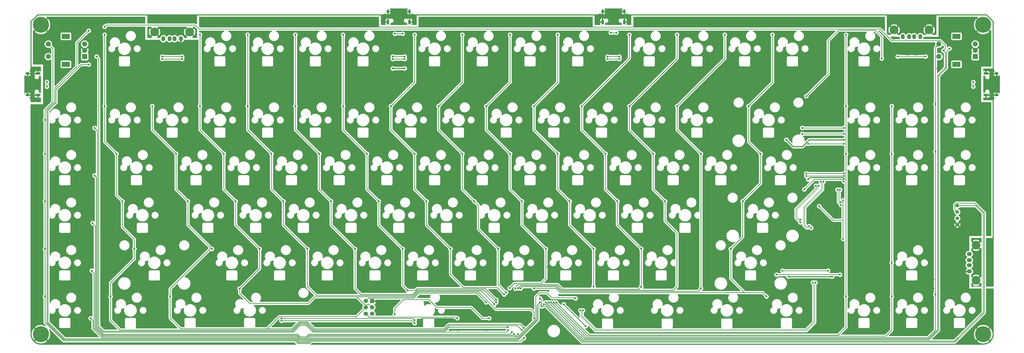
<source format=gtl>
%TF.GenerationSoftware,KiCad,Pcbnew,(5.1.10)-1*%
%TF.CreationDate,2021-10-21T23:13:51-04:00*%
%TF.ProjectId,custom_keyboard (f303_ fe2.1),63757374-6f6d-45f6-9b65-79626f617264,rev?*%
%TF.SameCoordinates,Original*%
%TF.FileFunction,Copper,L1,Top*%
%TF.FilePolarity,Positive*%
%FSLAX46Y46*%
G04 Gerber Fmt 4.6, Leading zero omitted, Abs format (unit mm)*
G04 Created by KiCad (PCBNEW (5.1.10)-1) date 2021-10-21 23:13:51*
%MOMM*%
%LPD*%
G01*
G04 APERTURE LIST*
%TA.AperFunction,ComponentPad*%
%ADD10C,3.500000*%
%TD*%
%TA.AperFunction,ComponentPad*%
%ADD11O,2.000000X1.500000*%
%TD*%
%TA.AperFunction,ComponentPad*%
%ADD12O,2.100000X1.000000*%
%TD*%
%TA.AperFunction,ComponentPad*%
%ADD13O,1.600000X1.000000*%
%TD*%
%TA.AperFunction,ComponentPad*%
%ADD14C,2.000000*%
%TD*%
%TA.AperFunction,ComponentPad*%
%ADD15R,3.200000X2.000000*%
%TD*%
%TA.AperFunction,ComponentPad*%
%ADD16R,2.000000X2.000000*%
%TD*%
%TA.AperFunction,ComponentPad*%
%ADD17O,1.000000X2.100000*%
%TD*%
%TA.AperFunction,ComponentPad*%
%ADD18O,1.000000X1.600000*%
%TD*%
%TA.AperFunction,ComponentPad*%
%ADD19O,1.500000X2.000000*%
%TD*%
%TA.AperFunction,ComponentPad*%
%ADD20C,1.397000*%
%TD*%
%TA.AperFunction,ComponentPad*%
%ADD21C,6.400000*%
%TD*%
%TA.AperFunction,ComponentPad*%
%ADD22C,1.700000*%
%TD*%
%TA.AperFunction,ComponentPad*%
%ADD23R,1.700000X1.700000*%
%TD*%
%TA.AperFunction,ViaPad*%
%ADD24C,0.800000*%
%TD*%
%TA.AperFunction,Conductor*%
%ADD25C,0.250000*%
%TD*%
%TA.AperFunction,Conductor*%
%ADD26C,0.381000*%
%TD*%
%TA.AperFunction,Conductor*%
%ADD27C,0.254000*%
%TD*%
%TA.AperFunction,Conductor*%
%ADD28C,0.200000*%
%TD*%
%TA.AperFunction,Conductor*%
%ADD29C,0.100000*%
%TD*%
G04 APERTURE END LIST*
D10*
%TO.P,USB4,5*%
%TO.N,Earth*%
X452737900Y-246984000D03*
D11*
%TO.P,USB4,4*%
%TO.N,GND*%
X450027900Y-257484000D03*
%TO.P,USB4,3*%
%TO.N,Net-(R45-Pad1)*%
X450027900Y-254984000D03*
%TO.P,USB4,2*%
%TO.N,Net-(R46-Pad1)*%
X450027900Y-252984000D03*
D10*
%TO.P,USB4,5*%
%TO.N,Earth*%
X452737900Y-260984000D03*
D11*
%TO.P,USB4,1*%
%TO.N,+5V*%
X450027900Y-250484000D03*
%TD*%
D12*
%TO.P,USB7,13*%
%TO.N,Earth*%
X456740800Y-178231000D03*
X456740800Y-186871000D03*
D13*
X460920800Y-178231000D03*
X460920800Y-186871000D03*
%TD*%
D14*
%TO.P,ROT1,S1*%
%TO.N,COL0*%
X82331400Y-166439200D03*
%TO.P,ROT1,S2*%
%TO.N,Net-(D2-Pad2)*%
X82331400Y-171439200D03*
D15*
%TO.P,ROT1,MP*%
%TO.N,N/C*%
X89331400Y-163339200D03*
X89331400Y-174539200D03*
D14*
%TO.P,ROT1,B*%
%TO.N,Net-(C6-Pad1)*%
X96831400Y-166439200D03*
%TO.P,ROT1,C*%
%TO.N,GND*%
X96831400Y-168939200D03*
D16*
%TO.P,ROT1,A*%
%TO.N,Net-(C5-Pad2)*%
X96831400Y-171439200D03*
%TD*%
D14*
%TO.P,ROT2,S1*%
%TO.N,COL17*%
X437909000Y-166439200D03*
%TO.P,ROT2,S2*%
%TO.N,Net-(D3-Pad2)*%
X437909000Y-171439200D03*
D15*
%TO.P,ROT2,MP*%
%TO.N,N/C*%
X444909000Y-163339200D03*
X444909000Y-174539200D03*
D14*
%TO.P,ROT2,B*%
%TO.N,Net-(C8-Pad1)*%
X452409000Y-166439200D03*
%TO.P,ROT2,C*%
%TO.N,GND*%
X452409000Y-168939200D03*
D16*
%TO.P,ROT2,A*%
%TO.N,Net-(C7-Pad2)*%
X452409000Y-171439200D03*
%TD*%
D17*
%TO.P,USB1,13*%
%TO.N,Earth*%
X217916000Y-157583000D03*
X226556000Y-157583000D03*
D18*
X217916000Y-153403000D03*
X226556000Y-153403000D03*
%TD*%
D10*
%TO.P,USB6,5*%
%TO.N,Earth*%
X420010600Y-160792200D03*
D19*
%TO.P,USB6,4*%
%TO.N,GND*%
X430510600Y-163502200D03*
%TO.P,USB6,3*%
%TO.N,Net-(R24-Pad1)*%
X428010600Y-163502200D03*
%TO.P,USB6,2*%
%TO.N,Net-(R25-Pad1)*%
X426010600Y-163502200D03*
D10*
%TO.P,USB6,5*%
%TO.N,Earth*%
X434010600Y-160792200D03*
D19*
%TO.P,USB6,1*%
%TO.N,+5V*%
X423510600Y-163502200D03*
%TD*%
%TO.P,USB3,1*%
%TO.N,+5V*%
X128254200Y-164295900D03*
D10*
%TO.P,USB3,5*%
%TO.N,Earth*%
X138754200Y-161585900D03*
D19*
%TO.P,USB3,2*%
%TO.N,Net-(R37-Pad1)*%
X130754200Y-164295900D03*
%TO.P,USB3,3*%
%TO.N,Net-(R34-Pad1)*%
X132754200Y-164295900D03*
%TO.P,USB3,4*%
%TO.N,GND*%
X135254200Y-164295900D03*
D10*
%TO.P,USB3,5*%
%TO.N,Earth*%
X124754200Y-161585900D03*
%TD*%
D13*
%TO.P,USB2,13*%
%TO.N,Earth*%
X74033000Y-178231000D03*
X74033000Y-186871000D03*
D12*
X78213000Y-178231000D03*
X78213000Y-186871000D03*
%TD*%
D18*
%TO.P,USB5,13*%
%TO.N,Earth*%
X312275600Y-153403000D03*
X303635600Y-153403000D03*
D17*
X312275600Y-157583000D03*
X303635600Y-157583000D03*
%TD*%
D20*
%TO.P,OL1,1*%
%TO.N,KEYBOARD_SCL*%
X445265700Y-231125200D03*
%TO.P,OL1,2*%
%TO.N,KEYBOARD_SDA*%
X445265700Y-233665200D03*
%TO.P,OL1,3*%
%TO.N,+5V*%
X445265700Y-236205200D03*
%TO.P,OL1,4*%
%TO.N,GND*%
X445265700Y-238745200D03*
%TD*%
D21*
%TO.P,H1,1*%
%TO.N,GND*%
X79370000Y-158740000D03*
%TD*%
%TO.P,H3,1*%
%TO.N,GND*%
X79370000Y-282557200D03*
%TD*%
%TO.P,H4,1*%
%TO.N,GND*%
X455583800Y-158740000D03*
%TD*%
%TO.P,H6,1*%
%TO.N,GND*%
X455583800Y-282557200D03*
%TD*%
D22*
%TO.P,J5,1*%
%TO.N,BOOT0*%
X209060500Y-274382250D03*
%TO.P,J5,2*%
%TO.N,+3V3*%
X211600500Y-274382250D03*
%TO.P,J5,3*%
%TO.N,COL2*%
X209060500Y-271842250D03*
%TO.P,J5,4*%
%TO.N,COL3*%
X211600500Y-271842250D03*
%TO.P,J5,5*%
%TO.N,KEYBOARD_RESET*%
X209060500Y-269302250D03*
D23*
%TO.P,J5,6*%
%TO.N,GND*%
X211600500Y-269302250D03*
%TD*%
D24*
%TO.N,GND*%
X141675450Y-239300550D03*
X387722450Y-223426550D03*
X387722450Y-216680100D03*
X387722450Y-208346250D03*
X387722450Y-198028150D03*
X434947600Y-186916350D03*
X241681650Y-259936750D03*
X260730450Y-259936750D03*
X348434300Y-277001300D03*
X324623300Y-277001300D03*
X301209150Y-276932600D03*
X372642150Y-277398150D03*
X439709800Y-260730450D03*
X383357100Y-261524150D03*
X229776150Y-277795000D03*
X383357100Y-221442300D03*
X265492650Y-258349350D03*
X241681650Y-254777700D03*
X260730450Y-254777700D03*
X383357100Y-265095800D03*
X266683200Y-255968250D03*
X281763500Y-255571400D03*
X99212500Y-173026600D03*
X275413900Y-267476900D03*
X453996400Y-264698950D03*
X457568050Y-264698950D03*
X399231100Y-198425000D03*
X399231100Y-208346250D03*
X306765050Y-170248650D03*
X309146150Y-170248650D03*
X306765050Y-173423450D03*
X309146150Y-173423450D03*
X434947600Y-181360450D03*
X435741300Y-260730450D03*
X435741300Y-264302100D03*
X439709800Y-264302100D03*
X383357100Y-254777700D03*
X386531900Y-260730450D03*
X389706700Y-260730450D03*
X422248400Y-173423450D03*
X428598000Y-170645500D03*
X425423200Y-170645500D03*
X223426550Y-177391950D03*
X221045450Y-170248650D03*
X223426550Y-170248650D03*
X134532150Y-173423450D03*
X134532150Y-170248650D03*
X128976250Y-173423450D03*
X128976250Y-170248650D03*
X392881500Y-255571400D03*
X389706700Y-255571400D03*
X221045450Y-177391950D03*
X385738200Y-251602900D03*
X440106650Y-181360450D03*
X440106650Y-186916350D03*
X265095800Y-264302100D03*
X242872200Y-280969800D03*
X244459600Y-277001300D03*
X246047000Y-280969800D03*
X176995100Y-278588700D03*
X282557200Y-260333600D03*
X278588700Y-280969800D03*
X365102000Y-263508400D03*
X403199600Y-244459600D03*
X410342900Y-244459600D03*
X413517700Y-244459600D03*
X417486200Y-244459600D03*
X422248400Y-244459600D03*
X442884600Y-261127300D03*
X441297200Y-252396600D03*
X430979100Y-251602900D03*
X83338500Y-222236000D03*
X396850000Y-179376200D03*
X317480000Y-271445400D03*
X341291000Y-271445400D03*
X296050100Y-267476900D03*
X291287900Y-270651700D03*
X263508400Y-268270600D03*
X269064300Y-270651700D03*
X269858000Y-273826500D03*
X265889500Y-274620200D03*
X388913000Y-249221800D03*
X146040800Y-259936750D03*
X117467600Y-260333600D03*
X457568050Y-199218700D03*
X361530350Y-241284800D03*
X356371300Y-235728900D03*
X83338500Y-241284800D03*
X83338500Y-260333600D03*
X83338500Y-275810750D03*
X140881750Y-263508400D03*
X126992000Y-263508400D03*
X98418800Y-263508400D03*
X104768400Y-263508400D03*
X83338500Y-203187200D03*
X89291250Y-168661250D03*
X84925900Y-263508400D03*
X84925900Y-244459600D03*
X84925900Y-225410800D03*
X84925900Y-206362000D03*
X303193400Y-179376200D03*
X284144600Y-179376200D03*
X265095800Y-179376200D03*
X246047000Y-179376200D03*
X226998200Y-179376200D03*
X217473800Y-179376200D03*
X198425000Y-179376200D03*
X179376200Y-179376200D03*
X160327400Y-179376200D03*
X141278600Y-179376200D03*
X101593600Y-163502200D03*
X203584050Y-172629750D03*
X146437650Y-172629750D03*
X406374400Y-241284800D03*
X122626650Y-174217150D03*
X358355550Y-258349350D03*
X363117750Y-239300550D03*
X422645250Y-258349350D03*
X120245550Y-258349350D03*
X107149500Y-172629750D03*
X441694050Y-277398150D03*
X422645250Y-277398150D03*
X403596450Y-277398150D03*
X158343150Y-277398150D03*
X284541450Y-258349350D03*
X303193400Y-258349350D03*
X322639050Y-258349350D03*
X371451600Y-260333600D03*
X246443850Y-258349350D03*
X227395050Y-258349350D03*
X208346250Y-258349350D03*
X189297450Y-258349350D03*
X170248650Y-258349350D03*
X151199850Y-258349350D03*
X251206050Y-220251750D03*
X249618650Y-222236000D03*
X232157250Y-220251750D03*
X230569850Y-222236000D03*
X213108450Y-220251750D03*
X211521050Y-222236000D03*
X194059650Y-220251750D03*
X192472250Y-222236000D03*
X175010850Y-220251750D03*
X173423450Y-222236000D03*
X155962050Y-220251750D03*
X154374650Y-222236000D03*
X136913250Y-220251750D03*
X135325850Y-222236000D03*
X127388850Y-221839150D03*
X113102250Y-220251750D03*
X86116450Y-236919450D03*
X109927450Y-240887950D03*
X115483350Y-239300550D03*
X129769950Y-240887950D03*
X368276800Y-222236000D03*
X360736650Y-221839150D03*
X268667450Y-222236000D03*
X270254850Y-220251750D03*
X287716250Y-222236000D03*
X289303650Y-220251750D03*
X306765050Y-222236000D03*
X308352450Y-220251750D03*
X325813850Y-222236000D03*
X327401250Y-220251750D03*
X346450050Y-220251750D03*
X344465800Y-222236000D03*
X370261050Y-220251750D03*
X421057850Y-222236000D03*
X402802750Y-219458050D03*
X422645250Y-220251750D03*
X440503500Y-222236000D03*
X441694050Y-220251750D03*
X453996400Y-206758850D03*
X453996400Y-201202950D03*
X441694050Y-201202950D03*
X440503500Y-203187200D03*
X422645250Y-201202950D03*
X420661000Y-203187200D03*
X402802750Y-201202950D03*
X146437650Y-201202950D03*
X378991750Y-203187200D03*
X365498850Y-201202950D03*
X351212250Y-202790350D03*
X336925650Y-201202950D03*
X332163450Y-202790350D03*
X317876850Y-201202950D03*
X313114650Y-202790350D03*
X298828050Y-201202950D03*
X294065850Y-202790350D03*
X279779250Y-201202950D03*
X275017050Y-202790350D03*
X260730450Y-201202950D03*
X255968250Y-202790350D03*
X241681650Y-201202950D03*
X236919450Y-202790350D03*
X222632850Y-201202950D03*
X203584050Y-201202950D03*
X217870650Y-202790350D03*
X198821850Y-202790350D03*
X184535250Y-201202950D03*
X179773050Y-202790350D03*
X165486450Y-201202950D03*
X160724250Y-202790350D03*
X141675450Y-202790350D03*
X127388850Y-201202950D03*
X122626650Y-202790350D03*
X86116450Y-199218700D03*
X108340050Y-201202950D03*
X389309850Y-174217150D03*
X403596450Y-172629750D03*
X375023250Y-172629750D03*
X201996650Y-174614000D03*
X184535250Y-172629750D03*
X182947850Y-174614000D03*
X165486450Y-172629750D03*
X163899050Y-174614000D03*
X335338250Y-174614000D03*
X317876850Y-172629750D03*
X353990200Y-174614000D03*
X336925650Y-172629750D03*
X373435850Y-174614000D03*
X355974450Y-172629750D03*
X287319400Y-174614000D03*
X289303650Y-172629750D03*
X268667450Y-174614000D03*
X270254850Y-172629750D03*
X251206050Y-172629750D03*
X232157250Y-172629750D03*
X249221800Y-174614000D03*
X86116450Y-275413900D03*
X110721150Y-277398150D03*
X134532150Y-277398150D03*
X382563400Y-245650150D03*
X377007500Y-250809200D03*
X373832700Y-254777700D03*
X86116450Y-256365100D03*
X160724250Y-239300550D03*
X179773050Y-239300550D03*
X198821850Y-239300550D03*
X217870650Y-239300550D03*
X236919450Y-239300550D03*
X255968250Y-239300550D03*
X275017050Y-239300550D03*
X294065850Y-239300550D03*
X313114650Y-239300550D03*
X332163450Y-239300550D03*
X407168100Y-226998200D03*
X407168100Y-249618650D03*
X397643700Y-247237550D03*
X440503500Y-279779250D03*
X417486200Y-278985550D03*
X389309850Y-278985550D03*
X365498850Y-278985550D03*
X341687850Y-278985550D03*
X317876850Y-278985550D03*
X151199850Y-278985550D03*
X127388850Y-278985550D03*
X98815650Y-278985550D03*
X98815650Y-202790350D03*
X98815650Y-221839150D03*
X346450050Y-240887950D03*
X327401250Y-240887950D03*
X308352450Y-240887950D03*
X289303650Y-240887950D03*
X270254850Y-240887950D03*
X251206050Y-240887950D03*
X232157250Y-240887950D03*
X213108450Y-240887950D03*
X194059650Y-240887950D03*
X175010850Y-240887950D03*
X155962050Y-240887950D03*
X136913250Y-240887950D03*
X98815650Y-240887950D03*
X98815650Y-259936750D03*
X133738450Y-259539900D03*
X165486450Y-259936750D03*
X338909900Y-259936750D03*
X317876850Y-259936750D03*
X298828050Y-259936750D03*
X222632850Y-259936750D03*
X203584050Y-259936750D03*
X184535250Y-259936750D03*
X399231100Y-223029700D03*
X399231100Y-216680100D03*
X257158800Y-280969800D03*
X246047000Y-158740000D03*
X284144600Y-158740000D03*
X160327400Y-158740000D03*
X198425000Y-158740000D03*
X331766600Y-158740000D03*
X369864200Y-158740000D03*
X398437400Y-158740000D03*
X419867300Y-164295900D03*
X437328700Y-176201400D03*
X384944500Y-203980900D03*
X231760400Y-267476900D03*
X233347800Y-269858000D03*
X357165000Y-260333600D03*
X100799900Y-188106900D03*
X106355800Y-188106900D03*
X100799900Y-184138400D03*
X106355800Y-184138400D03*
X392881500Y-236522600D03*
X395262600Y-238110000D03*
%TO.N,+5V*%
X400024800Y-204774600D03*
X377007500Y-204774600D03*
X385738200Y-220648600D03*
X395262600Y-259539900D03*
X377801200Y-259539900D03*
X400037451Y-220429646D03*
X219854900Y-176201400D03*
X224617100Y-176201400D03*
X288113100Y-270651700D03*
X296843800Y-279382400D03*
%TO.N,+3V3*%
X399627950Y-244459600D03*
X399627950Y-228982450D03*
X390103550Y-231363550D03*
%TO.N,Earth*%
X129769950Y-161121100D03*
X133738450Y-161121100D03*
X425026350Y-160327400D03*
X428994850Y-160327400D03*
X222236000Y-153580950D03*
X307955600Y-153580950D03*
X220648600Y-153184100D03*
X223823400Y-153184100D03*
X131754200Y-160724250D03*
X306368200Y-153184100D03*
X309543000Y-153184100D03*
X427010600Y-159533700D03*
X461139700Y-180963600D03*
X461139700Y-184138400D03*
X453599550Y-253984000D03*
X452805850Y-252396600D03*
X452805850Y-255571400D03*
X126992000Y-159930550D03*
X136516400Y-159930550D03*
X131754200Y-156755750D03*
X457568050Y-253984000D03*
X427010600Y-156718130D03*
X460346000Y-182551000D03*
X73814100Y-184138400D03*
X73814100Y-180963600D03*
X74607800Y-182551000D03*
%TO.N,KEYBOARD_RESET*%
X257158800Y-269858000D03*
%TO.N,COL2*%
X123817200Y-191281700D03*
X133341600Y-210330500D03*
X138103800Y-229379300D03*
X147628200Y-248428100D03*
X130960500Y-267476900D03*
X272239100Y-280176100D03*
%TO.N,COL1*%
X107149500Y-267476900D03*
X116673900Y-248428100D03*
X111911700Y-229379300D03*
X109530600Y-210330500D03*
X104768400Y-191281700D03*
X104768400Y-162708500D03*
X271445400Y-280969800D03*
%TO.N,COL3*%
X166677000Y-248428100D03*
X157152600Y-229379300D03*
X152390400Y-210330500D03*
X142866000Y-191281700D03*
X142866000Y-162708500D03*
X276207600Y-276207600D03*
X158740000Y-264302100D03*
%TO.N,ROW2*%
X100799900Y-219061200D03*
X384944500Y-218267500D03*
X400024800Y-218267500D03*
X267476900Y-281763500D03*
%TO.N,ROW4*%
X393675200Y-257158800D03*
X375420100Y-257158800D03*
X99609350Y-257158800D03*
X269064300Y-283350900D03*
%TO.N,ROT1_ROW*%
X127785700Y-171439200D03*
X135722700Y-171439200D03*
X421454700Y-171439200D03*
X101593600Y-171439200D03*
X310336700Y-171439200D03*
X305574500Y-171439200D03*
X224617100Y-171439200D03*
X219854900Y-171439200D03*
X432566500Y-171439200D03*
X265746005Y-279827289D03*
%TO.N,ROW3*%
X100006200Y-238110000D03*
X268270600Y-282557200D03*
%TO.N,ROW5*%
X175407700Y-276207600D03*
X228585600Y-277001300D03*
X99212500Y-276207600D03*
X269858000Y-282557200D03*
X292875300Y-268270600D03*
%TO.N,DOUT1*%
X415105100Y-172232900D03*
X384944500Y-187313200D03*
%TO.N,DOUT2*%
X400024800Y-206362000D03*
X385738200Y-206362000D03*
%TO.N,DOUT3*%
X384150800Y-224617100D03*
X399978484Y-221488616D03*
%TO.N,COL0*%
X80957400Y-210330500D03*
X80957400Y-229379300D03*
X80957400Y-248428100D03*
X80957400Y-267476900D03*
X80957400Y-196837600D03*
X272239100Y-284144600D03*
%TO.N,COL4*%
X161914800Y-162708500D03*
X161914800Y-191281700D03*
X171439200Y-210330500D03*
X176201400Y-229379300D03*
X185725800Y-248428100D03*
X260449403Y-270535897D03*
%TO.N,COL5*%
X204774600Y-248428100D03*
X195250200Y-229379300D03*
X190488000Y-210330500D03*
X180963600Y-191281700D03*
X180963600Y-162708500D03*
X261156511Y-269828789D03*
%TO.N,COL6*%
X223823400Y-248428100D03*
X214299000Y-229379300D03*
X209536800Y-210330500D03*
X200012400Y-191281700D03*
X200012400Y-162708500D03*
X261150436Y-268797409D03*
X225807650Y-265095800D03*
%TO.N,COL7*%
X242872200Y-248428100D03*
X233347800Y-229379300D03*
X228585600Y-210330500D03*
X219061200Y-191281700D03*
X228585600Y-162708500D03*
X264302100Y-266683200D03*
%TO.N,COL8*%
X261921000Y-248428100D03*
X252396600Y-229379300D03*
X247634400Y-210330500D03*
X238110000Y-191281700D03*
X247634400Y-162708500D03*
X265095800Y-265889500D03*
%TO.N,KEYBOARD_SDA*%
X279382400Y-271445400D03*
%TO.N,KEYBOARD_SCL*%
X280176100Y-270651700D03*
%TO.N,ENCODER_A*%
X439709800Y-169058100D03*
X104768400Y-159533700D03*
X281982454Y-269845349D03*
%TO.N,ENCODER_B1*%
X98418800Y-161121100D03*
X278588700Y-268270600D03*
%TO.N,KEYBOARD_D+*%
X387594300Y-261921000D03*
X295781400Y-273032800D03*
%TO.N,KEYBOARD_D-*%
X388644300Y-261921000D03*
X294731400Y-273032800D03*
%TO.N,HUB_PORT7_D-*%
X398774800Y-230850500D03*
X397378150Y-224747865D03*
%TO.N,HUB_PORT7_D+*%
X398774800Y-229800500D03*
X398428150Y-224747865D03*
%TO.N,HUB_PORT2_D+*%
X389834850Y-223146153D03*
X382563400Y-236791300D03*
%TO.N,HUB_PORT2_D-*%
X388784850Y-223146153D03*
X382563400Y-237841300D03*
%TO.N,HUB_PORT3_D+*%
X386160668Y-239326168D03*
X391819100Y-221556410D03*
%TO.N,HUB_PORT3_D-*%
X386903132Y-240068632D03*
X390769100Y-221556410D03*
%TO.N,BOOT0*%
X245650150Y-276207600D03*
%TO.N,COL17*%
X436535000Y-190488000D03*
X436535000Y-209536800D03*
X436535000Y-266683200D03*
X283005990Y-269843579D03*
%TO.N,COL16*%
X419073600Y-267476900D03*
X419073600Y-210330500D03*
X419073600Y-191281700D03*
X419073600Y-253984000D03*
X284144600Y-269858000D03*
%TO.N,EXTRA_1*%
X258349350Y-276207600D03*
X220648600Y-274620200D03*
%TO.N,ROW1*%
X100799900Y-200012400D03*
X400024800Y-200012400D03*
X383357100Y-200012400D03*
X265889500Y-280969800D03*
%TO.N,COL9*%
X280969800Y-248428100D03*
X271445400Y-229379300D03*
X266683200Y-210330500D03*
X257158800Y-191281700D03*
X266683200Y-162708500D03*
X266520600Y-264139500D03*
%TO.N,COL10*%
X285732000Y-162708500D03*
X276207600Y-191281700D03*
X285732000Y-210330500D03*
X290494200Y-229379300D03*
X300018600Y-248428100D03*
X300018600Y-263508400D03*
%TO.N,COL11*%
X319067400Y-248428100D03*
X309543000Y-229379300D03*
X304780800Y-210330500D03*
X295256400Y-191281700D03*
X314305200Y-162708500D03*
X319067400Y-263508400D03*
X268812873Y-264378823D03*
%TO.N,COL12*%
X333354000Y-162708500D03*
X314305200Y-191281700D03*
X323829600Y-210330500D03*
X328591800Y-229379300D03*
X269858000Y-264233400D03*
%TO.N,COL13*%
X342878400Y-210330500D03*
X333354000Y-191281700D03*
X352402800Y-162708500D03*
X342878400Y-264302100D03*
X270854277Y-264319634D03*
%TO.N,COL14*%
X354783900Y-248428100D03*
X359546100Y-229379300D03*
X361927200Y-191281700D03*
X366689400Y-210330500D03*
X371451600Y-162708500D03*
X369070500Y-267476900D03*
X276207600Y-264302100D03*
%TO.N,COL15*%
X400818500Y-162708500D03*
X400818500Y-191281700D03*
X400818500Y-210330500D03*
X400818500Y-267476900D03*
X285144603Y-269858000D03*
%TO.N,ENCODER_B2*%
X442090900Y-168264400D03*
X280969800Y-269858000D03*
%TO.N,BKL_DATA_IN_3V3*%
X98418800Y-174614000D03*
X278588700Y-269905103D03*
%TO.N,Net-(MX1-Pad5)*%
X135722700Y-172439203D03*
X127785700Y-172439203D03*
%TO.N,Net-(MX5-Pad5)*%
X224617100Y-172439203D03*
X219854900Y-172439203D03*
%TO.N,Net-(MX10-Pad4)*%
X310336700Y-172439203D03*
X305574500Y-172439203D03*
%TO.N,Net-(MX29-Pad5)*%
X400024800Y-202393500D03*
X383357100Y-202393500D03*
%TO.N,Net-(MX47-Pad5)*%
X384944500Y-219267503D03*
X400024800Y-219267503D03*
%TO.N,Net-(MX77-Pad5)*%
X373039000Y-258746200D03*
X398437400Y-258746200D03*
%TO.N,Net-(MX82-Pad5)*%
X175407700Y-277207603D03*
X228585600Y-278191850D03*
%TO.N,Net-(R8-Pad1)*%
X220648600Y-162311650D03*
X223823400Y-162311650D03*
%TO.N,Net-(R10-Pad1)*%
X306909602Y-161914800D03*
X309146150Y-161914800D03*
%TO.N,Net-(R27-Pad1)*%
X451615300Y-181626000D03*
X451615300Y-183476000D03*
%TO.N,Net-(R35-Pad1)*%
X81751100Y-181626000D03*
X81751100Y-183476000D03*
%TD*%
D25*
%TO.N,GND*%
X301209150Y-276932600D02*
X301934150Y-276207600D01*
X347640600Y-276207600D02*
X348434300Y-277001300D01*
X324623300Y-277001300D02*
X323829600Y-276207600D01*
X323829600Y-276207600D02*
X347640600Y-276207600D01*
X301934150Y-276207600D02*
X323829600Y-276207600D01*
X371451600Y-276207600D02*
X372642150Y-277398150D01*
X347640600Y-276207600D02*
X371451600Y-276207600D01*
X229776150Y-277795000D02*
X231338360Y-276232790D01*
X241681650Y-259936750D02*
X241681650Y-254777700D01*
X260730450Y-259936750D02*
X260730450Y-254777700D01*
X383357100Y-261524150D02*
X383357100Y-265095800D01*
X265492650Y-263905250D02*
X265492650Y-258349350D01*
X428598000Y-170645500D02*
X425423200Y-170645500D01*
X392881500Y-255571400D02*
X389706700Y-255571400D01*
X265492650Y-263905250D02*
X265095800Y-264302100D01*
X243691090Y-276232790D02*
X244459600Y-277001300D01*
X231338360Y-276232790D02*
X243691090Y-276232790D01*
X257158800Y-280969800D02*
X246047000Y-280969800D01*
D26*
%TO.N,+5V*%
X379709901Y-207477001D02*
X377007500Y-204774600D01*
X383453257Y-207477001D02*
X379709901Y-207477001D01*
X386155658Y-204774600D02*
X383453257Y-207477001D01*
X400024800Y-204774600D02*
X386155658Y-204774600D01*
X399462705Y-219854900D02*
X386531900Y-219854900D01*
X386531900Y-219854900D02*
X385738200Y-220648600D01*
X377801200Y-259539900D02*
X395262600Y-259539900D01*
X399462705Y-219854900D02*
X400037451Y-220429646D01*
X219854900Y-176201400D02*
X224617100Y-176201400D01*
D25*
X288113100Y-270651700D02*
X296843800Y-279382400D01*
%TO.N,+3V3*%
X395659450Y-236919450D02*
X390103550Y-231363550D01*
X399627950Y-236919450D02*
X395659450Y-236919450D01*
X399627950Y-244459600D02*
X399627950Y-236919450D01*
X399627950Y-236919450D02*
X399627950Y-228982450D01*
%TO.N,Earth*%
X452737900Y-252328650D02*
X452805850Y-252396600D01*
D26*
X426972980Y-156755750D02*
X427010600Y-156718130D01*
X460346000Y-182551000D02*
X459552300Y-181757300D01*
X459552300Y-157394558D02*
X456929242Y-154771500D01*
X459552300Y-181757300D02*
X459552300Y-157394558D01*
X456929242Y-154771500D02*
X427804300Y-154771500D01*
X427010600Y-155565200D02*
X427010600Y-156718130D01*
X427804300Y-154771500D02*
X427010600Y-155565200D01*
X307955600Y-153977800D02*
X307955600Y-153580950D01*
X308749300Y-154771500D02*
X307955600Y-153977800D01*
X426216900Y-154771500D02*
X308749300Y-154771500D01*
X427010600Y-155565200D02*
X426216900Y-154771500D01*
X222236000Y-153580950D02*
X222236000Y-153977800D01*
X222236000Y-153977800D02*
X223029700Y-154771500D01*
X223029700Y-154771500D02*
X307161900Y-154771500D01*
X307161900Y-154771500D02*
X307955600Y-153977800D01*
X131754200Y-156755750D02*
X131754200Y-155565200D01*
X131754200Y-155565200D02*
X132547900Y-154771500D01*
X132547900Y-154771500D02*
X221442300Y-154771500D01*
X221442300Y-154771500D02*
X222236000Y-153977800D01*
X75401500Y-181757300D02*
X74607800Y-182551000D01*
X75401500Y-157394558D02*
X75401500Y-181757300D01*
X78024558Y-154771500D02*
X75401500Y-157394558D01*
X130960500Y-154771500D02*
X78024558Y-154771500D01*
X131754200Y-155565200D02*
X130960500Y-154771500D01*
X460346000Y-182551000D02*
X459552300Y-183344700D01*
X459552300Y-183344700D02*
X459552300Y-253190300D01*
X458758600Y-253984000D02*
X457568050Y-253984000D01*
X459552300Y-253190300D02*
X458758600Y-253984000D01*
D25*
%TO.N,KEYBOARD_RESET*%
X228257081Y-268127249D02*
X230256531Y-266127799D01*
X210235501Y-268127249D02*
X228257081Y-268127249D01*
X209060500Y-269302250D02*
X210235501Y-268127249D01*
X257158800Y-269858000D02*
X253428599Y-266127799D01*
X253428599Y-266127799D02*
X230256531Y-266127799D01*
%TO.N,COL2*%
X147628200Y-248428100D02*
X146927826Y-248428100D01*
X130960500Y-264395426D02*
X130960500Y-267476900D01*
X146927826Y-248428100D02*
X130960500Y-264395426D01*
X147628200Y-248428100D02*
X138103800Y-238903700D01*
X138103800Y-238903700D02*
X138103800Y-229379300D01*
X138103800Y-229379300D02*
X133341600Y-224617100D01*
X133341600Y-224617100D02*
X133341600Y-210330500D01*
X133341600Y-210330500D02*
X123817200Y-200806100D01*
X123817200Y-200806100D02*
X123817200Y-191281700D01*
X270715278Y-278652278D02*
X272239100Y-280176100D01*
X242142079Y-278652279D02*
X270715278Y-278652278D01*
X188576722Y-280413470D02*
X240380888Y-280413470D01*
X185807523Y-277644271D02*
X188576722Y-280413470D01*
X240380888Y-280413470D02*
X242142079Y-278652279D01*
X182400271Y-277644271D02*
X185807523Y-277644271D01*
X182379900Y-277644270D02*
X182400271Y-277644271D01*
X130960500Y-276207600D02*
X130960500Y-267476900D01*
X135166370Y-280413470D02*
X130960500Y-276207600D01*
X179610700Y-280413470D02*
X135166370Y-280413470D01*
X182379899Y-277644271D02*
X179610700Y-280413470D01*
X182400271Y-277644271D02*
X182379899Y-277644271D01*
X209060500Y-271842250D02*
X205145160Y-275757590D01*
X204870169Y-275482599D02*
X174545301Y-275482599D01*
X174545301Y-275482599D02*
X169614430Y-280413470D01*
X205145160Y-275757590D02*
X204870169Y-275482599D01*
%TO.N,COL1*%
X104768400Y-162708500D02*
X104768400Y-191281700D01*
X104768400Y-205568300D02*
X104768400Y-191281700D01*
X109530600Y-210330500D02*
X104768400Y-205568300D01*
X109530600Y-210330500D02*
X109530600Y-226998200D01*
X109530600Y-226998200D02*
X111911700Y-229379300D01*
X179797100Y-280863480D02*
X111011680Y-280863480D01*
X107149500Y-277001300D02*
X107149500Y-267476900D01*
X182566301Y-278094279D02*
X179797100Y-280863480D01*
X185621124Y-278094280D02*
X182566301Y-278094279D01*
X188390324Y-280863480D02*
X185621124Y-278094280D01*
X240597420Y-280863480D02*
X188390324Y-280863480D01*
X111011680Y-280863480D02*
X107149500Y-277001300D01*
X242358612Y-279102288D02*
X240597420Y-280863480D01*
X269577888Y-279102288D02*
X242358612Y-279102288D01*
X271445400Y-280969800D02*
X269577888Y-279102288D01*
X111911700Y-229379300D02*
X111911700Y-239697400D01*
X116673900Y-244459600D02*
X116673900Y-248428100D01*
X111911700Y-239697400D02*
X116673900Y-244459600D01*
X107149500Y-261921000D02*
X116673900Y-252396600D01*
X107149500Y-267476900D02*
X107149500Y-261921000D01*
X116673900Y-252396600D02*
X116673900Y-248428100D01*
%TO.N,COL3*%
X152390400Y-210330500D02*
X152390400Y-224617100D01*
X152390400Y-224617100D02*
X157152600Y-229379300D01*
X152390400Y-210330500D02*
X142866000Y-200806100D01*
X142866000Y-200806100D02*
X142866000Y-191281700D01*
X142866000Y-162708500D02*
X142866000Y-191281700D01*
X166677000Y-248428100D02*
X157152600Y-238903700D01*
X157152600Y-238903700D02*
X157152600Y-229379300D01*
X166677000Y-248428100D02*
X166677000Y-256365100D01*
X158740000Y-264302100D02*
X166677000Y-256365100D01*
X230070130Y-265677790D02*
X228164700Y-267583220D01*
X274963890Y-272582790D02*
X260956592Y-272582790D01*
X276207600Y-273826500D02*
X274963890Y-272582790D01*
X276207600Y-276207600D02*
X276207600Y-273826500D01*
X228164700Y-267583220D02*
X205461980Y-267583220D01*
X208546009Y-270667249D02*
X205461980Y-267583220D01*
X210425499Y-270667249D02*
X208546009Y-270667249D01*
X211600500Y-271842250D02*
X210425499Y-270667249D01*
X158740000Y-264302100D02*
X158740000Y-266286350D01*
X158740000Y-266286350D02*
X162708500Y-270254850D01*
X205461980Y-267583220D02*
X188794280Y-267583220D01*
X186122650Y-270254850D02*
X162708500Y-270254850D01*
X188794280Y-267583220D02*
X186122650Y-270254850D01*
X254051592Y-265677790D02*
X230070130Y-265677790D01*
X260956592Y-272582790D02*
X254051592Y-265677790D01*
%TO.N,ROW2*%
X400024800Y-218267500D02*
X384944500Y-218267500D01*
X186323224Y-282557200D02*
X266683200Y-282557200D01*
X185248323Y-283632101D02*
X186323224Y-282557200D01*
X183022177Y-283632101D02*
X185248323Y-283632101D01*
X266683200Y-282557200D02*
X267476900Y-281763500D01*
X181947276Y-282557200D02*
X183022177Y-283632101D01*
X104289280Y-282557200D02*
X181947276Y-282557200D01*
X101487280Y-279755200D02*
X104289280Y-282557200D01*
X101487280Y-219748580D02*
X101487280Y-279755200D01*
X100799900Y-219061200D02*
X101487280Y-219748580D01*
%TO.N,ROW4*%
X393675200Y-257158800D02*
X375420100Y-257158800D01*
X268957980Y-283457220D02*
X269064300Y-283350900D01*
X186696024Y-283457220D02*
X268957980Y-283457220D01*
X182649376Y-284532120D02*
X185621124Y-284532120D01*
X181574476Y-283457220D02*
X182649376Y-284532120D01*
X103916479Y-283457219D02*
X181574476Y-283457220D01*
X100587260Y-258136710D02*
X100587260Y-280128000D01*
X185621124Y-284532120D02*
X186696024Y-283457220D01*
X100587260Y-280128000D02*
X103916479Y-283457219D01*
X99609350Y-257158800D02*
X100587260Y-258136710D01*
%TO.N,ROT1_ROW*%
X219854900Y-171439200D02*
X224617100Y-171439200D01*
X127785700Y-171439200D02*
X135722700Y-171439200D01*
X421454700Y-171439200D02*
X432566500Y-171439200D01*
X305574500Y-171439200D02*
X310336700Y-171439200D01*
X102387300Y-172232900D02*
X101593600Y-171439200D01*
X102387300Y-279382400D02*
X102387300Y-172232900D01*
X104318390Y-281313490D02*
X102387300Y-279382400D01*
X179983500Y-281313490D02*
X104318390Y-281313490D01*
X182752701Y-278544289D02*
X179983500Y-281313490D01*
X240783820Y-281313490D02*
X188203924Y-281313490D01*
X185434723Y-278544289D02*
X182752701Y-278544289D01*
X188203924Y-281313490D02*
X185434723Y-278544289D01*
X242270021Y-279827289D02*
X240783820Y-281313490D01*
X265746005Y-279827289D02*
X242270021Y-279827289D01*
%TO.N,ROW3*%
X185434723Y-284082111D02*
X184994589Y-284082111D01*
X267820590Y-283007210D02*
X186509624Y-283007210D01*
X268270600Y-282557200D02*
X267820590Y-283007210D01*
X186509624Y-283007210D02*
X185434723Y-284082111D01*
X181760876Y-283007210D02*
X182835777Y-284082111D01*
X101037270Y-239141070D02*
X101037271Y-279941601D01*
X100006200Y-238110000D02*
X101037270Y-239141070D01*
X101037271Y-279941601D02*
X104102880Y-283007210D01*
X182835777Y-284082111D02*
X183282211Y-284082111D01*
X104102880Y-283007210D02*
X181760876Y-283007210D01*
X184994589Y-284082111D02*
X183282211Y-284082111D01*
%TO.N,ROW5*%
X227791900Y-276207600D02*
X228585600Y-277001300D01*
X175407700Y-276207600D02*
X227791900Y-276207600D01*
X269858000Y-282557200D02*
X269858000Y-283630202D01*
D27*
X276934601Y-276553601D02*
X269858000Y-283630202D01*
D25*
X276934601Y-267543599D02*
X278520001Y-265958199D01*
X276934601Y-276553601D02*
X276934601Y-267543599D01*
X278520001Y-265958199D02*
X281283527Y-265958199D01*
X292526901Y-267922201D02*
X292875300Y-268270600D01*
X281283527Y-265958199D02*
X283247529Y-267922201D01*
X283247529Y-267922201D02*
X292526901Y-267922201D01*
X269412301Y-284075901D02*
X269858000Y-283630202D01*
X186713753Y-284075901D02*
X269412301Y-284075901D01*
X185807525Y-284982129D02*
X186713753Y-284075901D01*
X182462975Y-284982129D02*
X185807525Y-284982129D01*
X103730080Y-283907228D02*
X181388074Y-283907228D01*
X100137250Y-277132350D02*
X100137250Y-280314400D01*
X181388074Y-283907228D02*
X182462975Y-284982129D01*
X100137250Y-280314400D02*
X103730080Y-283907228D01*
X99212500Y-276207600D02*
X100137250Y-277132350D01*
D27*
%TO.N,DOUT1*%
X393675200Y-178582500D02*
X393675200Y-165883300D01*
X384944500Y-187313200D02*
X393675200Y-178582500D01*
D25*
X415105100Y-172232900D02*
X415105100Y-163502200D01*
X393675200Y-165089600D02*
X393675200Y-165883300D01*
X397881072Y-160883728D02*
X393675200Y-165089600D01*
X412486628Y-160883728D02*
X397881072Y-160883728D01*
X415105100Y-163502200D02*
X412486628Y-160883728D01*
D27*
%TO.N,DOUT2*%
X399231100Y-206362000D02*
X385738200Y-206362000D01*
D25*
X399231100Y-206362000D02*
X400024800Y-206362000D01*
%TO.N,DOUT3*%
X388119300Y-220648600D02*
X399138468Y-220648600D01*
X384150800Y-224617100D02*
X388119300Y-220648600D01*
X399138468Y-220648600D02*
X399978484Y-221488616D01*
%TO.N,COL0*%
X80957400Y-267476900D02*
X80957400Y-248428100D01*
X80957400Y-248428100D02*
X80957400Y-229379300D01*
X80957400Y-210330500D02*
X80957400Y-196837600D01*
X80957400Y-192869100D02*
X80957400Y-196837600D01*
X84132200Y-168264400D02*
X84132200Y-189694300D01*
X84132200Y-189694300D02*
X80957400Y-192869100D01*
X83735350Y-167867550D02*
X84132200Y-168264400D01*
X83735350Y-167843150D02*
X83735350Y-167867550D01*
X82331400Y-166439200D02*
X83735350Y-167843150D01*
X80957400Y-210330500D02*
X80957400Y-229379300D01*
X270957769Y-285425931D02*
X272239100Y-284144600D01*
X187304689Y-285425931D02*
X270957769Y-285425931D01*
X181878336Y-286332156D02*
X186398464Y-286332156D01*
X180803437Y-285257257D02*
X181878336Y-286332156D01*
X88419657Y-285257257D02*
X180803437Y-285257257D01*
X80957400Y-277795000D02*
X88419657Y-285257257D01*
X186398464Y-286332156D02*
X187304689Y-285425931D01*
X80957400Y-267476900D02*
X80957400Y-277795000D01*
%TO.N,COL4*%
X185725800Y-248428100D02*
X176201400Y-238903700D01*
X176201400Y-238903700D02*
X176201400Y-229379300D01*
X176201400Y-229379300D02*
X171439200Y-224617100D01*
X171439200Y-224617100D02*
X171439200Y-210330500D01*
X171439200Y-210330500D02*
X161914800Y-200806100D01*
X161914800Y-200806100D02*
X161914800Y-191281700D01*
X161914800Y-191281700D02*
X161914800Y-162708500D01*
X185725800Y-263508400D02*
X185725800Y-248428100D01*
X227978300Y-267133210D02*
X189350610Y-267133210D01*
X229883729Y-265227781D02*
X227978300Y-267133210D01*
X189350610Y-267133210D02*
X185725800Y-263508400D01*
X255141287Y-265227781D02*
X229883729Y-265227781D01*
X260449403Y-270535897D02*
X255141287Y-265227781D01*
%TO.N,COL5*%
X190488000Y-210330500D02*
X190488000Y-224617100D01*
X190488000Y-224617100D02*
X195250200Y-229379300D01*
X180963600Y-191281700D02*
X180963600Y-200806100D01*
X180963600Y-200806100D02*
X190488000Y-210330500D01*
X180963600Y-162708500D02*
X180963600Y-191281700D01*
X204774600Y-248428100D02*
X195250200Y-238903700D01*
X195250200Y-238903700D02*
X195250200Y-229379300D01*
X207155700Y-266683200D02*
X204774600Y-264302100D01*
X227791900Y-266683200D02*
X207155700Y-266683200D01*
X204774600Y-264302100D02*
X204774600Y-248428100D01*
X229697329Y-264777771D02*
X227791900Y-266683200D01*
X261156511Y-269828789D02*
X256105493Y-264777771D01*
X256105493Y-264777771D02*
X229697329Y-264777771D01*
%TO.N,COL6*%
X214299000Y-229379300D02*
X214299000Y-238903700D01*
X214299000Y-238903700D02*
X223823400Y-248428100D01*
X209536800Y-210330500D02*
X209536800Y-224617100D01*
X209536800Y-224617100D02*
X214299000Y-229379300D01*
X200012400Y-191281700D02*
X200012400Y-200806100D01*
X200012400Y-200806100D02*
X209536800Y-210330500D01*
X200012400Y-162708500D02*
X200012400Y-191281700D01*
X225807650Y-265095800D02*
X223823400Y-263111550D01*
X223823400Y-248428100D02*
X223823400Y-263111550D01*
X228742890Y-265095800D02*
X229510929Y-264327761D01*
X225807650Y-265095800D02*
X228742890Y-265095800D01*
X256680788Y-264327761D02*
X256390761Y-264327761D01*
X261150436Y-268797409D02*
X256680788Y-264327761D01*
X229510929Y-264327761D02*
X256390761Y-264327761D01*
X256390761Y-264327761D02*
X229750489Y-264327761D01*
%TO.N,COL7*%
X233347800Y-229379300D02*
X233347800Y-238903700D01*
X233347800Y-238903700D02*
X242872200Y-248428100D01*
X228585600Y-210330500D02*
X228585600Y-224617100D01*
X228585600Y-224617100D02*
X233347800Y-229379300D01*
X219061200Y-191281700D02*
X219061200Y-200806100D01*
X219061200Y-200806100D02*
X228585600Y-210330500D01*
X242872200Y-258746200D02*
X242872200Y-248428100D01*
X248003751Y-263877751D02*
X242872200Y-258746200D01*
X228585600Y-181757300D02*
X228585600Y-162708500D01*
X219061200Y-191281700D02*
X228585600Y-181757300D01*
X261496651Y-263877751D02*
X248003751Y-263877751D01*
X264302100Y-266683200D02*
X261496651Y-263877751D01*
%TO.N,COL8*%
X261921000Y-248428100D02*
X254053599Y-240560699D01*
X254053599Y-240560699D02*
X254053599Y-231036299D01*
X254053599Y-231036299D02*
X252396600Y-229379300D01*
X247634400Y-210330500D02*
X247634400Y-224617100D01*
X247634400Y-224617100D02*
X252396600Y-229379300D01*
X247634400Y-162708500D02*
X247634400Y-181757300D01*
X247634400Y-181757300D02*
X238110000Y-191281700D01*
X238110000Y-200806100D02*
X247634400Y-210330500D01*
X238110000Y-191281700D02*
X238110000Y-200806100D01*
X261921000Y-262714700D02*
X265095800Y-265889500D01*
X261921000Y-248428100D02*
X261921000Y-262714700D01*
%TO.N,KEYBOARD_SDA*%
X444242199Y-232641699D02*
X445265700Y-233665200D01*
X444774419Y-230101699D02*
X444242199Y-230633919D01*
X452180409Y-230101699D02*
X444774419Y-230101699D01*
X444242199Y-230633919D02*
X444242199Y-232641699D01*
X456033809Y-233955099D02*
X452180409Y-230101699D01*
X456033810Y-274012900D02*
X456033809Y-233955099D01*
X444314711Y-285731999D02*
X456033810Y-274012900D01*
X295256400Y-285732000D02*
X444314711Y-285731999D01*
X280969800Y-271445400D02*
X295256400Y-285732000D01*
X280969800Y-271445400D02*
X279382400Y-271445400D01*
%TO.N,KEYBOARD_SCL*%
X452567500Y-231125200D02*
X445265700Y-231125200D01*
X455583800Y-234141500D02*
X452567500Y-231125200D01*
X455583800Y-273826500D02*
X455583800Y-234141500D01*
X444128310Y-285281990D02*
X455583800Y-273826500D01*
X295592840Y-285281990D02*
X444128310Y-285281990D01*
X280962550Y-270651700D02*
X295592840Y-285281990D01*
X280962550Y-270651700D02*
X280176100Y-270651700D01*
%TO.N,ENCODER_A*%
X440503500Y-169851800D02*
X439709800Y-169058100D01*
X437328700Y-179003400D02*
X440503500Y-175828600D01*
X437328700Y-280812510D02*
X437328700Y-179003400D01*
X440503500Y-175828600D02*
X440503500Y-169851800D01*
X433759240Y-284381970D02*
X434868955Y-283272255D01*
X296519075Y-284381970D02*
X433759240Y-284381970D01*
X281982454Y-269845349D02*
X296519075Y-284381970D01*
X434868955Y-283272255D02*
X437328700Y-280812510D01*
X434659260Y-283481950D02*
X434868955Y-283272255D01*
X440503500Y-168264400D02*
X439709800Y-169058100D01*
X440503500Y-167072698D02*
X440503500Y-168264400D01*
X419073600Y-165089600D02*
X438520402Y-165089600D01*
X414417719Y-160433719D02*
X419073600Y-165089600D01*
X142493198Y-160433718D02*
X414417719Y-160433719D01*
X438520402Y-165089600D02*
X440503500Y-167072698D01*
X140905800Y-158846320D02*
X142493198Y-160433718D01*
X105455780Y-158846320D02*
X140905800Y-158846320D01*
X104768400Y-159533700D02*
X105455780Y-158846320D01*
%TO.N,ENCODER_B1*%
X277836619Y-272197481D02*
X277836619Y-276927231D01*
X277836619Y-271918179D02*
X277836619Y-276927231D01*
X279313701Y-268995601D02*
X278588700Y-268270600D01*
X279313701Y-270441097D02*
X279313701Y-268995601D01*
X277836619Y-271918179D02*
X279313701Y-270441097D01*
X269787929Y-284975921D02*
X277836619Y-276927231D01*
X187118289Y-284975921D02*
X269787929Y-284975921D01*
X182064737Y-285882147D02*
X186212063Y-285882147D01*
X88606057Y-284807247D02*
X180989837Y-284807247D01*
X186212063Y-285882147D02*
X187118289Y-284975921D01*
X81751100Y-277952290D02*
X88606057Y-284807247D01*
X180989837Y-284807247D02*
X182064737Y-285882147D01*
X84925900Y-189694300D02*
X81751100Y-192869100D01*
X84925900Y-184138400D02*
X84925900Y-189694300D01*
X81751100Y-192869100D02*
X81751100Y-277952290D01*
X93656600Y-175407700D02*
X84925900Y-184138400D01*
X93656600Y-165883300D02*
X93656600Y-175407700D01*
X98418800Y-161121100D02*
X93656600Y-165883300D01*
D28*
%TO.N,KEYBOARD_D+*%
X384851300Y-280744800D02*
X300905500Y-280744800D01*
X387594300Y-261921000D02*
X387894300Y-262221000D01*
X387894300Y-277701800D02*
X384851300Y-280744800D01*
X387894300Y-262221000D02*
X387894300Y-277701800D01*
X300905500Y-280744800D02*
X295481400Y-275320700D01*
X295481400Y-275320700D02*
X295481400Y-273332800D01*
X295481400Y-273332800D02*
X295781400Y-273032800D01*
%TO.N,KEYBOARD_D-*%
X295031400Y-273332800D02*
X294731400Y-273032800D01*
X388344300Y-262221000D02*
X388344300Y-277888200D01*
X388644300Y-261921000D02*
X388344300Y-262221000D01*
X295031400Y-275507100D02*
X295031400Y-273332800D01*
X388344300Y-277888200D02*
X385037700Y-281194800D01*
X385037700Y-281194800D02*
X300719100Y-281194800D01*
X300719100Y-281194800D02*
X295031400Y-275507100D01*
%TO.N,HUB_PORT7_D-*%
X398774800Y-230850500D02*
X397678150Y-229753850D01*
X397678150Y-225047865D02*
X397678150Y-229753850D01*
X397378150Y-224747865D02*
X397678150Y-225047865D01*
%TO.N,HUB_PORT7_D+*%
X398361197Y-229800500D02*
X398128150Y-229567453D01*
X398774800Y-229800500D02*
X398361197Y-229800500D01*
X398128150Y-225047865D02*
X398128150Y-229567453D01*
X398428150Y-224747865D02*
X398128150Y-225047865D01*
%TO.N,HUB_PORT2_D+*%
X382149797Y-236791300D02*
X381201000Y-235842503D01*
X381201000Y-235842503D02*
X381201000Y-232647300D01*
X381201000Y-232647300D02*
X389534850Y-224313450D01*
X382563400Y-236791300D02*
X382149797Y-236791300D01*
X389534850Y-223446153D02*
X389534850Y-224313450D01*
X389834850Y-223146153D02*
X389534850Y-223446153D01*
%TO.N,HUB_PORT2_D-*%
X382563400Y-237841300D02*
X380751000Y-236028900D01*
X380751000Y-236028900D02*
X380751000Y-232460900D01*
X380751000Y-232460900D02*
X389084850Y-224127050D01*
X388784850Y-223146153D02*
X389084850Y-223446153D01*
X389084850Y-223446153D02*
X389084850Y-224127050D01*
%TO.N,HUB_PORT3_D+*%
X391519100Y-221856410D02*
X391819100Y-221556410D01*
X391519100Y-224710300D02*
X391519100Y-221856410D01*
X384375800Y-231853600D02*
X391519100Y-224710300D01*
X385183932Y-239618632D02*
X384375800Y-238810500D01*
X384375800Y-238810500D02*
X384375800Y-231853600D01*
X385868204Y-239618632D02*
X385183932Y-239618632D01*
X386160668Y-239326168D02*
X385868204Y-239618632D01*
%TO.N,HUB_PORT3_D-*%
X391069100Y-221856410D02*
X390769100Y-221556410D01*
X391069100Y-224523900D02*
X391069100Y-221856410D01*
X383925800Y-231667200D02*
X391069100Y-224523900D01*
X383925800Y-238996900D02*
X383925800Y-231667200D01*
X384997532Y-240068632D02*
X383925800Y-238996900D01*
X386903132Y-240068632D02*
X384997532Y-240068632D01*
D25*
%TO.N,BOOT0*%
X210435840Y-275757590D02*
X209060500Y-274382250D01*
X245200140Y-275757590D02*
X210435840Y-275757590D01*
X245650150Y-276207600D02*
X245200140Y-275757590D01*
%TO.N,COL17*%
X436535000Y-167813200D02*
X437909000Y-166439200D01*
X436535000Y-190488000D02*
X436535000Y-167813200D01*
X436535000Y-209536800D02*
X436535000Y-190488000D01*
X436535000Y-266683200D02*
X436535000Y-209536800D01*
X436535000Y-280969800D02*
X436535000Y-266683200D01*
X297094371Y-283931960D02*
X433572840Y-283931960D01*
X433572840Y-283931960D02*
X436535000Y-280969800D01*
X283005990Y-269843579D02*
X297094371Y-283931960D01*
%TO.N,COL16*%
X419073600Y-253984000D02*
X419073600Y-210330500D01*
X419073600Y-210330500D02*
X419073600Y-191281700D01*
X419073600Y-267476900D02*
X419073600Y-253984000D01*
X419073600Y-267476900D02*
X419073600Y-280969800D01*
X419073600Y-280969800D02*
X416692500Y-283350900D01*
X284144600Y-269930999D02*
X297564501Y-283350900D01*
X284144600Y-269858000D02*
X284144600Y-269930999D01*
X297564501Y-283350900D02*
X416692500Y-283350900D01*
%TO.N,EXTRA_1*%
X220648600Y-272239100D02*
X220648600Y-274620200D01*
X224219901Y-268667799D02*
X220648600Y-272239100D01*
X234232499Y-268667799D02*
X224219901Y-268667799D01*
X237397499Y-271832799D02*
X234232499Y-268667799D01*
X251196599Y-271832799D02*
X237397499Y-271832799D01*
X255571400Y-276207600D02*
X251196599Y-271832799D01*
X258349350Y-276207600D02*
X255571400Y-276207600D01*
%TO.N,ROW1*%
X400024800Y-200012400D02*
X383357100Y-200012400D01*
X265095800Y-281763500D02*
X265889500Y-280969800D01*
X188017524Y-281763500D02*
X265095800Y-281763500D01*
X185248323Y-278994299D02*
X188017524Y-281763500D01*
X182939101Y-278994299D02*
X185248323Y-278994299D01*
X104131989Y-281763499D02*
X180169900Y-281763500D01*
X180169900Y-281763500D02*
X182939101Y-278994299D01*
X101937290Y-279568800D02*
X104131989Y-281763499D01*
X101937290Y-201149790D02*
X101937290Y-279568800D01*
X100799900Y-200012400D02*
X101937290Y-201149790D01*
%TO.N,COL9*%
X257158800Y-191281700D02*
X266683200Y-181757300D01*
X266683200Y-181757300D02*
X266683200Y-162708500D01*
X271445400Y-229379300D02*
X271445400Y-238903700D01*
X271445400Y-238903700D02*
X280969800Y-248428100D01*
X266683200Y-210330500D02*
X266683200Y-224617100D01*
X266683200Y-224617100D02*
X271445400Y-229379300D01*
X257158800Y-191281700D02*
X257158800Y-200806100D01*
X257158800Y-200806100D02*
X266683200Y-210330500D01*
X268433031Y-262227069D02*
X266520600Y-264139500D01*
X279076331Y-262227069D02*
X268433031Y-262227069D01*
X280969800Y-260333600D02*
X279076331Y-262227069D01*
X280969800Y-248428100D02*
X280969800Y-260333600D01*
%TO.N,COL10*%
X276207600Y-191281700D02*
X285732000Y-181757300D01*
X285732000Y-181757300D02*
X285732000Y-162708500D01*
X276207600Y-191281700D02*
X276207600Y-200806100D01*
X276207600Y-200806100D02*
X285732000Y-210330500D01*
X285732000Y-210330500D02*
X285732000Y-224617100D01*
X285732000Y-224617100D02*
X290494200Y-229379300D01*
X290494200Y-229379300D02*
X290494200Y-238903700D01*
X290494200Y-238903700D02*
X300018600Y-248428100D01*
X300018600Y-263508400D02*
X300018600Y-248428100D01*
%TO.N,COL11*%
X295256400Y-191281700D02*
X295256400Y-200806100D01*
X295256400Y-200806100D02*
X304780800Y-210330500D01*
X304780800Y-210330500D02*
X304780800Y-224617100D01*
X304780800Y-224617100D02*
X309543000Y-229379300D01*
X309543000Y-229379300D02*
X309543000Y-238903700D01*
X309543000Y-238903700D02*
X319067400Y-248428100D01*
X314305200Y-162708500D02*
X314305200Y-172232900D01*
X314305200Y-172232900D02*
X295256400Y-191281700D01*
X319067400Y-263508400D02*
X319067400Y-248428100D01*
X268812873Y-263813138D02*
X269948932Y-262677079D01*
X268812873Y-264378823D02*
X268812873Y-263813138D01*
X269948932Y-262677079D02*
X285694379Y-262677079D01*
X318036330Y-264539470D02*
X319067400Y-263508400D01*
X287556770Y-264539470D02*
X318036330Y-264539470D01*
X285694379Y-262677079D02*
X287556770Y-264539470D01*
%TO.N,COL12*%
X323829600Y-210330500D02*
X323829600Y-224617100D01*
X323829600Y-224617100D02*
X328591800Y-229379300D01*
X314305200Y-191281700D02*
X314305200Y-200806100D01*
X314305200Y-200806100D02*
X323829600Y-210330500D01*
X333354000Y-162708500D02*
X333354000Y-172232900D01*
X333354000Y-172232900D02*
X314305200Y-191281700D01*
X328591800Y-237316300D02*
X328591800Y-229379300D01*
X333284401Y-242008901D02*
X328591800Y-237316300D01*
X333284401Y-263577999D02*
X333284401Y-242008901D01*
X269858000Y-264233400D02*
X270964311Y-263127089D01*
X333284401Y-263577999D02*
X331872920Y-264989480D01*
X287182002Y-264989480D02*
X285319611Y-263127089D01*
X331872920Y-264989480D02*
X287182002Y-264989480D01*
X270964311Y-263127089D02*
X285319611Y-263127089D01*
%TO.N,COL13*%
X333354000Y-191281700D02*
X352402800Y-172232900D01*
X352402800Y-172232900D02*
X352402800Y-162708500D01*
X342878400Y-210330500D02*
X333354000Y-200806100D01*
X333354000Y-200806100D02*
X333354000Y-191281700D01*
X342878400Y-264302100D02*
X342878400Y-210330500D01*
X341741010Y-265439490D02*
X342878400Y-264302100D01*
X286874272Y-265439490D02*
X341741010Y-265439490D01*
X285011881Y-263577099D02*
X286874272Y-265439490D01*
X271596811Y-263577099D02*
X285011881Y-263577099D01*
X270854277Y-264319634D02*
X271596811Y-263577099D01*
%TO.N,COL14*%
X361927200Y-191281700D02*
X371451600Y-181757300D01*
X371451600Y-181757300D02*
X371451600Y-162708500D01*
X359546100Y-229379300D02*
X359546100Y-243665900D01*
X359546100Y-243665900D02*
X354783900Y-248428100D01*
X366689400Y-210330500D02*
X366689400Y-222236000D01*
X366689400Y-222236000D02*
X359546100Y-229379300D01*
X361927200Y-191281700D02*
X361927200Y-205568300D01*
X361927200Y-205568300D02*
X366689400Y-210330500D01*
X367483100Y-265889500D02*
X369070500Y-267476900D01*
X360339800Y-265889500D02*
X367483100Y-265889500D01*
X354783900Y-260333600D02*
X360339800Y-265889500D01*
X354783900Y-248428100D02*
X354783900Y-260333600D01*
X276285501Y-264224199D02*
X276207600Y-264302100D01*
X285022571Y-264224199D02*
X276285501Y-264224199D01*
X286687872Y-265889500D02*
X285022571Y-264224199D01*
X360339800Y-265889500D02*
X286687872Y-265889500D01*
%TO.N,COL15*%
X400818500Y-191281700D02*
X400818500Y-162708500D01*
X400818500Y-191281700D02*
X400818500Y-210330500D01*
X400818500Y-210330500D02*
X400818500Y-267476900D01*
X400818500Y-279779250D02*
X400818500Y-267476900D01*
X397696860Y-282900890D02*
X400818500Y-279779250D01*
X285144603Y-269858000D02*
X298187493Y-282900890D01*
X298187493Y-282900890D02*
X397696860Y-282900890D01*
%TO.N,ENCODER_B2*%
X295943780Y-284831980D02*
X280969800Y-269858000D01*
X433253880Y-284831980D02*
X295943780Y-284831980D01*
X433253880Y-284831980D02*
X433945641Y-284831979D01*
X433945641Y-284831979D02*
X437778710Y-280998910D01*
X440953509Y-169401791D02*
X442090900Y-168264400D01*
X440953509Y-176015001D02*
X440953509Y-169401791D01*
X437778710Y-179189800D02*
X440953509Y-176015001D01*
X437778710Y-280998910D02*
X437778710Y-179189800D01*
%TO.N,BKL_DATA_IN_3V3*%
X277386610Y-271107193D02*
X278588700Y-269905103D01*
X98418800Y-174614000D02*
X95350320Y-174614000D01*
X85375910Y-184588410D02*
X85375910Y-189880700D01*
X95350320Y-174614000D02*
X85375910Y-184588410D01*
X85375910Y-189880700D02*
X82216649Y-193039961D01*
X186025661Y-285432139D02*
X186931889Y-284525911D01*
X82216649Y-193039961D02*
X82216649Y-277781429D01*
X82216649Y-277781429D02*
X88792458Y-284357238D01*
X269601529Y-284525911D02*
X277386610Y-276740830D01*
X277386610Y-276740830D02*
X277386610Y-271107193D01*
X88792458Y-284357238D02*
X181176238Y-284357238D01*
X181176238Y-284357238D02*
X182251139Y-285432139D01*
X182251139Y-285432139D02*
X186025661Y-285432139D01*
X186931889Y-284525911D02*
X269601529Y-284525911D01*
%TO.N,Net-(MX1-Pad5)*%
X135722700Y-172439203D02*
X127785700Y-172439203D01*
%TO.N,Net-(MX5-Pad5)*%
X224617100Y-172439203D02*
X219854900Y-172439203D01*
%TO.N,Net-(MX10-Pad4)*%
X310336700Y-172439203D02*
X305574500Y-172439203D01*
%TO.N,Net-(MX29-Pad5)*%
X400024800Y-202393500D02*
X383357100Y-202393500D01*
%TO.N,Net-(MX47-Pad5)*%
X384944500Y-219267503D02*
X400024800Y-219267503D01*
D27*
%TO.N,Net-(MX77-Pad5)*%
X373039000Y-258746200D02*
X398437400Y-258746200D01*
D25*
%TO.N,Net-(MX82-Pad5)*%
X227588010Y-277194260D02*
X228585600Y-278191850D01*
X175421043Y-277194260D02*
X227588010Y-277194260D01*
X175407700Y-277207603D02*
X175421043Y-277194260D01*
%TO.N,Net-(R8-Pad1)*%
X223823400Y-162311650D02*
X220648600Y-162311650D01*
%TO.N,Net-(R10-Pad1)*%
X306909602Y-161914800D02*
X309146150Y-161914800D01*
%TO.N,Net-(R27-Pad1)*%
X451615300Y-183476000D02*
X451615300Y-181626000D01*
%TO.N,Net-(R35-Pad1)*%
X81751100Y-183476000D02*
X81751100Y-181626000D01*
%TD*%
D27*
%TO.N,Earth*%
X123264197Y-159916291D02*
X124754200Y-161406295D01*
X126244203Y-159916291D01*
X126075137Y-159606320D01*
X137433263Y-159606320D01*
X137264197Y-159916291D01*
X138754200Y-161406295D01*
X140244203Y-159916291D01*
X140075137Y-159606320D01*
X140590999Y-159606320D01*
X141548450Y-160563772D01*
X141548450Y-163772050D01*
X139730006Y-163772050D01*
X140058127Y-163596666D01*
X140244203Y-163255509D01*
X138754200Y-161765505D01*
X137264197Y-163255509D01*
X137450273Y-163596666D01*
X137789532Y-163772050D01*
X136618449Y-163772050D01*
X136539964Y-163513319D01*
X136411357Y-163272712D01*
X136238280Y-163061819D01*
X136027387Y-162888743D01*
X135786780Y-162760136D01*
X135525706Y-162680940D01*
X135254200Y-162654199D01*
X134982693Y-162680940D01*
X134721619Y-162760136D01*
X134481012Y-162888743D01*
X134270119Y-163061820D01*
X134097043Y-163272713D01*
X134004200Y-163446410D01*
X133911357Y-163272712D01*
X133738280Y-163061819D01*
X133527387Y-162888743D01*
X133286780Y-162760136D01*
X133025706Y-162680940D01*
X132754200Y-162654199D01*
X132482693Y-162680940D01*
X132221619Y-162760136D01*
X131981012Y-162888743D01*
X131770119Y-163061820D01*
X131754200Y-163081217D01*
X131738280Y-163061819D01*
X131527387Y-162888743D01*
X131286780Y-162760136D01*
X131025706Y-162680940D01*
X130754200Y-162654199D01*
X130482693Y-162680940D01*
X130221619Y-162760136D01*
X129981012Y-162888743D01*
X129770119Y-163061820D01*
X129597043Y-163272713D01*
X129504200Y-163446410D01*
X129411357Y-163272712D01*
X129238280Y-163061819D01*
X129027387Y-162888743D01*
X128786780Y-162760136D01*
X128525706Y-162680940D01*
X128254200Y-162654199D01*
X127982693Y-162680940D01*
X127721619Y-162760136D01*
X127481012Y-162888743D01*
X127270119Y-163061820D01*
X127097043Y-163272713D01*
X126968436Y-163513320D01*
X126889951Y-163772050D01*
X125730006Y-163772050D01*
X126058127Y-163596666D01*
X126244203Y-163255509D01*
X124754200Y-161765505D01*
X123264197Y-163255509D01*
X123450273Y-163596666D01*
X123789532Y-163772050D01*
X121959950Y-163772050D01*
X121959950Y-161618846D01*
X122357887Y-161618846D01*
X122410358Y-162085711D01*
X122552903Y-162533368D01*
X122743434Y-162889827D01*
X123084591Y-163075903D01*
X124574595Y-161585900D01*
X124933805Y-161585900D01*
X126423809Y-163075903D01*
X126764966Y-162889827D01*
X126980713Y-162472491D01*
X127110896Y-162021085D01*
X127144936Y-161618846D01*
X136357887Y-161618846D01*
X136410358Y-162085711D01*
X136552903Y-162533368D01*
X136743434Y-162889827D01*
X137084591Y-163075903D01*
X138574595Y-161585900D01*
X138933805Y-161585900D01*
X140423809Y-163075903D01*
X140764966Y-162889827D01*
X140980713Y-162472491D01*
X141110896Y-162021085D01*
X141150513Y-161552954D01*
X141098042Y-161086089D01*
X140955497Y-160638432D01*
X140764966Y-160281973D01*
X140423809Y-160095897D01*
X138933805Y-161585900D01*
X138574595Y-161585900D01*
X137084591Y-160095897D01*
X136743434Y-160281973D01*
X136527687Y-160699309D01*
X136397504Y-161150715D01*
X136357887Y-161618846D01*
X127144936Y-161618846D01*
X127150513Y-161552954D01*
X127098042Y-161086089D01*
X126955497Y-160638432D01*
X126764966Y-160281973D01*
X126423809Y-160095897D01*
X124933805Y-161585900D01*
X124574595Y-161585900D01*
X123084591Y-160095897D01*
X122743434Y-160281973D01*
X122527687Y-160699309D01*
X122397504Y-161150715D01*
X122357887Y-161618846D01*
X121959950Y-161618846D01*
X121959950Y-159606320D01*
X123433263Y-159606320D01*
X123264197Y-159916291D01*
%TA.AperFunction,Conductor*%
D29*
G36*
X123264197Y-159916291D02*
G01*
X124754200Y-161406295D01*
X126244203Y-159916291D01*
X126075137Y-159606320D01*
X137433263Y-159606320D01*
X137264197Y-159916291D01*
X138754200Y-161406295D01*
X140244203Y-159916291D01*
X140075137Y-159606320D01*
X140590999Y-159606320D01*
X141548450Y-160563772D01*
X141548450Y-163772050D01*
X139730006Y-163772050D01*
X140058127Y-163596666D01*
X140244203Y-163255509D01*
X138754200Y-161765505D01*
X137264197Y-163255509D01*
X137450273Y-163596666D01*
X137789532Y-163772050D01*
X136618449Y-163772050D01*
X136539964Y-163513319D01*
X136411357Y-163272712D01*
X136238280Y-163061819D01*
X136027387Y-162888743D01*
X135786780Y-162760136D01*
X135525706Y-162680940D01*
X135254200Y-162654199D01*
X134982693Y-162680940D01*
X134721619Y-162760136D01*
X134481012Y-162888743D01*
X134270119Y-163061820D01*
X134097043Y-163272713D01*
X134004200Y-163446410D01*
X133911357Y-163272712D01*
X133738280Y-163061819D01*
X133527387Y-162888743D01*
X133286780Y-162760136D01*
X133025706Y-162680940D01*
X132754200Y-162654199D01*
X132482693Y-162680940D01*
X132221619Y-162760136D01*
X131981012Y-162888743D01*
X131770119Y-163061820D01*
X131754200Y-163081217D01*
X131738280Y-163061819D01*
X131527387Y-162888743D01*
X131286780Y-162760136D01*
X131025706Y-162680940D01*
X130754200Y-162654199D01*
X130482693Y-162680940D01*
X130221619Y-162760136D01*
X129981012Y-162888743D01*
X129770119Y-163061820D01*
X129597043Y-163272713D01*
X129504200Y-163446410D01*
X129411357Y-163272712D01*
X129238280Y-163061819D01*
X129027387Y-162888743D01*
X128786780Y-162760136D01*
X128525706Y-162680940D01*
X128254200Y-162654199D01*
X127982693Y-162680940D01*
X127721619Y-162760136D01*
X127481012Y-162888743D01*
X127270119Y-163061820D01*
X127097043Y-163272713D01*
X126968436Y-163513320D01*
X126889951Y-163772050D01*
X125730006Y-163772050D01*
X126058127Y-163596666D01*
X126244203Y-163255509D01*
X124754200Y-161765505D01*
X123264197Y-163255509D01*
X123450273Y-163596666D01*
X123789532Y-163772050D01*
X121959950Y-163772050D01*
X121959950Y-161618846D01*
X122357887Y-161618846D01*
X122410358Y-162085711D01*
X122552903Y-162533368D01*
X122743434Y-162889827D01*
X123084591Y-163075903D01*
X124574595Y-161585900D01*
X124933805Y-161585900D01*
X126423809Y-163075903D01*
X126764966Y-162889827D01*
X126980713Y-162472491D01*
X127110896Y-162021085D01*
X127144936Y-161618846D01*
X136357887Y-161618846D01*
X136410358Y-162085711D01*
X136552903Y-162533368D01*
X136743434Y-162889827D01*
X137084591Y-163075903D01*
X138574595Y-161585900D01*
X138933805Y-161585900D01*
X140423809Y-163075903D01*
X140764966Y-162889827D01*
X140980713Y-162472491D01*
X141110896Y-162021085D01*
X141150513Y-161552954D01*
X141098042Y-161086089D01*
X140955497Y-160638432D01*
X140764966Y-160281973D01*
X140423809Y-160095897D01*
X138933805Y-161585900D01*
X138574595Y-161585900D01*
X137084591Y-160095897D01*
X136743434Y-160281973D01*
X136527687Y-160699309D01*
X136397504Y-161150715D01*
X136357887Y-161618846D01*
X127144936Y-161618846D01*
X127150513Y-161552954D01*
X127098042Y-161086089D01*
X126955497Y-160638432D01*
X126764966Y-160281973D01*
X126423809Y-160095897D01*
X124933805Y-161585900D01*
X124574595Y-161585900D01*
X123084591Y-160095897D01*
X122743434Y-160281973D01*
X122527687Y-160699309D01*
X122397504Y-161150715D01*
X122357887Y-161618846D01*
X121959950Y-161618846D01*
X121959950Y-159606320D01*
X123433263Y-159606320D01*
X123264197Y-159916291D01*
G37*
%TD.AperFunction*%
D27*
X141548450Y-158414169D02*
X141469604Y-158335323D01*
X141445801Y-158306319D01*
X141330076Y-158211346D01*
X141198047Y-158140774D01*
X141054786Y-158097317D01*
X140943133Y-158086320D01*
X140943122Y-158086320D01*
X140905800Y-158082644D01*
X140868478Y-158086320D01*
X121959950Y-158086320D01*
X121959950Y-154662800D01*
X141548450Y-154662800D01*
X141548450Y-158414169D01*
%TA.AperFunction,Conductor*%
D29*
G36*
X141548450Y-158414169D02*
G01*
X141469604Y-158335323D01*
X141445801Y-158306319D01*
X141330076Y-158211346D01*
X141198047Y-158140774D01*
X141054786Y-158097317D01*
X140943133Y-158086320D01*
X140943122Y-158086320D01*
X140905800Y-158082644D01*
X140868478Y-158086320D01*
X121959950Y-158086320D01*
X121959950Y-154662800D01*
X141548450Y-154662800D01*
X141548450Y-158414169D01*
G37*
%TD.AperFunction*%
%TD*%
D27*
%TO.N,Earth*%
X79243000Y-177200188D02*
X79108987Y-177142585D01*
X78890000Y-177096000D01*
X78340000Y-177096000D01*
X78340000Y-178104000D01*
X78360000Y-178104000D01*
X78360000Y-178358000D01*
X78340000Y-178358000D01*
X78340000Y-178378000D01*
X78086000Y-178378000D01*
X78086000Y-178358000D01*
X76695046Y-178358000D01*
X76568881Y-178532874D01*
X76648724Y-178755976D01*
X76770631Y-178943764D01*
X76911206Y-179088116D01*
X76832259Y-179206269D01*
X76759892Y-179380978D01*
X76723000Y-179566448D01*
X76723000Y-179755552D01*
X76759892Y-179941022D01*
X76832259Y-180115731D01*
X76937319Y-180272964D01*
X77071036Y-180406681D01*
X77228269Y-180511741D01*
X77402978Y-180584108D01*
X77588448Y-180621000D01*
X77777552Y-180621000D01*
X77963022Y-180584108D01*
X78137731Y-180511741D01*
X78294964Y-180406681D01*
X78428681Y-180272964D01*
X78533741Y-180115731D01*
X78606108Y-179941022D01*
X78643000Y-179755552D01*
X78643000Y-179566448D01*
X78606108Y-179380978D01*
X78599904Y-179366000D01*
X78890000Y-179366000D01*
X79108987Y-179319415D01*
X79243000Y-179261812D01*
X79243000Y-185840188D01*
X79108987Y-185782585D01*
X78890000Y-185736000D01*
X78599904Y-185736000D01*
X78606108Y-185721022D01*
X78643000Y-185535552D01*
X78643000Y-185346448D01*
X78606108Y-185160978D01*
X78533741Y-184986269D01*
X78428681Y-184829036D01*
X78294964Y-184695319D01*
X78137731Y-184590259D01*
X77963022Y-184517892D01*
X77777552Y-184481000D01*
X77588448Y-184481000D01*
X77402978Y-184517892D01*
X77228269Y-184590259D01*
X77071036Y-184695319D01*
X76937319Y-184829036D01*
X76832259Y-184986269D01*
X76759892Y-185160978D01*
X76723000Y-185346448D01*
X76723000Y-185535552D01*
X76759892Y-185721022D01*
X76832259Y-185895731D01*
X76911206Y-186013884D01*
X76770631Y-186158236D01*
X76648724Y-186346024D01*
X76568881Y-186569126D01*
X76695046Y-186744000D01*
X78086000Y-186744000D01*
X78086000Y-186724000D01*
X78340000Y-186724000D01*
X78340000Y-186744000D01*
X78360000Y-186744000D01*
X78360000Y-186998000D01*
X78340000Y-186998000D01*
X78340000Y-188006000D01*
X78890000Y-188006000D01*
X79108987Y-187959415D01*
X79243000Y-187901812D01*
X79243000Y-189567300D01*
X75292800Y-189567300D01*
X75292800Y-188866953D01*
X75289928Y-188837797D01*
X75289962Y-188832975D01*
X75289028Y-188823457D01*
X75272836Y-188669401D01*
X75260358Y-188608613D01*
X75248719Y-188547600D01*
X75245955Y-188538444D01*
X75200149Y-188390469D01*
X75176078Y-188333207D01*
X75152831Y-188275670D01*
X75148341Y-188267225D01*
X75074665Y-188130965D01*
X75039958Y-188079510D01*
X75005953Y-188027545D01*
X74999909Y-188020134D01*
X74901170Y-187900779D01*
X74875261Y-187875051D01*
X74884678Y-187871003D01*
X75069169Y-187744161D01*
X75225369Y-187583764D01*
X75347276Y-187395976D01*
X75427119Y-187172874D01*
X76568881Y-187172874D01*
X76648724Y-187395976D01*
X76770631Y-187583764D01*
X76926831Y-187744161D01*
X77111322Y-187871003D01*
X77317013Y-187959415D01*
X77536000Y-188006000D01*
X78086000Y-188006000D01*
X78086000Y-186998000D01*
X76695046Y-186998000D01*
X76568881Y-187172874D01*
X75427119Y-187172874D01*
X75300954Y-186998000D01*
X74160000Y-186998000D01*
X74160000Y-187018000D01*
X73906000Y-187018000D01*
X73906000Y-186998000D01*
X73886000Y-186998000D01*
X73886000Y-186744000D01*
X73906000Y-186744000D01*
X73906000Y-185736000D01*
X74160000Y-185736000D01*
X74160000Y-186744000D01*
X75300954Y-186744000D01*
X75427119Y-186569126D01*
X75347276Y-186346024D01*
X75225369Y-186158236D01*
X75069169Y-185997839D01*
X74884678Y-185870997D01*
X74678987Y-185782585D01*
X74460000Y-185736000D01*
X74160000Y-185736000D01*
X73906000Y-185736000D01*
X73606000Y-185736000D01*
X73387013Y-185782585D01*
X73181322Y-185870997D01*
X72996831Y-185997839D01*
X72911700Y-186085257D01*
X72911700Y-179016743D01*
X72996831Y-179104161D01*
X73181322Y-179231003D01*
X73387013Y-179319415D01*
X73606000Y-179366000D01*
X73906000Y-179366000D01*
X73906000Y-178358000D01*
X74160000Y-178358000D01*
X74160000Y-179366000D01*
X74460000Y-179366000D01*
X74678987Y-179319415D01*
X74884678Y-179231003D01*
X75069169Y-179104161D01*
X75225369Y-178943764D01*
X75347276Y-178755976D01*
X75427119Y-178532874D01*
X75300954Y-178358000D01*
X74160000Y-178358000D01*
X73906000Y-178358000D01*
X73886000Y-178358000D01*
X73886000Y-178104000D01*
X73906000Y-178104000D01*
X73906000Y-178084000D01*
X74160000Y-178084000D01*
X74160000Y-178104000D01*
X75300954Y-178104000D01*
X75427119Y-177929126D01*
X76568881Y-177929126D01*
X76695046Y-178104000D01*
X78086000Y-178104000D01*
X78086000Y-177096000D01*
X77536000Y-177096000D01*
X77317013Y-177142585D01*
X77111322Y-177230997D01*
X76926831Y-177357839D01*
X76770631Y-177518236D01*
X76648724Y-177706024D01*
X76568881Y-177929126D01*
X75427119Y-177929126D01*
X75347276Y-177706024D01*
X75225369Y-177518236D01*
X75069169Y-177357839D01*
X74884678Y-177230997D01*
X74875431Y-177227022D01*
X74902024Y-177200980D01*
X74908121Y-177193611D01*
X75006025Y-177073570D01*
X75040378Y-177021865D01*
X75075461Y-176970627D01*
X75080010Y-176962214D01*
X75152732Y-176825442D01*
X75176398Y-176768023D01*
X75200847Y-176710979D01*
X75203676Y-176701843D01*
X75248448Y-176553551D01*
X75260513Y-176492618D01*
X75273415Y-176431920D01*
X75274415Y-176422409D01*
X75289531Y-176268245D01*
X75289531Y-176268237D01*
X75292800Y-176235047D01*
X75292800Y-175534700D01*
X79243000Y-175534700D01*
X79243000Y-177200188D01*
%TA.AperFunction,Conductor*%
D29*
G36*
X79243000Y-177200188D02*
G01*
X79108987Y-177142585D01*
X78890000Y-177096000D01*
X78340000Y-177096000D01*
X78340000Y-178104000D01*
X78360000Y-178104000D01*
X78360000Y-178358000D01*
X78340000Y-178358000D01*
X78340000Y-178378000D01*
X78086000Y-178378000D01*
X78086000Y-178358000D01*
X76695046Y-178358000D01*
X76568881Y-178532874D01*
X76648724Y-178755976D01*
X76770631Y-178943764D01*
X76911206Y-179088116D01*
X76832259Y-179206269D01*
X76759892Y-179380978D01*
X76723000Y-179566448D01*
X76723000Y-179755552D01*
X76759892Y-179941022D01*
X76832259Y-180115731D01*
X76937319Y-180272964D01*
X77071036Y-180406681D01*
X77228269Y-180511741D01*
X77402978Y-180584108D01*
X77588448Y-180621000D01*
X77777552Y-180621000D01*
X77963022Y-180584108D01*
X78137731Y-180511741D01*
X78294964Y-180406681D01*
X78428681Y-180272964D01*
X78533741Y-180115731D01*
X78606108Y-179941022D01*
X78643000Y-179755552D01*
X78643000Y-179566448D01*
X78606108Y-179380978D01*
X78599904Y-179366000D01*
X78890000Y-179366000D01*
X79108987Y-179319415D01*
X79243000Y-179261812D01*
X79243000Y-185840188D01*
X79108987Y-185782585D01*
X78890000Y-185736000D01*
X78599904Y-185736000D01*
X78606108Y-185721022D01*
X78643000Y-185535552D01*
X78643000Y-185346448D01*
X78606108Y-185160978D01*
X78533741Y-184986269D01*
X78428681Y-184829036D01*
X78294964Y-184695319D01*
X78137731Y-184590259D01*
X77963022Y-184517892D01*
X77777552Y-184481000D01*
X77588448Y-184481000D01*
X77402978Y-184517892D01*
X77228269Y-184590259D01*
X77071036Y-184695319D01*
X76937319Y-184829036D01*
X76832259Y-184986269D01*
X76759892Y-185160978D01*
X76723000Y-185346448D01*
X76723000Y-185535552D01*
X76759892Y-185721022D01*
X76832259Y-185895731D01*
X76911206Y-186013884D01*
X76770631Y-186158236D01*
X76648724Y-186346024D01*
X76568881Y-186569126D01*
X76695046Y-186744000D01*
X78086000Y-186744000D01*
X78086000Y-186724000D01*
X78340000Y-186724000D01*
X78340000Y-186744000D01*
X78360000Y-186744000D01*
X78360000Y-186998000D01*
X78340000Y-186998000D01*
X78340000Y-188006000D01*
X78890000Y-188006000D01*
X79108987Y-187959415D01*
X79243000Y-187901812D01*
X79243000Y-189567300D01*
X75292800Y-189567300D01*
X75292800Y-188866953D01*
X75289928Y-188837797D01*
X75289962Y-188832975D01*
X75289028Y-188823457D01*
X75272836Y-188669401D01*
X75260358Y-188608613D01*
X75248719Y-188547600D01*
X75245955Y-188538444D01*
X75200149Y-188390469D01*
X75176078Y-188333207D01*
X75152831Y-188275670D01*
X75148341Y-188267225D01*
X75074665Y-188130965D01*
X75039958Y-188079510D01*
X75005953Y-188027545D01*
X74999909Y-188020134D01*
X74901170Y-187900779D01*
X74875261Y-187875051D01*
X74884678Y-187871003D01*
X75069169Y-187744161D01*
X75225369Y-187583764D01*
X75347276Y-187395976D01*
X75427119Y-187172874D01*
X76568881Y-187172874D01*
X76648724Y-187395976D01*
X76770631Y-187583764D01*
X76926831Y-187744161D01*
X77111322Y-187871003D01*
X77317013Y-187959415D01*
X77536000Y-188006000D01*
X78086000Y-188006000D01*
X78086000Y-186998000D01*
X76695046Y-186998000D01*
X76568881Y-187172874D01*
X75427119Y-187172874D01*
X75300954Y-186998000D01*
X74160000Y-186998000D01*
X74160000Y-187018000D01*
X73906000Y-187018000D01*
X73906000Y-186998000D01*
X73886000Y-186998000D01*
X73886000Y-186744000D01*
X73906000Y-186744000D01*
X73906000Y-185736000D01*
X74160000Y-185736000D01*
X74160000Y-186744000D01*
X75300954Y-186744000D01*
X75427119Y-186569126D01*
X75347276Y-186346024D01*
X75225369Y-186158236D01*
X75069169Y-185997839D01*
X74884678Y-185870997D01*
X74678987Y-185782585D01*
X74460000Y-185736000D01*
X74160000Y-185736000D01*
X73906000Y-185736000D01*
X73606000Y-185736000D01*
X73387013Y-185782585D01*
X73181322Y-185870997D01*
X72996831Y-185997839D01*
X72911700Y-186085257D01*
X72911700Y-179016743D01*
X72996831Y-179104161D01*
X73181322Y-179231003D01*
X73387013Y-179319415D01*
X73606000Y-179366000D01*
X73906000Y-179366000D01*
X73906000Y-178358000D01*
X74160000Y-178358000D01*
X74160000Y-179366000D01*
X74460000Y-179366000D01*
X74678987Y-179319415D01*
X74884678Y-179231003D01*
X75069169Y-179104161D01*
X75225369Y-178943764D01*
X75347276Y-178755976D01*
X75427119Y-178532874D01*
X75300954Y-178358000D01*
X74160000Y-178358000D01*
X73906000Y-178358000D01*
X73886000Y-178358000D01*
X73886000Y-178104000D01*
X73906000Y-178104000D01*
X73906000Y-178084000D01*
X74160000Y-178084000D01*
X74160000Y-178104000D01*
X75300954Y-178104000D01*
X75427119Y-177929126D01*
X76568881Y-177929126D01*
X76695046Y-178104000D01*
X78086000Y-178104000D01*
X78086000Y-177096000D01*
X77536000Y-177096000D01*
X77317013Y-177142585D01*
X77111322Y-177230997D01*
X76926831Y-177357839D01*
X76770631Y-177518236D01*
X76648724Y-177706024D01*
X76568881Y-177929126D01*
X75427119Y-177929126D01*
X75347276Y-177706024D01*
X75225369Y-177518236D01*
X75069169Y-177357839D01*
X74884678Y-177230997D01*
X74875431Y-177227022D01*
X74902024Y-177200980D01*
X74908121Y-177193611D01*
X75006025Y-177073570D01*
X75040378Y-177021865D01*
X75075461Y-176970627D01*
X75080010Y-176962214D01*
X75152732Y-176825442D01*
X75176398Y-176768023D01*
X75200847Y-176710979D01*
X75203676Y-176701843D01*
X75248448Y-176553551D01*
X75260513Y-176492618D01*
X75273415Y-176431920D01*
X75274415Y-176422409D01*
X75289531Y-176268245D01*
X75289531Y-176268237D01*
X75292800Y-176235047D01*
X75292800Y-175534700D01*
X79243000Y-175534700D01*
X79243000Y-177200188D01*
G37*
%TD.AperFunction*%
%TD*%
D27*
%TO.N,Earth*%
X225682839Y-152366831D02*
X225555997Y-152551322D01*
X225467585Y-152757013D01*
X225421000Y-152976000D01*
X225421000Y-153276000D01*
X226429000Y-153276000D01*
X226429000Y-153256000D01*
X226683000Y-153256000D01*
X226683000Y-153276000D01*
X226703000Y-153276000D01*
X226703000Y-153530000D01*
X226683000Y-153530000D01*
X226683000Y-154670954D01*
X226857874Y-154797119D01*
X227080976Y-154717276D01*
X227268764Y-154595369D01*
X227429161Y-154439169D01*
X227556003Y-154254678D01*
X227559978Y-154245431D01*
X227586020Y-154272024D01*
X227593389Y-154278121D01*
X227713430Y-154376025D01*
X227765135Y-154410378D01*
X227816373Y-154445461D01*
X227824786Y-154450010D01*
X227961558Y-154522732D01*
X228018977Y-154546398D01*
X228076021Y-154570847D01*
X228085157Y-154573676D01*
X228233449Y-154618448D01*
X228294382Y-154630513D01*
X228355080Y-154643415D01*
X228364591Y-154644415D01*
X228518755Y-154659531D01*
X228518763Y-154659531D01*
X228551953Y-154662800D01*
X229252300Y-154662800D01*
X229252300Y-158613000D01*
X227586812Y-158613000D01*
X227644415Y-158478987D01*
X227691000Y-158260000D01*
X227691000Y-157710000D01*
X226683000Y-157710000D01*
X226683000Y-157730000D01*
X226429000Y-157730000D01*
X226429000Y-157710000D01*
X226409000Y-157710000D01*
X226409000Y-157456000D01*
X226429000Y-157456000D01*
X226429000Y-156065046D01*
X226683000Y-156065046D01*
X226683000Y-157456000D01*
X227691000Y-157456000D01*
X227691000Y-156906000D01*
X227644415Y-156687013D01*
X227556003Y-156481322D01*
X227429161Y-156296831D01*
X227268764Y-156140631D01*
X227080976Y-156018724D01*
X226857874Y-155938881D01*
X226683000Y-156065046D01*
X226429000Y-156065046D01*
X226254126Y-155938881D01*
X226031024Y-156018724D01*
X225843236Y-156140631D01*
X225698884Y-156281206D01*
X225580731Y-156202259D01*
X225406022Y-156129892D01*
X225220552Y-156093000D01*
X225031448Y-156093000D01*
X224845978Y-156129892D01*
X224671269Y-156202259D01*
X224514036Y-156307319D01*
X224380319Y-156441036D01*
X224275259Y-156598269D01*
X224202892Y-156772978D01*
X224166000Y-156958448D01*
X224166000Y-157147552D01*
X224202892Y-157333022D01*
X224275259Y-157507731D01*
X224380319Y-157664964D01*
X224514036Y-157798681D01*
X224671269Y-157903741D01*
X224845978Y-157976108D01*
X225031448Y-158013000D01*
X225220552Y-158013000D01*
X225406022Y-157976108D01*
X225421000Y-157969904D01*
X225421000Y-158260000D01*
X225467585Y-158478987D01*
X225525188Y-158613000D01*
X218946812Y-158613000D01*
X219004415Y-158478987D01*
X219051000Y-158260000D01*
X219051000Y-157969904D01*
X219065978Y-157976108D01*
X219251448Y-158013000D01*
X219440552Y-158013000D01*
X219626022Y-157976108D01*
X219800731Y-157903741D01*
X219957964Y-157798681D01*
X220091681Y-157664964D01*
X220196741Y-157507731D01*
X220269108Y-157333022D01*
X220306000Y-157147552D01*
X220306000Y-156958448D01*
X220269108Y-156772978D01*
X220196741Y-156598269D01*
X220091681Y-156441036D01*
X219957964Y-156307319D01*
X219800731Y-156202259D01*
X219626022Y-156129892D01*
X219440552Y-156093000D01*
X219251448Y-156093000D01*
X219065978Y-156129892D01*
X218891269Y-156202259D01*
X218773116Y-156281206D01*
X218628764Y-156140631D01*
X218440976Y-156018724D01*
X218217874Y-155938881D01*
X218043000Y-156065046D01*
X218043000Y-157456000D01*
X218063000Y-157456000D01*
X218063000Y-157710000D01*
X218043000Y-157710000D01*
X218043000Y-157730000D01*
X217789000Y-157730000D01*
X217789000Y-157710000D01*
X216781000Y-157710000D01*
X216781000Y-158260000D01*
X216827585Y-158478987D01*
X216885188Y-158613000D01*
X215219700Y-158613000D01*
X215219700Y-156906000D01*
X216781000Y-156906000D01*
X216781000Y-157456000D01*
X217789000Y-157456000D01*
X217789000Y-156065046D01*
X217614126Y-155938881D01*
X217391024Y-156018724D01*
X217203236Y-156140631D01*
X217042839Y-156296831D01*
X216915997Y-156481322D01*
X216827585Y-156687013D01*
X216781000Y-156906000D01*
X215219700Y-156906000D01*
X215219700Y-154662800D01*
X215920047Y-154662800D01*
X215949203Y-154659928D01*
X215954025Y-154659962D01*
X215963544Y-154659028D01*
X216117599Y-154642836D01*
X216178393Y-154630357D01*
X216239400Y-154618719D01*
X216248556Y-154615955D01*
X216396532Y-154570148D01*
X216453786Y-154546081D01*
X216511330Y-154522831D01*
X216519766Y-154518346D01*
X216519775Y-154518342D01*
X216519782Y-154518337D01*
X216656035Y-154444665D01*
X216707507Y-154409946D01*
X216759454Y-154375953D01*
X216766866Y-154369909D01*
X216886221Y-154271170D01*
X216911949Y-154245261D01*
X216915997Y-154254678D01*
X217042839Y-154439169D01*
X217203236Y-154595369D01*
X217391024Y-154717276D01*
X217614126Y-154797119D01*
X217789000Y-154670954D01*
X217789000Y-153530000D01*
X218043000Y-153530000D01*
X218043000Y-154670954D01*
X218217874Y-154797119D01*
X218440976Y-154717276D01*
X218628764Y-154595369D01*
X218789161Y-154439169D01*
X218916003Y-154254678D01*
X219004415Y-154048987D01*
X219051000Y-153830000D01*
X219051000Y-153530000D01*
X225421000Y-153530000D01*
X225421000Y-153830000D01*
X225467585Y-154048987D01*
X225555997Y-154254678D01*
X225682839Y-154439169D01*
X225843236Y-154595369D01*
X226031024Y-154717276D01*
X226254126Y-154797119D01*
X226429000Y-154670954D01*
X226429000Y-153530000D01*
X225421000Y-153530000D01*
X219051000Y-153530000D01*
X218043000Y-153530000D01*
X217789000Y-153530000D01*
X217769000Y-153530000D01*
X217769000Y-153276000D01*
X217789000Y-153276000D01*
X217789000Y-153256000D01*
X218043000Y-153256000D01*
X218043000Y-153276000D01*
X219051000Y-153276000D01*
X219051000Y-152976000D01*
X219004415Y-152757013D01*
X218916003Y-152551322D01*
X218789161Y-152366831D01*
X218701743Y-152281700D01*
X225770257Y-152281700D01*
X225682839Y-152366831D01*
%TA.AperFunction,Conductor*%
D29*
G36*
X225682839Y-152366831D02*
G01*
X225555997Y-152551322D01*
X225467585Y-152757013D01*
X225421000Y-152976000D01*
X225421000Y-153276000D01*
X226429000Y-153276000D01*
X226429000Y-153256000D01*
X226683000Y-153256000D01*
X226683000Y-153276000D01*
X226703000Y-153276000D01*
X226703000Y-153530000D01*
X226683000Y-153530000D01*
X226683000Y-154670954D01*
X226857874Y-154797119D01*
X227080976Y-154717276D01*
X227268764Y-154595369D01*
X227429161Y-154439169D01*
X227556003Y-154254678D01*
X227559978Y-154245431D01*
X227586020Y-154272024D01*
X227593389Y-154278121D01*
X227713430Y-154376025D01*
X227765135Y-154410378D01*
X227816373Y-154445461D01*
X227824786Y-154450010D01*
X227961558Y-154522732D01*
X228018977Y-154546398D01*
X228076021Y-154570847D01*
X228085157Y-154573676D01*
X228233449Y-154618448D01*
X228294382Y-154630513D01*
X228355080Y-154643415D01*
X228364591Y-154644415D01*
X228518755Y-154659531D01*
X228518763Y-154659531D01*
X228551953Y-154662800D01*
X229252300Y-154662800D01*
X229252300Y-158613000D01*
X227586812Y-158613000D01*
X227644415Y-158478987D01*
X227691000Y-158260000D01*
X227691000Y-157710000D01*
X226683000Y-157710000D01*
X226683000Y-157730000D01*
X226429000Y-157730000D01*
X226429000Y-157710000D01*
X226409000Y-157710000D01*
X226409000Y-157456000D01*
X226429000Y-157456000D01*
X226429000Y-156065046D01*
X226683000Y-156065046D01*
X226683000Y-157456000D01*
X227691000Y-157456000D01*
X227691000Y-156906000D01*
X227644415Y-156687013D01*
X227556003Y-156481322D01*
X227429161Y-156296831D01*
X227268764Y-156140631D01*
X227080976Y-156018724D01*
X226857874Y-155938881D01*
X226683000Y-156065046D01*
X226429000Y-156065046D01*
X226254126Y-155938881D01*
X226031024Y-156018724D01*
X225843236Y-156140631D01*
X225698884Y-156281206D01*
X225580731Y-156202259D01*
X225406022Y-156129892D01*
X225220552Y-156093000D01*
X225031448Y-156093000D01*
X224845978Y-156129892D01*
X224671269Y-156202259D01*
X224514036Y-156307319D01*
X224380319Y-156441036D01*
X224275259Y-156598269D01*
X224202892Y-156772978D01*
X224166000Y-156958448D01*
X224166000Y-157147552D01*
X224202892Y-157333022D01*
X224275259Y-157507731D01*
X224380319Y-157664964D01*
X224514036Y-157798681D01*
X224671269Y-157903741D01*
X224845978Y-157976108D01*
X225031448Y-158013000D01*
X225220552Y-158013000D01*
X225406022Y-157976108D01*
X225421000Y-157969904D01*
X225421000Y-158260000D01*
X225467585Y-158478987D01*
X225525188Y-158613000D01*
X218946812Y-158613000D01*
X219004415Y-158478987D01*
X219051000Y-158260000D01*
X219051000Y-157969904D01*
X219065978Y-157976108D01*
X219251448Y-158013000D01*
X219440552Y-158013000D01*
X219626022Y-157976108D01*
X219800731Y-157903741D01*
X219957964Y-157798681D01*
X220091681Y-157664964D01*
X220196741Y-157507731D01*
X220269108Y-157333022D01*
X220306000Y-157147552D01*
X220306000Y-156958448D01*
X220269108Y-156772978D01*
X220196741Y-156598269D01*
X220091681Y-156441036D01*
X219957964Y-156307319D01*
X219800731Y-156202259D01*
X219626022Y-156129892D01*
X219440552Y-156093000D01*
X219251448Y-156093000D01*
X219065978Y-156129892D01*
X218891269Y-156202259D01*
X218773116Y-156281206D01*
X218628764Y-156140631D01*
X218440976Y-156018724D01*
X218217874Y-155938881D01*
X218043000Y-156065046D01*
X218043000Y-157456000D01*
X218063000Y-157456000D01*
X218063000Y-157710000D01*
X218043000Y-157710000D01*
X218043000Y-157730000D01*
X217789000Y-157730000D01*
X217789000Y-157710000D01*
X216781000Y-157710000D01*
X216781000Y-158260000D01*
X216827585Y-158478987D01*
X216885188Y-158613000D01*
X215219700Y-158613000D01*
X215219700Y-156906000D01*
X216781000Y-156906000D01*
X216781000Y-157456000D01*
X217789000Y-157456000D01*
X217789000Y-156065046D01*
X217614126Y-155938881D01*
X217391024Y-156018724D01*
X217203236Y-156140631D01*
X217042839Y-156296831D01*
X216915997Y-156481322D01*
X216827585Y-156687013D01*
X216781000Y-156906000D01*
X215219700Y-156906000D01*
X215219700Y-154662800D01*
X215920047Y-154662800D01*
X215949203Y-154659928D01*
X215954025Y-154659962D01*
X215963544Y-154659028D01*
X216117599Y-154642836D01*
X216178393Y-154630357D01*
X216239400Y-154618719D01*
X216248556Y-154615955D01*
X216396532Y-154570148D01*
X216453786Y-154546081D01*
X216511330Y-154522831D01*
X216519766Y-154518346D01*
X216519775Y-154518342D01*
X216519782Y-154518337D01*
X216656035Y-154444665D01*
X216707507Y-154409946D01*
X216759454Y-154375953D01*
X216766866Y-154369909D01*
X216886221Y-154271170D01*
X216911949Y-154245261D01*
X216915997Y-154254678D01*
X217042839Y-154439169D01*
X217203236Y-154595369D01*
X217391024Y-154717276D01*
X217614126Y-154797119D01*
X217789000Y-154670954D01*
X217789000Y-153530000D01*
X218043000Y-153530000D01*
X218043000Y-154670954D01*
X218217874Y-154797119D01*
X218440976Y-154717276D01*
X218628764Y-154595369D01*
X218789161Y-154439169D01*
X218916003Y-154254678D01*
X219004415Y-154048987D01*
X219051000Y-153830000D01*
X219051000Y-153530000D01*
X225421000Y-153530000D01*
X225421000Y-153830000D01*
X225467585Y-154048987D01*
X225555997Y-154254678D01*
X225682839Y-154439169D01*
X225843236Y-154595369D01*
X226031024Y-154717276D01*
X226254126Y-154797119D01*
X226429000Y-154670954D01*
X226429000Y-153530000D01*
X225421000Y-153530000D01*
X219051000Y-153530000D01*
X218043000Y-153530000D01*
X217789000Y-153530000D01*
X217769000Y-153530000D01*
X217769000Y-153276000D01*
X217789000Y-153276000D01*
X217789000Y-153256000D01*
X218043000Y-153256000D01*
X218043000Y-153276000D01*
X219051000Y-153276000D01*
X219051000Y-152976000D01*
X219004415Y-152757013D01*
X218916003Y-152551322D01*
X218789161Y-152366831D01*
X218701743Y-152281700D01*
X225770257Y-152281700D01*
X225682839Y-152366831D01*
G37*
%TD.AperFunction*%
%TD*%
D27*
%TO.N,Earth*%
X311402439Y-152366831D02*
X311275597Y-152551322D01*
X311187185Y-152757013D01*
X311140600Y-152976000D01*
X311140600Y-153276000D01*
X312148600Y-153276000D01*
X312148600Y-153256000D01*
X312402600Y-153256000D01*
X312402600Y-153276000D01*
X312422600Y-153276000D01*
X312422600Y-153530000D01*
X312402600Y-153530000D01*
X312402600Y-154670954D01*
X312577474Y-154797119D01*
X312800576Y-154717276D01*
X312988364Y-154595369D01*
X313148761Y-154439169D01*
X313275603Y-154254678D01*
X313279578Y-154245431D01*
X313305620Y-154272024D01*
X313312989Y-154278121D01*
X313433030Y-154376025D01*
X313484735Y-154410378D01*
X313535973Y-154445461D01*
X313544386Y-154450010D01*
X313681158Y-154522732D01*
X313738577Y-154546398D01*
X313795621Y-154570847D01*
X313804757Y-154573676D01*
X313953049Y-154618448D01*
X314013982Y-154630513D01*
X314074680Y-154643415D01*
X314084191Y-154644415D01*
X314238355Y-154659531D01*
X314238363Y-154659531D01*
X314271553Y-154662800D01*
X314971900Y-154662800D01*
X314971900Y-158613000D01*
X313306412Y-158613000D01*
X313364015Y-158478987D01*
X313410600Y-158260000D01*
X313410600Y-157710000D01*
X312402600Y-157710000D01*
X312402600Y-157730000D01*
X312148600Y-157730000D01*
X312148600Y-157710000D01*
X312128600Y-157710000D01*
X312128600Y-157456000D01*
X312148600Y-157456000D01*
X312148600Y-156065046D01*
X312402600Y-156065046D01*
X312402600Y-157456000D01*
X313410600Y-157456000D01*
X313410600Y-156906000D01*
X313364015Y-156687013D01*
X313275603Y-156481322D01*
X313148761Y-156296831D01*
X312988364Y-156140631D01*
X312800576Y-156018724D01*
X312577474Y-155938881D01*
X312402600Y-156065046D01*
X312148600Y-156065046D01*
X311973726Y-155938881D01*
X311750624Y-156018724D01*
X311562836Y-156140631D01*
X311418484Y-156281206D01*
X311300331Y-156202259D01*
X311125622Y-156129892D01*
X310940152Y-156093000D01*
X310751048Y-156093000D01*
X310565578Y-156129892D01*
X310390869Y-156202259D01*
X310233636Y-156307319D01*
X310099919Y-156441036D01*
X309994859Y-156598269D01*
X309922492Y-156772978D01*
X309885600Y-156958448D01*
X309885600Y-157147552D01*
X309922492Y-157333022D01*
X309994859Y-157507731D01*
X310099919Y-157664964D01*
X310233636Y-157798681D01*
X310390869Y-157903741D01*
X310565578Y-157976108D01*
X310751048Y-158013000D01*
X310940152Y-158013000D01*
X311125622Y-157976108D01*
X311140600Y-157969904D01*
X311140600Y-158260000D01*
X311187185Y-158478987D01*
X311244788Y-158613000D01*
X304666412Y-158613000D01*
X304724015Y-158478987D01*
X304770600Y-158260000D01*
X304770600Y-157969904D01*
X304785578Y-157976108D01*
X304971048Y-158013000D01*
X305160152Y-158013000D01*
X305345622Y-157976108D01*
X305520331Y-157903741D01*
X305677564Y-157798681D01*
X305811281Y-157664964D01*
X305916341Y-157507731D01*
X305988708Y-157333022D01*
X306025600Y-157147552D01*
X306025600Y-156958448D01*
X305988708Y-156772978D01*
X305916341Y-156598269D01*
X305811281Y-156441036D01*
X305677564Y-156307319D01*
X305520331Y-156202259D01*
X305345622Y-156129892D01*
X305160152Y-156093000D01*
X304971048Y-156093000D01*
X304785578Y-156129892D01*
X304610869Y-156202259D01*
X304492716Y-156281206D01*
X304348364Y-156140631D01*
X304160576Y-156018724D01*
X303937474Y-155938881D01*
X303762600Y-156065046D01*
X303762600Y-157456000D01*
X303782600Y-157456000D01*
X303782600Y-157710000D01*
X303762600Y-157710000D01*
X303762600Y-157730000D01*
X303508600Y-157730000D01*
X303508600Y-157710000D01*
X302500600Y-157710000D01*
X302500600Y-158260000D01*
X302547185Y-158478987D01*
X302604788Y-158613000D01*
X300542450Y-158613000D01*
X300542450Y-156906000D01*
X302500600Y-156906000D01*
X302500600Y-157456000D01*
X303508600Y-157456000D01*
X303508600Y-156065046D01*
X303333726Y-155938881D01*
X303110624Y-156018724D01*
X302922836Y-156140631D01*
X302762439Y-156296831D01*
X302635597Y-156481322D01*
X302547185Y-156687013D01*
X302500600Y-156906000D01*
X300542450Y-156906000D01*
X300542450Y-154662800D01*
X301639647Y-154662800D01*
X301668803Y-154659928D01*
X301673625Y-154659962D01*
X301683144Y-154659028D01*
X301837199Y-154642836D01*
X301897993Y-154630357D01*
X301959000Y-154618719D01*
X301968156Y-154615955D01*
X302116132Y-154570148D01*
X302173386Y-154546081D01*
X302230930Y-154522831D01*
X302239366Y-154518346D01*
X302239375Y-154518342D01*
X302239382Y-154518337D01*
X302375635Y-154444665D01*
X302427107Y-154409946D01*
X302479054Y-154375953D01*
X302486466Y-154369909D01*
X302605821Y-154271170D01*
X302631549Y-154245261D01*
X302635597Y-154254678D01*
X302762439Y-154439169D01*
X302922836Y-154595369D01*
X303110624Y-154717276D01*
X303333726Y-154797119D01*
X303508600Y-154670954D01*
X303508600Y-153530000D01*
X303762600Y-153530000D01*
X303762600Y-154670954D01*
X303937474Y-154797119D01*
X304160576Y-154717276D01*
X304348364Y-154595369D01*
X304508761Y-154439169D01*
X304635603Y-154254678D01*
X304724015Y-154048987D01*
X304770600Y-153830000D01*
X304770600Y-153530000D01*
X311140600Y-153530000D01*
X311140600Y-153830000D01*
X311187185Y-154048987D01*
X311275597Y-154254678D01*
X311402439Y-154439169D01*
X311562836Y-154595369D01*
X311750624Y-154717276D01*
X311973726Y-154797119D01*
X312148600Y-154670954D01*
X312148600Y-153530000D01*
X311140600Y-153530000D01*
X304770600Y-153530000D01*
X303762600Y-153530000D01*
X303508600Y-153530000D01*
X303488600Y-153530000D01*
X303488600Y-153276000D01*
X303508600Y-153276000D01*
X303508600Y-153256000D01*
X303762600Y-153256000D01*
X303762600Y-153276000D01*
X304770600Y-153276000D01*
X304770600Y-152976000D01*
X304724015Y-152757013D01*
X304635603Y-152551322D01*
X304508761Y-152366831D01*
X304421343Y-152281700D01*
X311489857Y-152281700D01*
X311402439Y-152366831D01*
%TA.AperFunction,Conductor*%
D29*
G36*
X311402439Y-152366831D02*
G01*
X311275597Y-152551322D01*
X311187185Y-152757013D01*
X311140600Y-152976000D01*
X311140600Y-153276000D01*
X312148600Y-153276000D01*
X312148600Y-153256000D01*
X312402600Y-153256000D01*
X312402600Y-153276000D01*
X312422600Y-153276000D01*
X312422600Y-153530000D01*
X312402600Y-153530000D01*
X312402600Y-154670954D01*
X312577474Y-154797119D01*
X312800576Y-154717276D01*
X312988364Y-154595369D01*
X313148761Y-154439169D01*
X313275603Y-154254678D01*
X313279578Y-154245431D01*
X313305620Y-154272024D01*
X313312989Y-154278121D01*
X313433030Y-154376025D01*
X313484735Y-154410378D01*
X313535973Y-154445461D01*
X313544386Y-154450010D01*
X313681158Y-154522732D01*
X313738577Y-154546398D01*
X313795621Y-154570847D01*
X313804757Y-154573676D01*
X313953049Y-154618448D01*
X314013982Y-154630513D01*
X314074680Y-154643415D01*
X314084191Y-154644415D01*
X314238355Y-154659531D01*
X314238363Y-154659531D01*
X314271553Y-154662800D01*
X314971900Y-154662800D01*
X314971900Y-158613000D01*
X313306412Y-158613000D01*
X313364015Y-158478987D01*
X313410600Y-158260000D01*
X313410600Y-157710000D01*
X312402600Y-157710000D01*
X312402600Y-157730000D01*
X312148600Y-157730000D01*
X312148600Y-157710000D01*
X312128600Y-157710000D01*
X312128600Y-157456000D01*
X312148600Y-157456000D01*
X312148600Y-156065046D01*
X312402600Y-156065046D01*
X312402600Y-157456000D01*
X313410600Y-157456000D01*
X313410600Y-156906000D01*
X313364015Y-156687013D01*
X313275603Y-156481322D01*
X313148761Y-156296831D01*
X312988364Y-156140631D01*
X312800576Y-156018724D01*
X312577474Y-155938881D01*
X312402600Y-156065046D01*
X312148600Y-156065046D01*
X311973726Y-155938881D01*
X311750624Y-156018724D01*
X311562836Y-156140631D01*
X311418484Y-156281206D01*
X311300331Y-156202259D01*
X311125622Y-156129892D01*
X310940152Y-156093000D01*
X310751048Y-156093000D01*
X310565578Y-156129892D01*
X310390869Y-156202259D01*
X310233636Y-156307319D01*
X310099919Y-156441036D01*
X309994859Y-156598269D01*
X309922492Y-156772978D01*
X309885600Y-156958448D01*
X309885600Y-157147552D01*
X309922492Y-157333022D01*
X309994859Y-157507731D01*
X310099919Y-157664964D01*
X310233636Y-157798681D01*
X310390869Y-157903741D01*
X310565578Y-157976108D01*
X310751048Y-158013000D01*
X310940152Y-158013000D01*
X311125622Y-157976108D01*
X311140600Y-157969904D01*
X311140600Y-158260000D01*
X311187185Y-158478987D01*
X311244788Y-158613000D01*
X304666412Y-158613000D01*
X304724015Y-158478987D01*
X304770600Y-158260000D01*
X304770600Y-157969904D01*
X304785578Y-157976108D01*
X304971048Y-158013000D01*
X305160152Y-158013000D01*
X305345622Y-157976108D01*
X305520331Y-157903741D01*
X305677564Y-157798681D01*
X305811281Y-157664964D01*
X305916341Y-157507731D01*
X305988708Y-157333022D01*
X306025600Y-157147552D01*
X306025600Y-156958448D01*
X305988708Y-156772978D01*
X305916341Y-156598269D01*
X305811281Y-156441036D01*
X305677564Y-156307319D01*
X305520331Y-156202259D01*
X305345622Y-156129892D01*
X305160152Y-156093000D01*
X304971048Y-156093000D01*
X304785578Y-156129892D01*
X304610869Y-156202259D01*
X304492716Y-156281206D01*
X304348364Y-156140631D01*
X304160576Y-156018724D01*
X303937474Y-155938881D01*
X303762600Y-156065046D01*
X303762600Y-157456000D01*
X303782600Y-157456000D01*
X303782600Y-157710000D01*
X303762600Y-157710000D01*
X303762600Y-157730000D01*
X303508600Y-157730000D01*
X303508600Y-157710000D01*
X302500600Y-157710000D01*
X302500600Y-158260000D01*
X302547185Y-158478987D01*
X302604788Y-158613000D01*
X300542450Y-158613000D01*
X300542450Y-156906000D01*
X302500600Y-156906000D01*
X302500600Y-157456000D01*
X303508600Y-157456000D01*
X303508600Y-156065046D01*
X303333726Y-155938881D01*
X303110624Y-156018724D01*
X302922836Y-156140631D01*
X302762439Y-156296831D01*
X302635597Y-156481322D01*
X302547185Y-156687013D01*
X302500600Y-156906000D01*
X300542450Y-156906000D01*
X300542450Y-154662800D01*
X301639647Y-154662800D01*
X301668803Y-154659928D01*
X301673625Y-154659962D01*
X301683144Y-154659028D01*
X301837199Y-154642836D01*
X301897993Y-154630357D01*
X301959000Y-154618719D01*
X301968156Y-154615955D01*
X302116132Y-154570148D01*
X302173386Y-154546081D01*
X302230930Y-154522831D01*
X302239366Y-154518346D01*
X302239375Y-154518342D01*
X302239382Y-154518337D01*
X302375635Y-154444665D01*
X302427107Y-154409946D01*
X302479054Y-154375953D01*
X302486466Y-154369909D01*
X302605821Y-154271170D01*
X302631549Y-154245261D01*
X302635597Y-154254678D01*
X302762439Y-154439169D01*
X302922836Y-154595369D01*
X303110624Y-154717276D01*
X303333726Y-154797119D01*
X303508600Y-154670954D01*
X303508600Y-153530000D01*
X303762600Y-153530000D01*
X303762600Y-154670954D01*
X303937474Y-154797119D01*
X304160576Y-154717276D01*
X304348364Y-154595369D01*
X304508761Y-154439169D01*
X304635603Y-154254678D01*
X304724015Y-154048987D01*
X304770600Y-153830000D01*
X304770600Y-153530000D01*
X311140600Y-153530000D01*
X311140600Y-153830000D01*
X311187185Y-154048987D01*
X311275597Y-154254678D01*
X311402439Y-154439169D01*
X311562836Y-154595369D01*
X311750624Y-154717276D01*
X311973726Y-154797119D01*
X312148600Y-154670954D01*
X312148600Y-153530000D01*
X311140600Y-153530000D01*
X304770600Y-153530000D01*
X303762600Y-153530000D01*
X303508600Y-153530000D01*
X303488600Y-153530000D01*
X303488600Y-153276000D01*
X303508600Y-153276000D01*
X303508600Y-153256000D01*
X303762600Y-153256000D01*
X303762600Y-153276000D01*
X304770600Y-153276000D01*
X304770600Y-152976000D01*
X304724015Y-152757013D01*
X304635603Y-152551322D01*
X304508761Y-152366831D01*
X304421343Y-152281700D01*
X311489857Y-152281700D01*
X311402439Y-152366831D01*
G37*
%TD.AperFunction*%
%TD*%
D27*
%TO.N,Earth*%
X436804850Y-162581500D02*
X435435320Y-162581500D01*
X435500603Y-162461809D01*
X434010600Y-160971805D01*
X432520597Y-162461809D01*
X432585880Y-162581500D01*
X431722538Y-162581500D01*
X431667757Y-162479012D01*
X431494680Y-162268119D01*
X431283787Y-162095043D01*
X431043180Y-161966436D01*
X430782106Y-161887240D01*
X430510600Y-161860499D01*
X430239093Y-161887240D01*
X429978019Y-161966436D01*
X429737412Y-162095043D01*
X429526519Y-162268120D01*
X429353443Y-162479013D01*
X429298663Y-162581500D01*
X429222538Y-162581500D01*
X429167757Y-162479012D01*
X428994680Y-162268119D01*
X428783787Y-162095043D01*
X428543180Y-161966436D01*
X428282106Y-161887240D01*
X428010600Y-161860499D01*
X427739093Y-161887240D01*
X427478019Y-161966436D01*
X427237412Y-162095043D01*
X427026519Y-162268120D01*
X427010600Y-162287517D01*
X426994680Y-162268119D01*
X426783787Y-162095043D01*
X426543180Y-161966436D01*
X426282106Y-161887240D01*
X426010600Y-161860499D01*
X425739093Y-161887240D01*
X425478019Y-161966436D01*
X425237412Y-162095043D01*
X425026519Y-162268120D01*
X424853443Y-162479013D01*
X424798663Y-162581500D01*
X424722538Y-162581500D01*
X424667757Y-162479012D01*
X424494680Y-162268119D01*
X424283787Y-162095043D01*
X424043180Y-161966436D01*
X423782106Y-161887240D01*
X423510600Y-161860499D01*
X423239093Y-161887240D01*
X422978019Y-161966436D01*
X422737412Y-162095043D01*
X422526519Y-162268120D01*
X422353443Y-162479013D01*
X422298663Y-162581500D01*
X421435320Y-162581500D01*
X421500603Y-162461809D01*
X420010600Y-160971805D01*
X418520597Y-162461809D01*
X418585880Y-162581500D01*
X417640302Y-162581500D01*
X417216350Y-162157549D01*
X417216350Y-160825146D01*
X417614287Y-160825146D01*
X417666758Y-161292011D01*
X417809303Y-161739668D01*
X417999834Y-162096127D01*
X418340991Y-162282203D01*
X419830995Y-160792200D01*
X420190205Y-160792200D01*
X421680209Y-162282203D01*
X422021366Y-162096127D01*
X422237113Y-161678791D01*
X422367296Y-161227385D01*
X422401336Y-160825146D01*
X431614287Y-160825146D01*
X431666758Y-161292011D01*
X431809303Y-161739668D01*
X431999834Y-162096127D01*
X432340991Y-162282203D01*
X433830995Y-160792200D01*
X434190205Y-160792200D01*
X435680209Y-162282203D01*
X436021366Y-162096127D01*
X436237113Y-161678791D01*
X436367296Y-161227385D01*
X436406913Y-160759254D01*
X436354442Y-160292389D01*
X436211897Y-159844732D01*
X436021366Y-159488273D01*
X435680209Y-159302197D01*
X434190205Y-160792200D01*
X433830995Y-160792200D01*
X432340991Y-159302197D01*
X431999834Y-159488273D01*
X431784087Y-159905609D01*
X431653904Y-160357015D01*
X431614287Y-160825146D01*
X422401336Y-160825146D01*
X422406913Y-160759254D01*
X422354442Y-160292389D01*
X422211897Y-159844732D01*
X422021366Y-159488273D01*
X421680209Y-159302197D01*
X420190205Y-160792200D01*
X419830995Y-160792200D01*
X418340991Y-159302197D01*
X417999834Y-159488273D01*
X417784087Y-159905609D01*
X417653904Y-160357015D01*
X417614287Y-160825146D01*
X417216350Y-160825146D01*
X417216350Y-159122591D01*
X418520597Y-159122591D01*
X420010600Y-160612595D01*
X421500603Y-159122591D01*
X432520597Y-159122591D01*
X434010600Y-160612595D01*
X435500603Y-159122591D01*
X435314527Y-158781434D01*
X434897191Y-158565687D01*
X434445785Y-158435504D01*
X433977654Y-158395887D01*
X433510789Y-158448358D01*
X433063132Y-158590903D01*
X432706673Y-158781434D01*
X432520597Y-159122591D01*
X421500603Y-159122591D01*
X421314527Y-158781434D01*
X420897191Y-158565687D01*
X420445785Y-158435504D01*
X419977654Y-158395887D01*
X419510789Y-158448358D01*
X419063132Y-158590903D01*
X418706673Y-158781434D01*
X418520597Y-159122591D01*
X417216350Y-159122591D01*
X417216350Y-154662800D01*
X436804850Y-154662800D01*
X436804850Y-162581500D01*
%TA.AperFunction,Conductor*%
D29*
G36*
X436804850Y-162581500D02*
G01*
X435435320Y-162581500D01*
X435500603Y-162461809D01*
X434010600Y-160971805D01*
X432520597Y-162461809D01*
X432585880Y-162581500D01*
X431722538Y-162581500D01*
X431667757Y-162479012D01*
X431494680Y-162268119D01*
X431283787Y-162095043D01*
X431043180Y-161966436D01*
X430782106Y-161887240D01*
X430510600Y-161860499D01*
X430239093Y-161887240D01*
X429978019Y-161966436D01*
X429737412Y-162095043D01*
X429526519Y-162268120D01*
X429353443Y-162479013D01*
X429298663Y-162581500D01*
X429222538Y-162581500D01*
X429167757Y-162479012D01*
X428994680Y-162268119D01*
X428783787Y-162095043D01*
X428543180Y-161966436D01*
X428282106Y-161887240D01*
X428010600Y-161860499D01*
X427739093Y-161887240D01*
X427478019Y-161966436D01*
X427237412Y-162095043D01*
X427026519Y-162268120D01*
X427010600Y-162287517D01*
X426994680Y-162268119D01*
X426783787Y-162095043D01*
X426543180Y-161966436D01*
X426282106Y-161887240D01*
X426010600Y-161860499D01*
X425739093Y-161887240D01*
X425478019Y-161966436D01*
X425237412Y-162095043D01*
X425026519Y-162268120D01*
X424853443Y-162479013D01*
X424798663Y-162581500D01*
X424722538Y-162581500D01*
X424667757Y-162479012D01*
X424494680Y-162268119D01*
X424283787Y-162095043D01*
X424043180Y-161966436D01*
X423782106Y-161887240D01*
X423510600Y-161860499D01*
X423239093Y-161887240D01*
X422978019Y-161966436D01*
X422737412Y-162095043D01*
X422526519Y-162268120D01*
X422353443Y-162479013D01*
X422298663Y-162581500D01*
X421435320Y-162581500D01*
X421500603Y-162461809D01*
X420010600Y-160971805D01*
X418520597Y-162461809D01*
X418585880Y-162581500D01*
X417640302Y-162581500D01*
X417216350Y-162157549D01*
X417216350Y-160825146D01*
X417614287Y-160825146D01*
X417666758Y-161292011D01*
X417809303Y-161739668D01*
X417999834Y-162096127D01*
X418340991Y-162282203D01*
X419830995Y-160792200D01*
X420190205Y-160792200D01*
X421680209Y-162282203D01*
X422021366Y-162096127D01*
X422237113Y-161678791D01*
X422367296Y-161227385D01*
X422401336Y-160825146D01*
X431614287Y-160825146D01*
X431666758Y-161292011D01*
X431809303Y-161739668D01*
X431999834Y-162096127D01*
X432340991Y-162282203D01*
X433830995Y-160792200D01*
X434190205Y-160792200D01*
X435680209Y-162282203D01*
X436021366Y-162096127D01*
X436237113Y-161678791D01*
X436367296Y-161227385D01*
X436406913Y-160759254D01*
X436354442Y-160292389D01*
X436211897Y-159844732D01*
X436021366Y-159488273D01*
X435680209Y-159302197D01*
X434190205Y-160792200D01*
X433830995Y-160792200D01*
X432340991Y-159302197D01*
X431999834Y-159488273D01*
X431784087Y-159905609D01*
X431653904Y-160357015D01*
X431614287Y-160825146D01*
X422401336Y-160825146D01*
X422406913Y-160759254D01*
X422354442Y-160292389D01*
X422211897Y-159844732D01*
X422021366Y-159488273D01*
X421680209Y-159302197D01*
X420190205Y-160792200D01*
X419830995Y-160792200D01*
X418340991Y-159302197D01*
X417999834Y-159488273D01*
X417784087Y-159905609D01*
X417653904Y-160357015D01*
X417614287Y-160825146D01*
X417216350Y-160825146D01*
X417216350Y-159122591D01*
X418520597Y-159122591D01*
X420010600Y-160612595D01*
X421500603Y-159122591D01*
X432520597Y-159122591D01*
X434010600Y-160612595D01*
X435500603Y-159122591D01*
X435314527Y-158781434D01*
X434897191Y-158565687D01*
X434445785Y-158435504D01*
X433977654Y-158395887D01*
X433510789Y-158448358D01*
X433063132Y-158590903D01*
X432706673Y-158781434D01*
X432520597Y-159122591D01*
X421500603Y-159122591D01*
X421314527Y-158781434D01*
X420897191Y-158565687D01*
X420445785Y-158435504D01*
X419977654Y-158395887D01*
X419510789Y-158448358D01*
X419063132Y-158590903D01*
X418706673Y-158781434D01*
X418520597Y-159122591D01*
X417216350Y-159122591D01*
X417216350Y-154662800D01*
X436804850Y-154662800D01*
X436804850Y-162581500D01*
G37*
%TD.AperFunction*%
%TD*%
D27*
%TO.N,Earth*%
X459680964Y-176432599D02*
X459693443Y-176493393D01*
X459705081Y-176554400D01*
X459707845Y-176563556D01*
X459753652Y-176711532D01*
X459777719Y-176768786D01*
X459800969Y-176826330D01*
X459805454Y-176834766D01*
X459805458Y-176834775D01*
X459805463Y-176834782D01*
X459879135Y-176971035D01*
X459913854Y-177022507D01*
X459947847Y-177074454D01*
X459953891Y-177081866D01*
X460052630Y-177201221D01*
X460078539Y-177226949D01*
X460069122Y-177230997D01*
X459884631Y-177357839D01*
X459728431Y-177518236D01*
X459606524Y-177706024D01*
X459526681Y-177929126D01*
X459652846Y-178104000D01*
X460793800Y-178104000D01*
X460793800Y-178084000D01*
X461047800Y-178084000D01*
X461047800Y-178104000D01*
X461067800Y-178104000D01*
X461067800Y-178358000D01*
X461047800Y-178358000D01*
X461047800Y-179366000D01*
X461347800Y-179366000D01*
X461566787Y-179319415D01*
X461772478Y-179231003D01*
X461956969Y-179104161D01*
X462042100Y-179016742D01*
X462042101Y-186085258D01*
X461956969Y-185997839D01*
X461772478Y-185870997D01*
X461566787Y-185782585D01*
X461347800Y-185736000D01*
X461047800Y-185736000D01*
X461047800Y-186744000D01*
X461067800Y-186744000D01*
X461067800Y-186998000D01*
X461047800Y-186998000D01*
X461047800Y-187018000D01*
X460793800Y-187018000D01*
X460793800Y-186998000D01*
X459652846Y-186998000D01*
X459526681Y-187172874D01*
X459606524Y-187395976D01*
X459728431Y-187583764D01*
X459884631Y-187744161D01*
X460069122Y-187871003D01*
X460078369Y-187874978D01*
X460051776Y-187901020D01*
X460045679Y-187908390D01*
X459947775Y-188028430D01*
X459913417Y-188080143D01*
X459878339Y-188131373D01*
X459873790Y-188139786D01*
X459801068Y-188276557D01*
X459777412Y-188333953D01*
X459752952Y-188391021D01*
X459750124Y-188400158D01*
X459705352Y-188548449D01*
X459693287Y-188609382D01*
X459680385Y-188670080D01*
X459679385Y-188679592D01*
X459670167Y-188773600D01*
X455710800Y-188773600D01*
X455710800Y-187901812D01*
X455844813Y-187959415D01*
X456063800Y-188006000D01*
X456613800Y-188006000D01*
X456613800Y-186998000D01*
X456867800Y-186998000D01*
X456867800Y-188006000D01*
X457417800Y-188006000D01*
X457636787Y-187959415D01*
X457842478Y-187871003D01*
X458026969Y-187744161D01*
X458183169Y-187583764D01*
X458305076Y-187395976D01*
X458384919Y-187172874D01*
X458258754Y-186998000D01*
X456867800Y-186998000D01*
X456613800Y-186998000D01*
X456593800Y-186998000D01*
X456593800Y-186744000D01*
X456613800Y-186744000D01*
X456613800Y-186724000D01*
X456867800Y-186724000D01*
X456867800Y-186744000D01*
X458258754Y-186744000D01*
X458384919Y-186569126D01*
X459526681Y-186569126D01*
X459652846Y-186744000D01*
X460793800Y-186744000D01*
X460793800Y-185736000D01*
X460493800Y-185736000D01*
X460274813Y-185782585D01*
X460069122Y-185870997D01*
X459884631Y-185997839D01*
X459728431Y-186158236D01*
X459606524Y-186346024D01*
X459526681Y-186569126D01*
X458384919Y-186569126D01*
X458305076Y-186346024D01*
X458183169Y-186158236D01*
X458042594Y-186013884D01*
X458121541Y-185895731D01*
X458193908Y-185721022D01*
X458230800Y-185535552D01*
X458230800Y-185346448D01*
X458193908Y-185160978D01*
X458121541Y-184986269D01*
X458016481Y-184829036D01*
X457882764Y-184695319D01*
X457725531Y-184590259D01*
X457550822Y-184517892D01*
X457365352Y-184481000D01*
X457176248Y-184481000D01*
X456990778Y-184517892D01*
X456816069Y-184590259D01*
X456658836Y-184695319D01*
X456525119Y-184829036D01*
X456420059Y-184986269D01*
X456347692Y-185160978D01*
X456310800Y-185346448D01*
X456310800Y-185535552D01*
X456347692Y-185721022D01*
X456353896Y-185736000D01*
X456063800Y-185736000D01*
X455844813Y-185782585D01*
X455710800Y-185840188D01*
X455710800Y-179261812D01*
X455844813Y-179319415D01*
X456063800Y-179366000D01*
X456353896Y-179366000D01*
X456347692Y-179380978D01*
X456310800Y-179566448D01*
X456310800Y-179755552D01*
X456347692Y-179941022D01*
X456420059Y-180115731D01*
X456525119Y-180272964D01*
X456658836Y-180406681D01*
X456816069Y-180511741D01*
X456990778Y-180584108D01*
X457176248Y-180621000D01*
X457365352Y-180621000D01*
X457550822Y-180584108D01*
X457725531Y-180511741D01*
X457882764Y-180406681D01*
X458016481Y-180272964D01*
X458121541Y-180115731D01*
X458193908Y-179941022D01*
X458230800Y-179755552D01*
X458230800Y-179566448D01*
X458193908Y-179380978D01*
X458121541Y-179206269D01*
X458042594Y-179088116D01*
X458183169Y-178943764D01*
X458305076Y-178755976D01*
X458384919Y-178532874D01*
X459526681Y-178532874D01*
X459606524Y-178755976D01*
X459728431Y-178943764D01*
X459884631Y-179104161D01*
X460069122Y-179231003D01*
X460274813Y-179319415D01*
X460493800Y-179366000D01*
X460793800Y-179366000D01*
X460793800Y-178358000D01*
X459652846Y-178358000D01*
X459526681Y-178532874D01*
X458384919Y-178532874D01*
X458258754Y-178358000D01*
X456867800Y-178358000D01*
X456867800Y-178378000D01*
X456613800Y-178378000D01*
X456613800Y-178358000D01*
X456593800Y-178358000D01*
X456593800Y-178104000D01*
X456613800Y-178104000D01*
X456613800Y-177096000D01*
X456867800Y-177096000D01*
X456867800Y-178104000D01*
X458258754Y-178104000D01*
X458384919Y-177929126D01*
X458305076Y-177706024D01*
X458183169Y-177518236D01*
X458026969Y-177357839D01*
X457842478Y-177230997D01*
X457636787Y-177142585D01*
X457417800Y-177096000D01*
X456867800Y-177096000D01*
X456613800Y-177096000D01*
X456063800Y-177096000D01*
X455844813Y-177142585D01*
X455710800Y-177200188D01*
X455710800Y-176328400D01*
X459670012Y-176328400D01*
X459680964Y-176432599D01*
%TA.AperFunction,Conductor*%
D29*
G36*
X459680964Y-176432599D02*
G01*
X459693443Y-176493393D01*
X459705081Y-176554400D01*
X459707845Y-176563556D01*
X459753652Y-176711532D01*
X459777719Y-176768786D01*
X459800969Y-176826330D01*
X459805454Y-176834766D01*
X459805458Y-176834775D01*
X459805463Y-176834782D01*
X459879135Y-176971035D01*
X459913854Y-177022507D01*
X459947847Y-177074454D01*
X459953891Y-177081866D01*
X460052630Y-177201221D01*
X460078539Y-177226949D01*
X460069122Y-177230997D01*
X459884631Y-177357839D01*
X459728431Y-177518236D01*
X459606524Y-177706024D01*
X459526681Y-177929126D01*
X459652846Y-178104000D01*
X460793800Y-178104000D01*
X460793800Y-178084000D01*
X461047800Y-178084000D01*
X461047800Y-178104000D01*
X461067800Y-178104000D01*
X461067800Y-178358000D01*
X461047800Y-178358000D01*
X461047800Y-179366000D01*
X461347800Y-179366000D01*
X461566787Y-179319415D01*
X461772478Y-179231003D01*
X461956969Y-179104161D01*
X462042100Y-179016742D01*
X462042101Y-186085258D01*
X461956969Y-185997839D01*
X461772478Y-185870997D01*
X461566787Y-185782585D01*
X461347800Y-185736000D01*
X461047800Y-185736000D01*
X461047800Y-186744000D01*
X461067800Y-186744000D01*
X461067800Y-186998000D01*
X461047800Y-186998000D01*
X461047800Y-187018000D01*
X460793800Y-187018000D01*
X460793800Y-186998000D01*
X459652846Y-186998000D01*
X459526681Y-187172874D01*
X459606524Y-187395976D01*
X459728431Y-187583764D01*
X459884631Y-187744161D01*
X460069122Y-187871003D01*
X460078369Y-187874978D01*
X460051776Y-187901020D01*
X460045679Y-187908390D01*
X459947775Y-188028430D01*
X459913417Y-188080143D01*
X459878339Y-188131373D01*
X459873790Y-188139786D01*
X459801068Y-188276557D01*
X459777412Y-188333953D01*
X459752952Y-188391021D01*
X459750124Y-188400158D01*
X459705352Y-188548449D01*
X459693287Y-188609382D01*
X459680385Y-188670080D01*
X459679385Y-188679592D01*
X459670167Y-188773600D01*
X455710800Y-188773600D01*
X455710800Y-187901812D01*
X455844813Y-187959415D01*
X456063800Y-188006000D01*
X456613800Y-188006000D01*
X456613800Y-186998000D01*
X456867800Y-186998000D01*
X456867800Y-188006000D01*
X457417800Y-188006000D01*
X457636787Y-187959415D01*
X457842478Y-187871003D01*
X458026969Y-187744161D01*
X458183169Y-187583764D01*
X458305076Y-187395976D01*
X458384919Y-187172874D01*
X458258754Y-186998000D01*
X456867800Y-186998000D01*
X456613800Y-186998000D01*
X456593800Y-186998000D01*
X456593800Y-186744000D01*
X456613800Y-186744000D01*
X456613800Y-186724000D01*
X456867800Y-186724000D01*
X456867800Y-186744000D01*
X458258754Y-186744000D01*
X458384919Y-186569126D01*
X459526681Y-186569126D01*
X459652846Y-186744000D01*
X460793800Y-186744000D01*
X460793800Y-185736000D01*
X460493800Y-185736000D01*
X460274813Y-185782585D01*
X460069122Y-185870997D01*
X459884631Y-185997839D01*
X459728431Y-186158236D01*
X459606524Y-186346024D01*
X459526681Y-186569126D01*
X458384919Y-186569126D01*
X458305076Y-186346024D01*
X458183169Y-186158236D01*
X458042594Y-186013884D01*
X458121541Y-185895731D01*
X458193908Y-185721022D01*
X458230800Y-185535552D01*
X458230800Y-185346448D01*
X458193908Y-185160978D01*
X458121541Y-184986269D01*
X458016481Y-184829036D01*
X457882764Y-184695319D01*
X457725531Y-184590259D01*
X457550822Y-184517892D01*
X457365352Y-184481000D01*
X457176248Y-184481000D01*
X456990778Y-184517892D01*
X456816069Y-184590259D01*
X456658836Y-184695319D01*
X456525119Y-184829036D01*
X456420059Y-184986269D01*
X456347692Y-185160978D01*
X456310800Y-185346448D01*
X456310800Y-185535552D01*
X456347692Y-185721022D01*
X456353896Y-185736000D01*
X456063800Y-185736000D01*
X455844813Y-185782585D01*
X455710800Y-185840188D01*
X455710800Y-179261812D01*
X455844813Y-179319415D01*
X456063800Y-179366000D01*
X456353896Y-179366000D01*
X456347692Y-179380978D01*
X456310800Y-179566448D01*
X456310800Y-179755552D01*
X456347692Y-179941022D01*
X456420059Y-180115731D01*
X456525119Y-180272964D01*
X456658836Y-180406681D01*
X456816069Y-180511741D01*
X456990778Y-180584108D01*
X457176248Y-180621000D01*
X457365352Y-180621000D01*
X457550822Y-180584108D01*
X457725531Y-180511741D01*
X457882764Y-180406681D01*
X458016481Y-180272964D01*
X458121541Y-180115731D01*
X458193908Y-179941022D01*
X458230800Y-179755552D01*
X458230800Y-179566448D01*
X458193908Y-179380978D01*
X458121541Y-179206269D01*
X458042594Y-179088116D01*
X458183169Y-178943764D01*
X458305076Y-178755976D01*
X458384919Y-178532874D01*
X459526681Y-178532874D01*
X459606524Y-178755976D01*
X459728431Y-178943764D01*
X459884631Y-179104161D01*
X460069122Y-179231003D01*
X460274813Y-179319415D01*
X460493800Y-179366000D01*
X460793800Y-179366000D01*
X460793800Y-178358000D01*
X459652846Y-178358000D01*
X459526681Y-178532874D01*
X458384919Y-178532874D01*
X458258754Y-178358000D01*
X456867800Y-178358000D01*
X456867800Y-178378000D01*
X456613800Y-178378000D01*
X456613800Y-178358000D01*
X456593800Y-178358000D01*
X456593800Y-178104000D01*
X456613800Y-178104000D01*
X456613800Y-177096000D01*
X456867800Y-177096000D01*
X456867800Y-178104000D01*
X458258754Y-178104000D01*
X458384919Y-177929126D01*
X458305076Y-177706024D01*
X458183169Y-177518236D01*
X458026969Y-177357839D01*
X457842478Y-177230997D01*
X457636787Y-177142585D01*
X457417800Y-177096000D01*
X456867800Y-177096000D01*
X456613800Y-177096000D01*
X456063800Y-177096000D01*
X455844813Y-177142585D01*
X455710800Y-177200188D01*
X455710800Y-176328400D01*
X459670012Y-176328400D01*
X459680964Y-176432599D01*
G37*
%TD.AperFunction*%
%TD*%
D27*
%TO.N,Earth*%
X454823801Y-245820640D02*
X454748666Y-245680073D01*
X454407509Y-245493997D01*
X452917505Y-246984000D01*
X454407509Y-248474003D01*
X454748666Y-248287927D01*
X454823801Y-248142588D01*
X454823800Y-259820640D01*
X454748666Y-259680073D01*
X454407509Y-259493997D01*
X452917505Y-260984000D01*
X454407509Y-262474003D01*
X454748666Y-262287927D01*
X454823800Y-262142589D01*
X454823800Y-263381400D01*
X450948600Y-263381400D01*
X450948600Y-262653609D01*
X451247897Y-262653609D01*
X451433973Y-262994766D01*
X451851309Y-263210513D01*
X452302715Y-263340696D01*
X452770846Y-263380313D01*
X453237711Y-263327842D01*
X453685368Y-263185297D01*
X454041827Y-262994766D01*
X454227903Y-262653609D01*
X452737900Y-261163605D01*
X451247897Y-262653609D01*
X450948600Y-262653609D01*
X450948600Y-262408720D01*
X451068291Y-262474003D01*
X452558295Y-260984000D01*
X451068291Y-259493997D01*
X450948600Y-259559280D01*
X450948600Y-259314391D01*
X451247897Y-259314391D01*
X452737900Y-260804395D01*
X454227903Y-259314391D01*
X454041827Y-258973234D01*
X453624491Y-258757487D01*
X453173085Y-258627304D01*
X452704954Y-258587687D01*
X452238089Y-258640158D01*
X451790432Y-258782703D01*
X451433973Y-258973234D01*
X451247897Y-259314391D01*
X450948600Y-259314391D01*
X450948600Y-258695938D01*
X451051088Y-258641157D01*
X451261981Y-258468081D01*
X451435057Y-258257188D01*
X451563664Y-258016581D01*
X451642860Y-257755507D01*
X451669601Y-257484000D01*
X451642860Y-257212493D01*
X451563664Y-256951419D01*
X451435057Y-256710812D01*
X451261981Y-256499919D01*
X451051088Y-256326843D01*
X450948600Y-256272062D01*
X450948600Y-256195938D01*
X451051088Y-256141157D01*
X451261981Y-255968081D01*
X451435057Y-255757188D01*
X451563664Y-255516581D01*
X451642860Y-255255507D01*
X451669601Y-254984000D01*
X451642860Y-254712493D01*
X451563664Y-254451419D01*
X451435057Y-254210812D01*
X451261981Y-253999919D01*
X451242584Y-253984000D01*
X451261981Y-253968081D01*
X451435057Y-253757188D01*
X451563664Y-253516581D01*
X451642860Y-253255507D01*
X451669601Y-252984000D01*
X451642860Y-252712493D01*
X451563664Y-252451419D01*
X451435057Y-252210812D01*
X451261981Y-251999919D01*
X451051088Y-251826843D01*
X450948600Y-251772062D01*
X450948600Y-251695938D01*
X451051088Y-251641157D01*
X451261981Y-251468081D01*
X451435057Y-251257188D01*
X451563664Y-251016581D01*
X451642860Y-250755507D01*
X451669601Y-250484000D01*
X451642860Y-250212493D01*
X451563664Y-249951419D01*
X451435057Y-249710812D01*
X451261981Y-249499919D01*
X451051088Y-249326843D01*
X450948600Y-249272062D01*
X450948600Y-248653609D01*
X451247897Y-248653609D01*
X451433973Y-248994766D01*
X451851309Y-249210513D01*
X452302715Y-249340696D01*
X452770846Y-249380313D01*
X453237711Y-249327842D01*
X453685368Y-249185297D01*
X454041827Y-248994766D01*
X454227903Y-248653609D01*
X452737900Y-247163605D01*
X451247897Y-248653609D01*
X450948600Y-248653609D01*
X450948600Y-248408720D01*
X451068291Y-248474003D01*
X452558295Y-246984000D01*
X451068291Y-245493997D01*
X450948600Y-245559280D01*
X450948600Y-245314391D01*
X451247897Y-245314391D01*
X452737900Y-246804395D01*
X454227903Y-245314391D01*
X454041827Y-244973234D01*
X453624491Y-244757487D01*
X453173085Y-244627304D01*
X452704954Y-244587687D01*
X452238089Y-244640158D01*
X451790432Y-244782703D01*
X451433973Y-244973234D01*
X451247897Y-245314391D01*
X450948600Y-245314391D01*
X450948600Y-244189750D01*
X454823801Y-244189750D01*
X454823801Y-245820640D01*
%TA.AperFunction,Conductor*%
D29*
G36*
X454823801Y-245820640D02*
G01*
X454748666Y-245680073D01*
X454407509Y-245493997D01*
X452917505Y-246984000D01*
X454407509Y-248474003D01*
X454748666Y-248287927D01*
X454823801Y-248142588D01*
X454823800Y-259820640D01*
X454748666Y-259680073D01*
X454407509Y-259493997D01*
X452917505Y-260984000D01*
X454407509Y-262474003D01*
X454748666Y-262287927D01*
X454823800Y-262142589D01*
X454823800Y-263381400D01*
X450948600Y-263381400D01*
X450948600Y-262653609D01*
X451247897Y-262653609D01*
X451433973Y-262994766D01*
X451851309Y-263210513D01*
X452302715Y-263340696D01*
X452770846Y-263380313D01*
X453237711Y-263327842D01*
X453685368Y-263185297D01*
X454041827Y-262994766D01*
X454227903Y-262653609D01*
X452737900Y-261163605D01*
X451247897Y-262653609D01*
X450948600Y-262653609D01*
X450948600Y-262408720D01*
X451068291Y-262474003D01*
X452558295Y-260984000D01*
X451068291Y-259493997D01*
X450948600Y-259559280D01*
X450948600Y-259314391D01*
X451247897Y-259314391D01*
X452737900Y-260804395D01*
X454227903Y-259314391D01*
X454041827Y-258973234D01*
X453624491Y-258757487D01*
X453173085Y-258627304D01*
X452704954Y-258587687D01*
X452238089Y-258640158D01*
X451790432Y-258782703D01*
X451433973Y-258973234D01*
X451247897Y-259314391D01*
X450948600Y-259314391D01*
X450948600Y-258695938D01*
X451051088Y-258641157D01*
X451261981Y-258468081D01*
X451435057Y-258257188D01*
X451563664Y-258016581D01*
X451642860Y-257755507D01*
X451669601Y-257484000D01*
X451642860Y-257212493D01*
X451563664Y-256951419D01*
X451435057Y-256710812D01*
X451261981Y-256499919D01*
X451051088Y-256326843D01*
X450948600Y-256272062D01*
X450948600Y-256195938D01*
X451051088Y-256141157D01*
X451261981Y-255968081D01*
X451435057Y-255757188D01*
X451563664Y-255516581D01*
X451642860Y-255255507D01*
X451669601Y-254984000D01*
X451642860Y-254712493D01*
X451563664Y-254451419D01*
X451435057Y-254210812D01*
X451261981Y-253999919D01*
X451242584Y-253984000D01*
X451261981Y-253968081D01*
X451435057Y-253757188D01*
X451563664Y-253516581D01*
X451642860Y-253255507D01*
X451669601Y-252984000D01*
X451642860Y-252712493D01*
X451563664Y-252451419D01*
X451435057Y-252210812D01*
X451261981Y-251999919D01*
X451051088Y-251826843D01*
X450948600Y-251772062D01*
X450948600Y-251695938D01*
X451051088Y-251641157D01*
X451261981Y-251468081D01*
X451435057Y-251257188D01*
X451563664Y-251016581D01*
X451642860Y-250755507D01*
X451669601Y-250484000D01*
X451642860Y-250212493D01*
X451563664Y-249951419D01*
X451435057Y-249710812D01*
X451261981Y-249499919D01*
X451051088Y-249326843D01*
X450948600Y-249272062D01*
X450948600Y-248653609D01*
X451247897Y-248653609D01*
X451433973Y-248994766D01*
X451851309Y-249210513D01*
X452302715Y-249340696D01*
X452770846Y-249380313D01*
X453237711Y-249327842D01*
X453685368Y-249185297D01*
X454041827Y-248994766D01*
X454227903Y-248653609D01*
X452737900Y-247163605D01*
X451247897Y-248653609D01*
X450948600Y-248653609D01*
X450948600Y-248408720D01*
X451068291Y-248474003D01*
X452558295Y-246984000D01*
X451068291Y-245493997D01*
X450948600Y-245559280D01*
X450948600Y-245314391D01*
X451247897Y-245314391D01*
X452737900Y-246804395D01*
X454227903Y-245314391D01*
X454041827Y-244973234D01*
X453624491Y-244757487D01*
X453173085Y-244627304D01*
X452704954Y-244587687D01*
X452238089Y-244640158D01*
X451790432Y-244782703D01*
X451433973Y-244973234D01*
X451247897Y-245314391D01*
X450948600Y-245314391D01*
X450948600Y-244189750D01*
X454823801Y-244189750D01*
X454823801Y-245820640D01*
G37*
%TD.AperFunction*%
D27*
X459661001Y-263381400D02*
X456793809Y-263381400D01*
X456793809Y-244189750D01*
X459661001Y-244189750D01*
X459661001Y-263381400D01*
%TA.AperFunction,Conductor*%
D29*
G36*
X459661001Y-263381400D02*
G01*
X456793809Y-263381400D01*
X456793809Y-244189750D01*
X459661001Y-244189750D01*
X459661001Y-263381400D01*
G37*
%TD.AperFunction*%
%TD*%
D27*
%TO.N,GND*%
X459661001Y-282525789D02*
X459589891Y-283299681D01*
X459387500Y-284017303D01*
X459057723Y-284686025D01*
X458611605Y-285283449D01*
X458064085Y-285789570D01*
X457433497Y-286187442D01*
X456740966Y-286463733D01*
X455996399Y-286611837D01*
X455565867Y-286634400D01*
X187171021Y-286634400D01*
X187619491Y-286185931D01*
X270920447Y-286185931D01*
X270957769Y-286189607D01*
X270995091Y-286185931D01*
X270995102Y-286185931D01*
X271106755Y-286174934D01*
X271250016Y-286131477D01*
X271382045Y-286060905D01*
X271497770Y-285965932D01*
X271521573Y-285936928D01*
X272278902Y-285179600D01*
X272341039Y-285179600D01*
X272540998Y-285139826D01*
X272729356Y-285061805D01*
X272898874Y-284948537D01*
X273043037Y-284804374D01*
X273156305Y-284634856D01*
X273234326Y-284446498D01*
X273274100Y-284246539D01*
X273274100Y-284042661D01*
X273234326Y-283842702D01*
X273156305Y-283654344D01*
X273043037Y-283484826D01*
X272898874Y-283340663D01*
X272729356Y-283227395D01*
X272645847Y-283192804D01*
X274784375Y-281054276D01*
X281506150Y-281054276D01*
X281506150Y-281572124D01*
X281607177Y-282080022D01*
X281805349Y-282558451D01*
X282093050Y-282989026D01*
X282459224Y-283355200D01*
X282889799Y-283642901D01*
X283368228Y-283841073D01*
X283876126Y-283942100D01*
X284393974Y-283942100D01*
X284901872Y-283841073D01*
X285380301Y-283642901D01*
X285810876Y-283355200D01*
X286177050Y-282989026D01*
X286464751Y-282558451D01*
X286662923Y-282080022D01*
X286763950Y-281572124D01*
X286763950Y-281054276D01*
X286662923Y-280546378D01*
X286464751Y-280067949D01*
X286177050Y-279637374D01*
X285810876Y-279271200D01*
X285380301Y-278983499D01*
X284901872Y-278785327D01*
X284393974Y-278684300D01*
X283876126Y-278684300D01*
X283368228Y-278785327D01*
X282889799Y-278983499D01*
X282459224Y-279271200D01*
X282093050Y-279637374D01*
X281805349Y-280067949D01*
X281607177Y-280546378D01*
X281506150Y-281054276D01*
X274784375Y-281054276D01*
X278347622Y-277491030D01*
X278376620Y-277467232D01*
X278471593Y-277351507D01*
X278542165Y-277219478D01*
X278585622Y-277076217D01*
X278596619Y-276964564D01*
X278600296Y-276927231D01*
X278596619Y-276889898D01*
X278596619Y-272232980D01*
X278651444Y-272178155D01*
X278722626Y-272249337D01*
X278892144Y-272362605D01*
X279080502Y-272440626D01*
X279280461Y-272480400D01*
X279484339Y-272480400D01*
X279684298Y-272440626D01*
X279872656Y-272362605D01*
X280042174Y-272249337D01*
X280086111Y-272205400D01*
X280654999Y-272205400D01*
X294692611Y-286243014D01*
X294716400Y-286272001D01*
X294745387Y-286295790D01*
X294745396Y-286295799D01*
X294832123Y-286366973D01*
X294832125Y-286366974D01*
X294964154Y-286437546D01*
X295107415Y-286481003D01*
X295219068Y-286492000D01*
X295219076Y-286492000D01*
X295256399Y-286495676D01*
X295293722Y-286492000D01*
X444277378Y-286491998D01*
X444314711Y-286495675D01*
X444352044Y-286491998D01*
X444463697Y-286481001D01*
X444515935Y-286465155D01*
X444606957Y-286437545D01*
X444738987Y-286366973D01*
X444825713Y-286295798D01*
X444825714Y-286295797D01*
X444854712Y-286271999D01*
X444878510Y-286243001D01*
X445863430Y-285258081D01*
X453062524Y-285258081D01*
X453422712Y-285747748D01*
X454086682Y-286108049D01*
X454808185Y-286331894D01*
X455559495Y-286410680D01*
X456311738Y-286341378D01*
X457036008Y-286126652D01*
X457704470Y-285774755D01*
X457744888Y-285747748D01*
X458105076Y-285258081D01*
X455583800Y-282736805D01*
X453062524Y-285258081D01*
X445863430Y-285258081D01*
X448588616Y-282532895D01*
X451730320Y-282532895D01*
X451799622Y-283285138D01*
X452014348Y-284009408D01*
X452366245Y-284677870D01*
X452393252Y-284718288D01*
X452882919Y-285078476D01*
X455404195Y-282557200D01*
X455763405Y-282557200D01*
X458284681Y-285078476D01*
X458774348Y-284718288D01*
X459134649Y-284054318D01*
X459358494Y-283332815D01*
X459437280Y-282581505D01*
X459367978Y-281829262D01*
X459153252Y-281104992D01*
X458801355Y-280436530D01*
X458774348Y-280396112D01*
X458284681Y-280035924D01*
X455763405Y-282557200D01*
X455404195Y-282557200D01*
X452882919Y-280035924D01*
X452393252Y-280396112D01*
X452032951Y-281060082D01*
X451809106Y-281781585D01*
X451730320Y-282532895D01*
X448588616Y-282532895D01*
X451265192Y-279856319D01*
X453062524Y-279856319D01*
X455583800Y-282377595D01*
X458105076Y-279856319D01*
X457744888Y-279366652D01*
X457080918Y-279006351D01*
X456359415Y-278782506D01*
X455608105Y-278703720D01*
X454855862Y-278773022D01*
X454131592Y-278987748D01*
X453463130Y-279339645D01*
X453422712Y-279366652D01*
X453062524Y-279856319D01*
X451265192Y-279856319D01*
X456544818Y-274576694D01*
X456573811Y-274552900D01*
X456597605Y-274523907D01*
X456597609Y-274523903D01*
X456668784Y-274437176D01*
X456739356Y-274305147D01*
X456782813Y-274161886D01*
X456787062Y-274118746D01*
X456793810Y-274050232D01*
X456793810Y-274050225D01*
X456797486Y-274012900D01*
X456793810Y-273975575D01*
X456793810Y-264429100D01*
X459661001Y-264429100D01*
X459661001Y-282525789D01*
%TA.AperFunction,Conductor*%
D29*
G36*
X459661001Y-282525789D02*
G01*
X459589891Y-283299681D01*
X459387500Y-284017303D01*
X459057723Y-284686025D01*
X458611605Y-285283449D01*
X458064085Y-285789570D01*
X457433497Y-286187442D01*
X456740966Y-286463733D01*
X455996399Y-286611837D01*
X455565867Y-286634400D01*
X187171021Y-286634400D01*
X187619491Y-286185931D01*
X270920447Y-286185931D01*
X270957769Y-286189607D01*
X270995091Y-286185931D01*
X270995102Y-286185931D01*
X271106755Y-286174934D01*
X271250016Y-286131477D01*
X271382045Y-286060905D01*
X271497770Y-285965932D01*
X271521573Y-285936928D01*
X272278902Y-285179600D01*
X272341039Y-285179600D01*
X272540998Y-285139826D01*
X272729356Y-285061805D01*
X272898874Y-284948537D01*
X273043037Y-284804374D01*
X273156305Y-284634856D01*
X273234326Y-284446498D01*
X273274100Y-284246539D01*
X273274100Y-284042661D01*
X273234326Y-283842702D01*
X273156305Y-283654344D01*
X273043037Y-283484826D01*
X272898874Y-283340663D01*
X272729356Y-283227395D01*
X272645847Y-283192804D01*
X274784375Y-281054276D01*
X281506150Y-281054276D01*
X281506150Y-281572124D01*
X281607177Y-282080022D01*
X281805349Y-282558451D01*
X282093050Y-282989026D01*
X282459224Y-283355200D01*
X282889799Y-283642901D01*
X283368228Y-283841073D01*
X283876126Y-283942100D01*
X284393974Y-283942100D01*
X284901872Y-283841073D01*
X285380301Y-283642901D01*
X285810876Y-283355200D01*
X286177050Y-282989026D01*
X286464751Y-282558451D01*
X286662923Y-282080022D01*
X286763950Y-281572124D01*
X286763950Y-281054276D01*
X286662923Y-280546378D01*
X286464751Y-280067949D01*
X286177050Y-279637374D01*
X285810876Y-279271200D01*
X285380301Y-278983499D01*
X284901872Y-278785327D01*
X284393974Y-278684300D01*
X283876126Y-278684300D01*
X283368228Y-278785327D01*
X282889799Y-278983499D01*
X282459224Y-279271200D01*
X282093050Y-279637374D01*
X281805349Y-280067949D01*
X281607177Y-280546378D01*
X281506150Y-281054276D01*
X274784375Y-281054276D01*
X278347622Y-277491030D01*
X278376620Y-277467232D01*
X278471593Y-277351507D01*
X278542165Y-277219478D01*
X278585622Y-277076217D01*
X278596619Y-276964564D01*
X278600296Y-276927231D01*
X278596619Y-276889898D01*
X278596619Y-272232980D01*
X278651444Y-272178155D01*
X278722626Y-272249337D01*
X278892144Y-272362605D01*
X279080502Y-272440626D01*
X279280461Y-272480400D01*
X279484339Y-272480400D01*
X279684298Y-272440626D01*
X279872656Y-272362605D01*
X280042174Y-272249337D01*
X280086111Y-272205400D01*
X280654999Y-272205400D01*
X294692611Y-286243014D01*
X294716400Y-286272001D01*
X294745387Y-286295790D01*
X294745396Y-286295799D01*
X294832123Y-286366973D01*
X294832125Y-286366974D01*
X294964154Y-286437546D01*
X295107415Y-286481003D01*
X295219068Y-286492000D01*
X295219076Y-286492000D01*
X295256399Y-286495676D01*
X295293722Y-286492000D01*
X444277378Y-286491998D01*
X444314711Y-286495675D01*
X444352044Y-286491998D01*
X444463697Y-286481001D01*
X444515935Y-286465155D01*
X444606957Y-286437545D01*
X444738987Y-286366973D01*
X444825713Y-286295798D01*
X444825714Y-286295797D01*
X444854712Y-286271999D01*
X444878510Y-286243001D01*
X445863430Y-285258081D01*
X453062524Y-285258081D01*
X453422712Y-285747748D01*
X454086682Y-286108049D01*
X454808185Y-286331894D01*
X455559495Y-286410680D01*
X456311738Y-286341378D01*
X457036008Y-286126652D01*
X457704470Y-285774755D01*
X457744888Y-285747748D01*
X458105076Y-285258081D01*
X455583800Y-282736805D01*
X453062524Y-285258081D01*
X445863430Y-285258081D01*
X448588616Y-282532895D01*
X451730320Y-282532895D01*
X451799622Y-283285138D01*
X452014348Y-284009408D01*
X452366245Y-284677870D01*
X452393252Y-284718288D01*
X452882919Y-285078476D01*
X455404195Y-282557200D01*
X455763405Y-282557200D01*
X458284681Y-285078476D01*
X458774348Y-284718288D01*
X459134649Y-284054318D01*
X459358494Y-283332815D01*
X459437280Y-282581505D01*
X459367978Y-281829262D01*
X459153252Y-281104992D01*
X458801355Y-280436530D01*
X458774348Y-280396112D01*
X458284681Y-280035924D01*
X455763405Y-282557200D01*
X455404195Y-282557200D01*
X452882919Y-280035924D01*
X452393252Y-280396112D01*
X452032951Y-281060082D01*
X451809106Y-281781585D01*
X451730320Y-282532895D01*
X448588616Y-282532895D01*
X451265192Y-279856319D01*
X453062524Y-279856319D01*
X455583800Y-282377595D01*
X458105076Y-279856319D01*
X457744888Y-279366652D01*
X457080918Y-279006351D01*
X456359415Y-278782506D01*
X455608105Y-278703720D01*
X454855862Y-278773022D01*
X454131592Y-278987748D01*
X453463130Y-279339645D01*
X453422712Y-279366652D01*
X453062524Y-279856319D01*
X451265192Y-279856319D01*
X456544818Y-274576694D01*
X456573811Y-274552900D01*
X456597605Y-274523907D01*
X456597609Y-274523903D01*
X456668784Y-274437176D01*
X456739356Y-274305147D01*
X456782813Y-274161886D01*
X456787062Y-274118746D01*
X456793810Y-274050232D01*
X456793810Y-274050225D01*
X456797486Y-274012900D01*
X456793810Y-273975575D01*
X456793810Y-264429100D01*
X459661001Y-264429100D01*
X459661001Y-282525789D01*
G37*
%TD.AperFunction*%
D27*
X120912250Y-158086320D02*
X105493102Y-158086320D01*
X105455779Y-158082644D01*
X105418456Y-158086320D01*
X105418447Y-158086320D01*
X105306794Y-158097317D01*
X105211542Y-158126211D01*
X105163533Y-158140774D01*
X105031503Y-158211346D01*
X104950207Y-158278065D01*
X104915779Y-158306319D01*
X104891981Y-158335318D01*
X104728598Y-158498700D01*
X104666461Y-158498700D01*
X104466502Y-158538474D01*
X104278144Y-158616495D01*
X104108626Y-158729763D01*
X103964463Y-158873926D01*
X103851195Y-159043444D01*
X103773174Y-159231802D01*
X103733400Y-159431761D01*
X103733400Y-159635639D01*
X103773174Y-159835598D01*
X103851195Y-160023956D01*
X103964463Y-160193474D01*
X104108626Y-160337637D01*
X104278144Y-160450905D01*
X104466502Y-160528926D01*
X104666461Y-160568700D01*
X104870339Y-160568700D01*
X105070298Y-160528926D01*
X105258656Y-160450905D01*
X105428174Y-160337637D01*
X105572337Y-160193474D01*
X105685605Y-160023956D01*
X105763626Y-159835598D01*
X105803400Y-159635639D01*
X105803400Y-159606320D01*
X120912250Y-159606320D01*
X120912250Y-164692750D01*
X120914690Y-164717526D01*
X120921917Y-164741351D01*
X120933653Y-164763307D01*
X120949447Y-164782553D01*
X120968693Y-164798347D01*
X120990649Y-164810083D01*
X121014474Y-164817310D01*
X121039250Y-164819750D01*
X126889951Y-164819750D01*
X126968436Y-165078481D01*
X127097043Y-165319088D01*
X127270120Y-165529981D01*
X127481013Y-165703057D01*
X127721620Y-165831664D01*
X127982694Y-165910860D01*
X128254200Y-165937601D01*
X128525707Y-165910860D01*
X128786781Y-165831664D01*
X129027388Y-165703057D01*
X129238281Y-165529981D01*
X129411357Y-165319088D01*
X129504200Y-165145390D01*
X129597043Y-165319088D01*
X129770120Y-165529981D01*
X129981013Y-165703057D01*
X130221620Y-165831664D01*
X130482694Y-165910860D01*
X130754200Y-165937601D01*
X131025707Y-165910860D01*
X131286781Y-165831664D01*
X131527388Y-165703057D01*
X131738281Y-165529981D01*
X131754200Y-165510583D01*
X131770120Y-165529981D01*
X131981013Y-165703057D01*
X132221620Y-165831664D01*
X132482694Y-165910860D01*
X132754200Y-165937601D01*
X133025707Y-165910860D01*
X133286781Y-165831664D01*
X133527388Y-165703057D01*
X133738281Y-165529981D01*
X133911357Y-165319088D01*
X133999278Y-165154598D01*
X134004232Y-165167624D01*
X134149542Y-165399534D01*
X134337303Y-165598640D01*
X134560300Y-165757290D01*
X134809964Y-165869387D01*
X134913015Y-165888218D01*
X135127200Y-165765556D01*
X135127200Y-164819750D01*
X135381200Y-164819750D01*
X135381200Y-165765556D01*
X135595385Y-165888218D01*
X135698436Y-165869387D01*
X135948100Y-165757290D01*
X136171097Y-165598640D01*
X136358858Y-165399534D01*
X136504168Y-165167624D01*
X136601443Y-164911821D01*
X136616967Y-164819750D01*
X142106000Y-164819750D01*
X142106001Y-190577988D01*
X142062063Y-190621926D01*
X141948795Y-190791444D01*
X141870774Y-190979802D01*
X141831000Y-191179761D01*
X141831000Y-191383639D01*
X141870774Y-191583598D01*
X141948795Y-191771956D01*
X142062063Y-191941474D01*
X142106001Y-191985412D01*
X142106000Y-200768778D01*
X142102324Y-200806100D01*
X142106000Y-200843422D01*
X142106000Y-200843432D01*
X142116997Y-200955085D01*
X142130866Y-201000805D01*
X142160454Y-201098346D01*
X142231026Y-201230376D01*
X142270871Y-201278926D01*
X142325999Y-201346101D01*
X142355003Y-201369904D01*
X151355400Y-210370302D01*
X151355400Y-210432439D01*
X151395174Y-210632398D01*
X151473195Y-210820756D01*
X151586463Y-210990274D01*
X151630400Y-211034211D01*
X151630401Y-224579768D01*
X151626724Y-224617100D01*
X151630401Y-224654432D01*
X151630401Y-224654433D01*
X151639604Y-224747866D01*
X151641398Y-224766085D01*
X151684854Y-224909346D01*
X151755426Y-225041376D01*
X151809575Y-225107356D01*
X151850400Y-225157101D01*
X151879398Y-225180899D01*
X156117600Y-229419102D01*
X156117600Y-229481239D01*
X156157374Y-229681198D01*
X156235395Y-229869556D01*
X156348663Y-230039074D01*
X156392601Y-230083012D01*
X156392600Y-238866378D01*
X156388924Y-238903700D01*
X156392600Y-238941022D01*
X156392600Y-238941032D01*
X156403597Y-239052685D01*
X156428764Y-239135650D01*
X156447054Y-239195946D01*
X156517626Y-239327976D01*
X156530996Y-239344267D01*
X156612599Y-239443701D01*
X156641603Y-239467504D01*
X165642000Y-248467902D01*
X165642000Y-248530039D01*
X165681774Y-248729998D01*
X165759795Y-248918356D01*
X165873063Y-249087874D01*
X165917000Y-249131811D01*
X165917001Y-256050297D01*
X158700199Y-263267100D01*
X158638061Y-263267100D01*
X158438102Y-263306874D01*
X158249744Y-263384895D01*
X158080226Y-263498163D01*
X157936063Y-263642326D01*
X157822795Y-263811844D01*
X157744774Y-264000202D01*
X157705000Y-264200161D01*
X157705000Y-264404039D01*
X157744774Y-264603998D01*
X157822795Y-264792356D01*
X157936063Y-264961874D01*
X157980000Y-265005811D01*
X157980001Y-266249018D01*
X157976324Y-266286350D01*
X157980001Y-266323683D01*
X157990998Y-266435336D01*
X157992989Y-266441900D01*
X158034454Y-266578596D01*
X158105026Y-266710626D01*
X158166178Y-266785139D01*
X158200000Y-266826351D01*
X158228998Y-266850149D01*
X160120259Y-268741411D01*
X159909802Y-268600788D01*
X159521256Y-268439847D01*
X159108779Y-268357800D01*
X158688221Y-268357800D01*
X158275744Y-268439847D01*
X157887198Y-268600788D01*
X157537517Y-268834437D01*
X157240137Y-269131817D01*
X157006488Y-269481498D01*
X156845547Y-269870044D01*
X156763500Y-270282521D01*
X156763500Y-270703079D01*
X156845547Y-271115556D01*
X157006488Y-271504102D01*
X157085999Y-271623099D01*
X156913247Y-271694656D01*
X156665931Y-271859907D01*
X156455607Y-272070231D01*
X156290356Y-272317547D01*
X156176529Y-272592349D01*
X156118500Y-272884078D01*
X156118500Y-273181522D01*
X156176529Y-273473251D01*
X156290356Y-273748053D01*
X156455607Y-273995369D01*
X156665931Y-274205693D01*
X156913247Y-274370944D01*
X157188049Y-274484771D01*
X157479778Y-274542800D01*
X157777222Y-274542800D01*
X158068951Y-274484771D01*
X158343753Y-274370944D01*
X158591069Y-274205693D01*
X158801393Y-273995369D01*
X158966644Y-273748053D01*
X159080471Y-273473251D01*
X159138500Y-273181522D01*
X159138500Y-272884078D01*
X159087523Y-272627800D01*
X159108779Y-272627800D01*
X159521256Y-272545753D01*
X159909802Y-272384812D01*
X160207078Y-272186179D01*
X160174761Y-272264199D01*
X160073500Y-272773275D01*
X160073500Y-273292325D01*
X160174761Y-273801401D01*
X160373393Y-274280941D01*
X160661762Y-274712515D01*
X161028785Y-275079538D01*
X161460359Y-275367907D01*
X161939899Y-275566539D01*
X162448975Y-275667800D01*
X162968025Y-275667800D01*
X163477101Y-275566539D01*
X163956641Y-275367907D01*
X164388215Y-275079538D01*
X164755238Y-274712515D01*
X165043607Y-274280941D01*
X165242239Y-273801401D01*
X165343500Y-273292325D01*
X165343500Y-272884078D01*
X166278500Y-272884078D01*
X166278500Y-273181522D01*
X166336529Y-273473251D01*
X166450356Y-273748053D01*
X166615607Y-273995369D01*
X166825931Y-274205693D01*
X167073247Y-274370944D01*
X167348049Y-274484771D01*
X167639778Y-274542800D01*
X167937222Y-274542800D01*
X168228951Y-274484771D01*
X168503753Y-274370944D01*
X168751069Y-274205693D01*
X168961393Y-273995369D01*
X169126644Y-273748053D01*
X169240471Y-273473251D01*
X169298500Y-273181522D01*
X169298500Y-272884078D01*
X169240471Y-272592349D01*
X169126644Y-272317547D01*
X168961393Y-272070231D01*
X168751069Y-271859907D01*
X168503753Y-271694656D01*
X168228951Y-271580829D01*
X167937222Y-271522800D01*
X167639778Y-271522800D01*
X167348049Y-271580829D01*
X167073247Y-271694656D01*
X166825931Y-271859907D01*
X166615607Y-272070231D01*
X166450356Y-272317547D01*
X166336529Y-272592349D01*
X166278500Y-272884078D01*
X165343500Y-272884078D01*
X165343500Y-272773275D01*
X165242239Y-272264199D01*
X165043607Y-271784659D01*
X164755238Y-271353085D01*
X164417003Y-271014850D01*
X186085328Y-271014850D01*
X186122650Y-271018526D01*
X186159972Y-271014850D01*
X186159983Y-271014850D01*
X186271636Y-271003853D01*
X186414897Y-270960396D01*
X186546926Y-270889824D01*
X186662651Y-270794851D01*
X186686454Y-270765847D01*
X189109083Y-268343220D01*
X205147179Y-268343220D01*
X207823933Y-271019975D01*
X207744510Y-271138839D01*
X207632568Y-271409092D01*
X207575500Y-271695990D01*
X207575500Y-271988510D01*
X207619290Y-272208658D01*
X205076851Y-274751098D01*
X205019155Y-274733596D01*
X204907502Y-274722599D01*
X204907491Y-274722599D01*
X204870169Y-274718923D01*
X204832847Y-274722599D01*
X174582626Y-274722599D01*
X174545301Y-274718923D01*
X174507976Y-274722599D01*
X174507968Y-274722599D01*
X174396315Y-274733596D01*
X174253054Y-274777053D01*
X174121025Y-274847625D01*
X174005300Y-274942598D01*
X173981502Y-274971596D01*
X169299629Y-279653470D01*
X165064733Y-279653470D01*
X165068500Y-279615219D01*
X165068500Y-279615218D01*
X165071693Y-279582800D01*
X165068500Y-279550381D01*
X165068500Y-276615219D01*
X165071693Y-276582800D01*
X165058950Y-276453417D01*
X165021210Y-276329007D01*
X164959925Y-276214350D01*
X164877448Y-276113852D01*
X164776950Y-276031375D01*
X164662293Y-275970090D01*
X164537883Y-275932350D01*
X164440919Y-275922800D01*
X164408500Y-275919607D01*
X164376081Y-275922800D01*
X161040919Y-275922800D01*
X161008500Y-275919607D01*
X160976081Y-275922800D01*
X160879117Y-275932350D01*
X160754707Y-275970090D01*
X160640050Y-276031375D01*
X160539552Y-276113852D01*
X160457075Y-276214350D01*
X160395790Y-276329007D01*
X160358050Y-276453417D01*
X160345307Y-276582800D01*
X160348501Y-276615229D01*
X160348500Y-279550380D01*
X160345307Y-279582800D01*
X160352267Y-279653470D01*
X141253733Y-279653470D01*
X141257500Y-279615219D01*
X141257500Y-279615218D01*
X141260693Y-279582800D01*
X141257500Y-279550381D01*
X141257500Y-276615219D01*
X141260693Y-276582800D01*
X141247950Y-276453417D01*
X141210210Y-276329007D01*
X141148925Y-276214350D01*
X141066448Y-276113852D01*
X140965950Y-276031375D01*
X140851293Y-275970090D01*
X140726883Y-275932350D01*
X140629919Y-275922800D01*
X140597500Y-275919607D01*
X140565081Y-275922800D01*
X137229919Y-275922800D01*
X137197500Y-275919607D01*
X137165081Y-275922800D01*
X137068117Y-275932350D01*
X136943707Y-275970090D01*
X136829050Y-276031375D01*
X136728552Y-276113852D01*
X136646075Y-276214350D01*
X136584790Y-276329007D01*
X136547050Y-276453417D01*
X136534307Y-276582800D01*
X136537501Y-276615229D01*
X136537500Y-279550380D01*
X136534307Y-279582800D01*
X136541267Y-279653470D01*
X135481173Y-279653470D01*
X131720500Y-275892799D01*
X131720500Y-272884078D01*
X132307500Y-272884078D01*
X132307500Y-273181522D01*
X132365529Y-273473251D01*
X132479356Y-273748053D01*
X132644607Y-273995369D01*
X132854931Y-274205693D01*
X133102247Y-274370944D01*
X133377049Y-274484771D01*
X133668778Y-274542800D01*
X133966222Y-274542800D01*
X134257951Y-274484771D01*
X134532753Y-274370944D01*
X134780069Y-274205693D01*
X134990393Y-273995369D01*
X135155644Y-273748053D01*
X135269471Y-273473251D01*
X135327500Y-273181522D01*
X135327500Y-272884078D01*
X135276523Y-272627800D01*
X135297779Y-272627800D01*
X135710256Y-272545753D01*
X136098802Y-272384812D01*
X136396078Y-272186179D01*
X136363761Y-272264199D01*
X136262500Y-272773275D01*
X136262500Y-273292325D01*
X136363761Y-273801401D01*
X136562393Y-274280941D01*
X136850762Y-274712515D01*
X137217785Y-275079538D01*
X137649359Y-275367907D01*
X138128899Y-275566539D01*
X138637975Y-275667800D01*
X139157025Y-275667800D01*
X139666101Y-275566539D01*
X140145641Y-275367907D01*
X140577215Y-275079538D01*
X140944238Y-274712515D01*
X141232607Y-274280941D01*
X141431239Y-273801401D01*
X141532500Y-273292325D01*
X141532500Y-272884078D01*
X142467500Y-272884078D01*
X142467500Y-273181522D01*
X142525529Y-273473251D01*
X142639356Y-273748053D01*
X142804607Y-273995369D01*
X143014931Y-274205693D01*
X143262247Y-274370944D01*
X143537049Y-274484771D01*
X143828778Y-274542800D01*
X144126222Y-274542800D01*
X144417951Y-274484771D01*
X144692753Y-274370944D01*
X144940069Y-274205693D01*
X145150393Y-273995369D01*
X145315644Y-273748053D01*
X145429471Y-273473251D01*
X145487500Y-273181522D01*
X145487500Y-272884078D01*
X145429471Y-272592349D01*
X145315644Y-272317547D01*
X145150393Y-272070231D01*
X144940069Y-271859907D01*
X144692753Y-271694656D01*
X144417951Y-271580829D01*
X144126222Y-271522800D01*
X143828778Y-271522800D01*
X143537049Y-271580829D01*
X143262247Y-271694656D01*
X143014931Y-271859907D01*
X142804607Y-272070231D01*
X142639356Y-272317547D01*
X142525529Y-272592349D01*
X142467500Y-272884078D01*
X141532500Y-272884078D01*
X141532500Y-272773275D01*
X141431239Y-272264199D01*
X141232607Y-271784659D01*
X140944238Y-271353085D01*
X140577215Y-270986062D01*
X140145641Y-270697693D01*
X139666101Y-270499061D01*
X139157025Y-270397800D01*
X138637975Y-270397800D01*
X138128899Y-270499061D01*
X137649359Y-270697693D01*
X137217785Y-270986062D01*
X137153405Y-271050442D01*
X137222500Y-270703079D01*
X137222500Y-270282521D01*
X137140453Y-269870044D01*
X136979512Y-269481498D01*
X136745863Y-269131817D01*
X136448483Y-268834437D01*
X136098802Y-268600788D01*
X135710256Y-268439847D01*
X135297779Y-268357800D01*
X134877221Y-268357800D01*
X134464744Y-268439847D01*
X134076198Y-268600788D01*
X133726517Y-268834437D01*
X133429137Y-269131817D01*
X133195488Y-269481498D01*
X133034547Y-269870044D01*
X132952500Y-270282521D01*
X132952500Y-270703079D01*
X133034547Y-271115556D01*
X133195488Y-271504102D01*
X133274999Y-271623099D01*
X133102247Y-271694656D01*
X132854931Y-271859907D01*
X132644607Y-272070231D01*
X132479356Y-272317547D01*
X132365529Y-272592349D01*
X132307500Y-272884078D01*
X131720500Y-272884078D01*
X131720500Y-268180611D01*
X131764437Y-268136674D01*
X131877705Y-267967156D01*
X131955726Y-267778798D01*
X131962941Y-267742521D01*
X139302500Y-267742521D01*
X139302500Y-268163079D01*
X139384547Y-268575556D01*
X139545488Y-268964102D01*
X139779137Y-269313783D01*
X140076517Y-269611163D01*
X140426198Y-269844812D01*
X140814744Y-270005753D01*
X141227221Y-270087800D01*
X141647779Y-270087800D01*
X142060256Y-270005753D01*
X142448802Y-269844812D01*
X142798483Y-269611163D01*
X143095863Y-269313783D01*
X143329512Y-268964102D01*
X143490453Y-268575556D01*
X143572500Y-268163079D01*
X143572500Y-267742521D01*
X143490453Y-267330044D01*
X143329512Y-266941498D01*
X143095863Y-266591817D01*
X142798483Y-266294437D01*
X142448802Y-266060788D01*
X142060256Y-265899847D01*
X141647779Y-265817800D01*
X141227221Y-265817800D01*
X140814744Y-265899847D01*
X140426198Y-266060788D01*
X140076517Y-266294437D01*
X139779137Y-266591817D01*
X139545488Y-266941498D01*
X139384547Y-267330044D01*
X139302500Y-267742521D01*
X131962941Y-267742521D01*
X131995500Y-267578839D01*
X131995500Y-267374961D01*
X131955726Y-267175002D01*
X131877705Y-266986644D01*
X131764437Y-266817126D01*
X131720500Y-266773189D01*
X131720500Y-264710227D01*
X133922124Y-262508603D01*
X134021027Y-263005822D01*
X134219199Y-263484251D01*
X134506900Y-263914826D01*
X134873074Y-264281000D01*
X135303649Y-264568701D01*
X135782078Y-264766873D01*
X136289976Y-264867900D01*
X136807824Y-264867900D01*
X137315722Y-264766873D01*
X137794151Y-264568701D01*
X138224726Y-264281000D01*
X138590900Y-263914826D01*
X138878601Y-263484251D01*
X139076773Y-263005822D01*
X139177800Y-262497924D01*
X139177800Y-261980076D01*
X139076773Y-261472178D01*
X138878601Y-260993749D01*
X138590900Y-260563174D01*
X138224726Y-260197000D01*
X137794151Y-259909299D01*
X137315722Y-259711127D01*
X136818503Y-259612224D01*
X138896727Y-257534000D01*
X153202007Y-257534000D01*
X153205201Y-257566429D01*
X153205200Y-260501580D01*
X153202007Y-260534000D01*
X153214750Y-260663383D01*
X153252490Y-260787793D01*
X153313775Y-260902450D01*
X153332917Y-260925774D01*
X153396252Y-261002948D01*
X153496750Y-261085425D01*
X153611407Y-261146710D01*
X153735817Y-261184450D01*
X153865200Y-261197193D01*
X153897619Y-261194000D01*
X157232781Y-261194000D01*
X157265200Y-261197193D01*
X157297619Y-261194000D01*
X157394583Y-261184450D01*
X157518993Y-261146710D01*
X157633650Y-261085425D01*
X157734148Y-261002948D01*
X157816625Y-260902450D01*
X157877910Y-260787793D01*
X157915650Y-260663383D01*
X157928393Y-260534000D01*
X157925200Y-260501581D01*
X157925200Y-257566419D01*
X157928393Y-257534000D01*
X157915650Y-257404617D01*
X157877910Y-257280207D01*
X157816625Y-257165550D01*
X157734148Y-257065052D01*
X157633650Y-256982575D01*
X157518993Y-256921290D01*
X157394583Y-256883550D01*
X157297619Y-256874000D01*
X157265200Y-256870807D01*
X157232781Y-256874000D01*
X153897619Y-256874000D01*
X153865200Y-256870807D01*
X153832781Y-256874000D01*
X153735817Y-256883550D01*
X153611407Y-256921290D01*
X153496750Y-256982575D01*
X153396252Y-257065052D01*
X153313775Y-257165550D01*
X153252490Y-257280207D01*
X153214750Y-257404617D01*
X153202007Y-257534000D01*
X138896727Y-257534000D01*
X142595449Y-253835278D01*
X148975200Y-253835278D01*
X148975200Y-254132722D01*
X149033229Y-254424451D01*
X149147056Y-254699253D01*
X149312307Y-254946569D01*
X149522631Y-255156893D01*
X149769947Y-255322144D01*
X150044749Y-255435971D01*
X150336478Y-255494000D01*
X150633922Y-255494000D01*
X150925651Y-255435971D01*
X151200453Y-255322144D01*
X151447769Y-255156893D01*
X151658093Y-254946569D01*
X151823344Y-254699253D01*
X151937171Y-254424451D01*
X151995200Y-254132722D01*
X151995200Y-253835278D01*
X151944223Y-253579000D01*
X151965479Y-253579000D01*
X152377956Y-253496953D01*
X152766502Y-253336012D01*
X153063778Y-253137379D01*
X153031461Y-253215399D01*
X152930200Y-253724475D01*
X152930200Y-254243525D01*
X153031461Y-254752601D01*
X153230093Y-255232141D01*
X153518462Y-255663715D01*
X153885485Y-256030738D01*
X154317059Y-256319107D01*
X154796599Y-256517739D01*
X155305675Y-256619000D01*
X155824725Y-256619000D01*
X156333801Y-256517739D01*
X156813341Y-256319107D01*
X157244915Y-256030738D01*
X157611938Y-255663715D01*
X157900307Y-255232141D01*
X158098939Y-254752601D01*
X158200200Y-254243525D01*
X158200200Y-253835278D01*
X159135200Y-253835278D01*
X159135200Y-254132722D01*
X159193229Y-254424451D01*
X159307056Y-254699253D01*
X159472307Y-254946569D01*
X159682631Y-255156893D01*
X159929947Y-255322144D01*
X160204749Y-255435971D01*
X160496478Y-255494000D01*
X160793922Y-255494000D01*
X161085651Y-255435971D01*
X161360453Y-255322144D01*
X161607769Y-255156893D01*
X161818093Y-254946569D01*
X161983344Y-254699253D01*
X162097171Y-254424451D01*
X162155200Y-254132722D01*
X162155200Y-253835278D01*
X162097171Y-253543549D01*
X161983344Y-253268747D01*
X161818093Y-253021431D01*
X161607769Y-252811107D01*
X161360453Y-252645856D01*
X161085651Y-252532029D01*
X160793922Y-252474000D01*
X160496478Y-252474000D01*
X160204749Y-252532029D01*
X159929947Y-252645856D01*
X159682631Y-252811107D01*
X159472307Y-253021431D01*
X159307056Y-253268747D01*
X159193229Y-253543549D01*
X159135200Y-253835278D01*
X158200200Y-253835278D01*
X158200200Y-253724475D01*
X158098939Y-253215399D01*
X157900307Y-252735859D01*
X157611938Y-252304285D01*
X157244915Y-251937262D01*
X156813341Y-251648893D01*
X156333801Y-251450261D01*
X155824725Y-251349000D01*
X155305675Y-251349000D01*
X154796599Y-251450261D01*
X154317059Y-251648893D01*
X153885485Y-251937262D01*
X153821105Y-252001642D01*
X153890200Y-251654279D01*
X153890200Y-251233721D01*
X153808153Y-250821244D01*
X153647212Y-250432698D01*
X153413563Y-250083017D01*
X153116183Y-249785637D01*
X152766502Y-249551988D01*
X152377956Y-249391047D01*
X151965479Y-249309000D01*
X151544921Y-249309000D01*
X151132444Y-249391047D01*
X150743898Y-249551988D01*
X150394217Y-249785637D01*
X150096837Y-250083017D01*
X149863188Y-250432698D01*
X149702247Y-250821244D01*
X149620200Y-251233721D01*
X149620200Y-251654279D01*
X149702247Y-252066756D01*
X149863188Y-252455302D01*
X149942699Y-252574299D01*
X149769947Y-252645856D01*
X149522631Y-252811107D01*
X149312307Y-253021431D01*
X149147056Y-253268747D01*
X149033229Y-253543549D01*
X148975200Y-253835278D01*
X142595449Y-253835278D01*
X147106460Y-249324268D01*
X147137944Y-249345305D01*
X147326302Y-249423326D01*
X147526261Y-249463100D01*
X147730139Y-249463100D01*
X147930098Y-249423326D01*
X148118456Y-249345305D01*
X148287974Y-249232037D01*
X148432137Y-249087874D01*
X148545405Y-248918356D01*
X148623426Y-248729998D01*
X148630641Y-248693721D01*
X155970200Y-248693721D01*
X155970200Y-249114279D01*
X156052247Y-249526756D01*
X156213188Y-249915302D01*
X156446837Y-250264983D01*
X156744217Y-250562363D01*
X157093898Y-250796012D01*
X157482444Y-250956953D01*
X157894921Y-251039000D01*
X158315479Y-251039000D01*
X158727956Y-250956953D01*
X159116502Y-250796012D01*
X159466183Y-250562363D01*
X159763563Y-250264983D01*
X159997212Y-249915302D01*
X160158153Y-249526756D01*
X160240200Y-249114279D01*
X160240200Y-248693721D01*
X160158153Y-248281244D01*
X159997212Y-247892698D01*
X159763563Y-247543017D01*
X159466183Y-247245637D01*
X159116502Y-247011988D01*
X158727956Y-246851047D01*
X158315479Y-246769000D01*
X157894921Y-246769000D01*
X157482444Y-246851047D01*
X157093898Y-247011988D01*
X156744217Y-247245637D01*
X156446837Y-247543017D01*
X156213188Y-247892698D01*
X156052247Y-248281244D01*
X155970200Y-248693721D01*
X148630641Y-248693721D01*
X148663200Y-248530039D01*
X148663200Y-248326161D01*
X148623426Y-248126202D01*
X148545405Y-247937844D01*
X148432137Y-247768326D01*
X148287974Y-247624163D01*
X148118456Y-247510895D01*
X147930098Y-247432874D01*
X147730139Y-247393100D01*
X147668002Y-247393100D01*
X138863800Y-238588899D01*
X138863800Y-238485200D01*
X143619307Y-238485200D01*
X143622501Y-238517629D01*
X143622500Y-241452780D01*
X143619307Y-241485200D01*
X143632050Y-241614583D01*
X143669790Y-241738993D01*
X143731075Y-241853650D01*
X143736217Y-241859915D01*
X143813552Y-241954148D01*
X143914050Y-242036625D01*
X144028707Y-242097910D01*
X144153117Y-242135650D01*
X144282500Y-242148393D01*
X144314919Y-242145200D01*
X147650081Y-242145200D01*
X147682500Y-242148393D01*
X147714919Y-242145200D01*
X147811883Y-242135650D01*
X147936293Y-242097910D01*
X148050950Y-242036625D01*
X148151448Y-241954148D01*
X148233925Y-241853650D01*
X148295210Y-241738993D01*
X148332950Y-241614583D01*
X148345693Y-241485200D01*
X148342500Y-241452781D01*
X148342500Y-238517619D01*
X148345693Y-238485200D01*
X148332950Y-238355817D01*
X148295210Y-238231407D01*
X148233925Y-238116750D01*
X148151448Y-238016252D01*
X148050950Y-237933775D01*
X147936293Y-237872490D01*
X147811883Y-237834750D01*
X147714919Y-237825200D01*
X147682500Y-237822007D01*
X147650081Y-237825200D01*
X144314919Y-237825200D01*
X144282500Y-237822007D01*
X144250081Y-237825200D01*
X144153117Y-237834750D01*
X144028707Y-237872490D01*
X143914050Y-237933775D01*
X143813552Y-238016252D01*
X143731075Y-238116750D01*
X143669790Y-238231407D01*
X143632050Y-238355817D01*
X143619307Y-238485200D01*
X138863800Y-238485200D01*
X138863800Y-234786478D01*
X139392500Y-234786478D01*
X139392500Y-235083922D01*
X139450529Y-235375651D01*
X139564356Y-235650453D01*
X139729607Y-235897769D01*
X139939931Y-236108093D01*
X140187247Y-236273344D01*
X140462049Y-236387171D01*
X140753778Y-236445200D01*
X141051222Y-236445200D01*
X141342951Y-236387171D01*
X141617753Y-236273344D01*
X141865069Y-236108093D01*
X142075393Y-235897769D01*
X142240644Y-235650453D01*
X142354471Y-235375651D01*
X142412500Y-235083922D01*
X142412500Y-234786478D01*
X142361523Y-234530200D01*
X142382779Y-234530200D01*
X142795256Y-234448153D01*
X143183802Y-234287212D01*
X143481078Y-234088579D01*
X143448761Y-234166599D01*
X143347500Y-234675675D01*
X143347500Y-235194725D01*
X143448761Y-235703801D01*
X143647393Y-236183341D01*
X143935762Y-236614915D01*
X144302785Y-236981938D01*
X144734359Y-237270307D01*
X145213899Y-237468939D01*
X145722975Y-237570200D01*
X146242025Y-237570200D01*
X146751101Y-237468939D01*
X147230641Y-237270307D01*
X147662215Y-236981938D01*
X148029238Y-236614915D01*
X148317607Y-236183341D01*
X148516239Y-235703801D01*
X148617500Y-235194725D01*
X148617500Y-234786478D01*
X149552500Y-234786478D01*
X149552500Y-235083922D01*
X149610529Y-235375651D01*
X149724356Y-235650453D01*
X149889607Y-235897769D01*
X150099931Y-236108093D01*
X150347247Y-236273344D01*
X150622049Y-236387171D01*
X150913778Y-236445200D01*
X151211222Y-236445200D01*
X151502951Y-236387171D01*
X151777753Y-236273344D01*
X152025069Y-236108093D01*
X152235393Y-235897769D01*
X152400644Y-235650453D01*
X152514471Y-235375651D01*
X152572500Y-235083922D01*
X152572500Y-234786478D01*
X152514471Y-234494749D01*
X152400644Y-234219947D01*
X152235393Y-233972631D01*
X152025069Y-233762307D01*
X151777753Y-233597056D01*
X151502951Y-233483229D01*
X151211222Y-233425200D01*
X150913778Y-233425200D01*
X150622049Y-233483229D01*
X150347247Y-233597056D01*
X150099931Y-233762307D01*
X149889607Y-233972631D01*
X149724356Y-234219947D01*
X149610529Y-234494749D01*
X149552500Y-234786478D01*
X148617500Y-234786478D01*
X148617500Y-234675675D01*
X148516239Y-234166599D01*
X148317607Y-233687059D01*
X148029238Y-233255485D01*
X147662215Y-232888462D01*
X147230641Y-232600093D01*
X146751101Y-232401461D01*
X146242025Y-232300200D01*
X145722975Y-232300200D01*
X145213899Y-232401461D01*
X144734359Y-232600093D01*
X144302785Y-232888462D01*
X144238405Y-232952842D01*
X144307500Y-232605479D01*
X144307500Y-232184921D01*
X144225453Y-231772444D01*
X144064512Y-231383898D01*
X143830863Y-231034217D01*
X143533483Y-230736837D01*
X143183802Y-230503188D01*
X142795256Y-230342247D01*
X142382779Y-230260200D01*
X141962221Y-230260200D01*
X141549744Y-230342247D01*
X141161198Y-230503188D01*
X140811517Y-230736837D01*
X140514137Y-231034217D01*
X140280488Y-231383898D01*
X140119547Y-231772444D01*
X140037500Y-232184921D01*
X140037500Y-232605479D01*
X140119547Y-233017956D01*
X140280488Y-233406502D01*
X140359999Y-233525499D01*
X140187247Y-233597056D01*
X139939931Y-233762307D01*
X139729607Y-233972631D01*
X139564356Y-234219947D01*
X139450529Y-234494749D01*
X139392500Y-234786478D01*
X138863800Y-234786478D01*
X138863800Y-230083011D01*
X138907737Y-230039074D01*
X139021005Y-229869556D01*
X139099026Y-229681198D01*
X139106241Y-229644921D01*
X146387500Y-229644921D01*
X146387500Y-230065479D01*
X146469547Y-230477956D01*
X146630488Y-230866502D01*
X146864137Y-231216183D01*
X147161517Y-231513563D01*
X147511198Y-231747212D01*
X147899744Y-231908153D01*
X148312221Y-231990200D01*
X148732779Y-231990200D01*
X149145256Y-231908153D01*
X149533802Y-231747212D01*
X149883483Y-231513563D01*
X150180863Y-231216183D01*
X150414512Y-230866502D01*
X150575453Y-230477956D01*
X150657500Y-230065479D01*
X150657500Y-229644921D01*
X150575453Y-229232444D01*
X150414512Y-228843898D01*
X150180863Y-228494217D01*
X149883483Y-228196837D01*
X149533802Y-227963188D01*
X149145256Y-227802247D01*
X148732779Y-227720200D01*
X148312221Y-227720200D01*
X147899744Y-227802247D01*
X147511198Y-227963188D01*
X147161517Y-228196837D01*
X146864137Y-228494217D01*
X146630488Y-228843898D01*
X146469547Y-229232444D01*
X146387500Y-229644921D01*
X139106241Y-229644921D01*
X139138800Y-229481239D01*
X139138800Y-229277361D01*
X139099026Y-229077402D01*
X139021005Y-228889044D01*
X138907737Y-228719526D01*
X138763574Y-228575363D01*
X138594056Y-228462095D01*
X138405698Y-228384074D01*
X138205739Y-228344300D01*
X138143602Y-228344300D01*
X134101600Y-224302299D01*
X134101600Y-219436400D01*
X138915407Y-219436400D01*
X138918601Y-219468829D01*
X138918600Y-222403980D01*
X138915407Y-222436400D01*
X138928150Y-222565783D01*
X138965890Y-222690193D01*
X139027175Y-222804850D01*
X139081442Y-222870974D01*
X139109652Y-222905348D01*
X139210150Y-222987825D01*
X139324807Y-223049110D01*
X139449217Y-223086850D01*
X139578600Y-223099593D01*
X139611019Y-223096400D01*
X142946181Y-223096400D01*
X142978600Y-223099593D01*
X143011019Y-223096400D01*
X143107983Y-223086850D01*
X143232393Y-223049110D01*
X143347050Y-222987825D01*
X143447548Y-222905348D01*
X143530025Y-222804850D01*
X143591310Y-222690193D01*
X143629050Y-222565783D01*
X143641793Y-222436400D01*
X143638600Y-222403981D01*
X143638600Y-219468819D01*
X143641793Y-219436400D01*
X143629050Y-219307017D01*
X143591310Y-219182607D01*
X143530025Y-219067950D01*
X143447548Y-218967452D01*
X143347050Y-218884975D01*
X143232393Y-218823690D01*
X143107983Y-218785950D01*
X143011019Y-218776400D01*
X142978600Y-218773207D01*
X142946181Y-218776400D01*
X139611019Y-218776400D01*
X139578600Y-218773207D01*
X139546181Y-218776400D01*
X139449217Y-218785950D01*
X139324807Y-218823690D01*
X139210150Y-218884975D01*
X139109652Y-218967452D01*
X139027175Y-219067950D01*
X138965890Y-219182607D01*
X138928150Y-219307017D01*
X138915407Y-219436400D01*
X134101600Y-219436400D01*
X134101600Y-215737678D01*
X134688600Y-215737678D01*
X134688600Y-216035122D01*
X134746629Y-216326851D01*
X134860456Y-216601653D01*
X135025707Y-216848969D01*
X135236031Y-217059293D01*
X135483347Y-217224544D01*
X135758149Y-217338371D01*
X136049878Y-217396400D01*
X136347322Y-217396400D01*
X136639051Y-217338371D01*
X136913853Y-217224544D01*
X137161169Y-217059293D01*
X137371493Y-216848969D01*
X137536744Y-216601653D01*
X137650571Y-216326851D01*
X137708600Y-216035122D01*
X137708600Y-215737678D01*
X137657623Y-215481400D01*
X137678879Y-215481400D01*
X138091356Y-215399353D01*
X138479902Y-215238412D01*
X138777178Y-215039779D01*
X138744861Y-215117799D01*
X138643600Y-215626875D01*
X138643600Y-216145925D01*
X138744861Y-216655001D01*
X138943493Y-217134541D01*
X139231862Y-217566115D01*
X139598885Y-217933138D01*
X140030459Y-218221507D01*
X140509999Y-218420139D01*
X141019075Y-218521400D01*
X141538125Y-218521400D01*
X142047201Y-218420139D01*
X142526741Y-218221507D01*
X142958315Y-217933138D01*
X143325338Y-217566115D01*
X143613707Y-217134541D01*
X143812339Y-216655001D01*
X143913600Y-216145925D01*
X143913600Y-215737678D01*
X144848600Y-215737678D01*
X144848600Y-216035122D01*
X144906629Y-216326851D01*
X145020456Y-216601653D01*
X145185707Y-216848969D01*
X145396031Y-217059293D01*
X145643347Y-217224544D01*
X145918149Y-217338371D01*
X146209878Y-217396400D01*
X146507322Y-217396400D01*
X146799051Y-217338371D01*
X147073853Y-217224544D01*
X147321169Y-217059293D01*
X147531493Y-216848969D01*
X147696744Y-216601653D01*
X147810571Y-216326851D01*
X147868600Y-216035122D01*
X147868600Y-215737678D01*
X147810571Y-215445949D01*
X147696744Y-215171147D01*
X147531493Y-214923831D01*
X147321169Y-214713507D01*
X147073853Y-214548256D01*
X146799051Y-214434429D01*
X146507322Y-214376400D01*
X146209878Y-214376400D01*
X145918149Y-214434429D01*
X145643347Y-214548256D01*
X145396031Y-214713507D01*
X145185707Y-214923831D01*
X145020456Y-215171147D01*
X144906629Y-215445949D01*
X144848600Y-215737678D01*
X143913600Y-215737678D01*
X143913600Y-215626875D01*
X143812339Y-215117799D01*
X143613707Y-214638259D01*
X143325338Y-214206685D01*
X142958315Y-213839662D01*
X142526741Y-213551293D01*
X142047201Y-213352661D01*
X141538125Y-213251400D01*
X141019075Y-213251400D01*
X140509999Y-213352661D01*
X140030459Y-213551293D01*
X139598885Y-213839662D01*
X139534505Y-213904042D01*
X139603600Y-213556679D01*
X139603600Y-213136121D01*
X139521553Y-212723644D01*
X139360612Y-212335098D01*
X139126963Y-211985417D01*
X138829583Y-211688037D01*
X138479902Y-211454388D01*
X138091356Y-211293447D01*
X137678879Y-211211400D01*
X137258321Y-211211400D01*
X136845844Y-211293447D01*
X136457298Y-211454388D01*
X136107617Y-211688037D01*
X135810237Y-211985417D01*
X135576588Y-212335098D01*
X135415647Y-212723644D01*
X135333600Y-213136121D01*
X135333600Y-213556679D01*
X135415647Y-213969156D01*
X135576588Y-214357702D01*
X135656099Y-214476699D01*
X135483347Y-214548256D01*
X135236031Y-214713507D01*
X135025707Y-214923831D01*
X134860456Y-215171147D01*
X134746629Y-215445949D01*
X134688600Y-215737678D01*
X134101600Y-215737678D01*
X134101600Y-211034211D01*
X134145537Y-210990274D01*
X134258805Y-210820756D01*
X134336826Y-210632398D01*
X134344041Y-210596121D01*
X141683600Y-210596121D01*
X141683600Y-211016679D01*
X141765647Y-211429156D01*
X141926588Y-211817702D01*
X142160237Y-212167383D01*
X142457617Y-212464763D01*
X142807298Y-212698412D01*
X143195844Y-212859353D01*
X143608321Y-212941400D01*
X144028879Y-212941400D01*
X144441356Y-212859353D01*
X144829902Y-212698412D01*
X145179583Y-212464763D01*
X145476963Y-212167383D01*
X145710612Y-211817702D01*
X145871553Y-211429156D01*
X145953600Y-211016679D01*
X145953600Y-210596121D01*
X145871553Y-210183644D01*
X145710612Y-209795098D01*
X145476963Y-209445417D01*
X145179583Y-209148037D01*
X144829902Y-208914388D01*
X144441356Y-208753447D01*
X144028879Y-208671400D01*
X143608321Y-208671400D01*
X143195844Y-208753447D01*
X142807298Y-208914388D01*
X142457617Y-209148037D01*
X142160237Y-209445417D01*
X141926588Y-209795098D01*
X141765647Y-210183644D01*
X141683600Y-210596121D01*
X134344041Y-210596121D01*
X134376600Y-210432439D01*
X134376600Y-210228561D01*
X134336826Y-210028602D01*
X134258805Y-209840244D01*
X134145537Y-209670726D01*
X134001374Y-209526563D01*
X133831856Y-209413295D01*
X133643498Y-209335274D01*
X133443539Y-209295500D01*
X133381402Y-209295500D01*
X124577200Y-200491299D01*
X124577200Y-200387600D01*
X129391007Y-200387600D01*
X129394201Y-200420029D01*
X129394200Y-203355180D01*
X129391007Y-203387600D01*
X129403750Y-203516983D01*
X129441490Y-203641393D01*
X129502775Y-203756050D01*
X129521917Y-203779374D01*
X129585252Y-203856548D01*
X129685750Y-203939025D01*
X129800407Y-204000310D01*
X129924817Y-204038050D01*
X130054200Y-204050793D01*
X130086619Y-204047600D01*
X133421781Y-204047600D01*
X133454200Y-204050793D01*
X133486619Y-204047600D01*
X133583583Y-204038050D01*
X133707993Y-204000310D01*
X133822650Y-203939025D01*
X133923148Y-203856548D01*
X134005625Y-203756050D01*
X134066910Y-203641393D01*
X134104650Y-203516983D01*
X134117393Y-203387600D01*
X134114200Y-203355181D01*
X134114200Y-200420019D01*
X134117393Y-200387600D01*
X134104650Y-200258217D01*
X134066910Y-200133807D01*
X134005625Y-200019150D01*
X133923148Y-199918652D01*
X133822650Y-199836175D01*
X133707993Y-199774890D01*
X133583583Y-199737150D01*
X133486619Y-199727600D01*
X133454200Y-199724407D01*
X133421781Y-199727600D01*
X130086619Y-199727600D01*
X130054200Y-199724407D01*
X130021781Y-199727600D01*
X129924817Y-199737150D01*
X129800407Y-199774890D01*
X129685750Y-199836175D01*
X129585252Y-199918652D01*
X129502775Y-200019150D01*
X129441490Y-200133807D01*
X129403750Y-200258217D01*
X129391007Y-200387600D01*
X124577200Y-200387600D01*
X124577200Y-196688878D01*
X125164200Y-196688878D01*
X125164200Y-196986322D01*
X125222229Y-197278051D01*
X125336056Y-197552853D01*
X125501307Y-197800169D01*
X125711631Y-198010493D01*
X125958947Y-198175744D01*
X126233749Y-198289571D01*
X126525478Y-198347600D01*
X126822922Y-198347600D01*
X127114651Y-198289571D01*
X127389453Y-198175744D01*
X127636769Y-198010493D01*
X127847093Y-197800169D01*
X128012344Y-197552853D01*
X128126171Y-197278051D01*
X128184200Y-196986322D01*
X128184200Y-196688878D01*
X128133223Y-196432600D01*
X128154479Y-196432600D01*
X128566956Y-196350553D01*
X128955502Y-196189612D01*
X129252778Y-195990979D01*
X129220461Y-196068999D01*
X129119200Y-196578075D01*
X129119200Y-197097125D01*
X129220461Y-197606201D01*
X129419093Y-198085741D01*
X129707462Y-198517315D01*
X130074485Y-198884338D01*
X130506059Y-199172707D01*
X130985599Y-199371339D01*
X131494675Y-199472600D01*
X132013725Y-199472600D01*
X132522801Y-199371339D01*
X133002341Y-199172707D01*
X133433915Y-198884338D01*
X133800938Y-198517315D01*
X134089307Y-198085741D01*
X134287939Y-197606201D01*
X134389200Y-197097125D01*
X134389200Y-196688878D01*
X135324200Y-196688878D01*
X135324200Y-196986322D01*
X135382229Y-197278051D01*
X135496056Y-197552853D01*
X135661307Y-197800169D01*
X135871631Y-198010493D01*
X136118947Y-198175744D01*
X136393749Y-198289571D01*
X136685478Y-198347600D01*
X136982922Y-198347600D01*
X137274651Y-198289571D01*
X137549453Y-198175744D01*
X137796769Y-198010493D01*
X138007093Y-197800169D01*
X138172344Y-197552853D01*
X138286171Y-197278051D01*
X138344200Y-196986322D01*
X138344200Y-196688878D01*
X138286171Y-196397149D01*
X138172344Y-196122347D01*
X138007093Y-195875031D01*
X137796769Y-195664707D01*
X137549453Y-195499456D01*
X137274651Y-195385629D01*
X136982922Y-195327600D01*
X136685478Y-195327600D01*
X136393749Y-195385629D01*
X136118947Y-195499456D01*
X135871631Y-195664707D01*
X135661307Y-195875031D01*
X135496056Y-196122347D01*
X135382229Y-196397149D01*
X135324200Y-196688878D01*
X134389200Y-196688878D01*
X134389200Y-196578075D01*
X134287939Y-196068999D01*
X134089307Y-195589459D01*
X133800938Y-195157885D01*
X133433915Y-194790862D01*
X133002341Y-194502493D01*
X132522801Y-194303861D01*
X132013725Y-194202600D01*
X131494675Y-194202600D01*
X130985599Y-194303861D01*
X130506059Y-194502493D01*
X130074485Y-194790862D01*
X130010105Y-194855242D01*
X130079200Y-194507879D01*
X130079200Y-194087321D01*
X129997153Y-193674844D01*
X129836212Y-193286298D01*
X129602563Y-192936617D01*
X129305183Y-192639237D01*
X128955502Y-192405588D01*
X128566956Y-192244647D01*
X128154479Y-192162600D01*
X127733921Y-192162600D01*
X127321444Y-192244647D01*
X126932898Y-192405588D01*
X126583217Y-192639237D01*
X126285837Y-192936617D01*
X126052188Y-193286298D01*
X125891247Y-193674844D01*
X125809200Y-194087321D01*
X125809200Y-194507879D01*
X125891247Y-194920356D01*
X126052188Y-195308902D01*
X126131699Y-195427899D01*
X125958947Y-195499456D01*
X125711631Y-195664707D01*
X125501307Y-195875031D01*
X125336056Y-196122347D01*
X125222229Y-196397149D01*
X125164200Y-196688878D01*
X124577200Y-196688878D01*
X124577200Y-191985411D01*
X124621137Y-191941474D01*
X124734405Y-191771956D01*
X124812426Y-191583598D01*
X124819641Y-191547321D01*
X132159200Y-191547321D01*
X132159200Y-191967879D01*
X132241247Y-192380356D01*
X132402188Y-192768902D01*
X132635837Y-193118583D01*
X132933217Y-193415963D01*
X133282898Y-193649612D01*
X133671444Y-193810553D01*
X134083921Y-193892600D01*
X134504479Y-193892600D01*
X134916956Y-193810553D01*
X135305502Y-193649612D01*
X135655183Y-193415963D01*
X135952563Y-193118583D01*
X136186212Y-192768902D01*
X136347153Y-192380356D01*
X136429200Y-191967879D01*
X136429200Y-191547321D01*
X136347153Y-191134844D01*
X136186212Y-190746298D01*
X135952563Y-190396617D01*
X135655183Y-190099237D01*
X135305502Y-189865588D01*
X134916956Y-189704647D01*
X134504479Y-189622600D01*
X134083921Y-189622600D01*
X133671444Y-189704647D01*
X133282898Y-189865588D01*
X132933217Y-190099237D01*
X132635837Y-190396617D01*
X132402188Y-190746298D01*
X132241247Y-191134844D01*
X132159200Y-191547321D01*
X124819641Y-191547321D01*
X124852200Y-191383639D01*
X124852200Y-191179761D01*
X124812426Y-190979802D01*
X124734405Y-190791444D01*
X124621137Y-190621926D01*
X124476974Y-190477763D01*
X124307456Y-190364495D01*
X124119098Y-190286474D01*
X123919139Y-190246700D01*
X123715261Y-190246700D01*
X123515302Y-190286474D01*
X123326944Y-190364495D01*
X123157426Y-190477763D01*
X123013263Y-190621926D01*
X122899995Y-190791444D01*
X122821974Y-190979802D01*
X122782200Y-191179761D01*
X122782200Y-191383639D01*
X122821974Y-191583598D01*
X122899995Y-191771956D01*
X123013263Y-191941474D01*
X123057201Y-191985412D01*
X123057200Y-200768778D01*
X123053524Y-200806100D01*
X123057200Y-200843422D01*
X123057200Y-200843432D01*
X123068197Y-200955085D01*
X123082066Y-201000805D01*
X123111654Y-201098346D01*
X123182226Y-201230376D01*
X123222071Y-201278926D01*
X123277199Y-201346101D01*
X123306203Y-201369904D01*
X132306600Y-210370302D01*
X132306600Y-210432439D01*
X132346374Y-210632398D01*
X132424395Y-210820756D01*
X132537663Y-210990274D01*
X132581601Y-211034212D01*
X132581600Y-224579778D01*
X132577924Y-224617100D01*
X132581600Y-224654422D01*
X132581600Y-224654432D01*
X132592597Y-224766085D01*
X132619382Y-224854384D01*
X132636054Y-224909346D01*
X132706626Y-225041376D01*
X132746471Y-225089926D01*
X132801599Y-225157101D01*
X132830603Y-225180904D01*
X137068800Y-229419102D01*
X137068800Y-229481239D01*
X137108574Y-229681198D01*
X137186595Y-229869556D01*
X137299863Y-230039074D01*
X137343801Y-230083012D01*
X137343800Y-238866378D01*
X137340124Y-238903700D01*
X137343800Y-238941022D01*
X137343800Y-238941032D01*
X137354797Y-239052685D01*
X137379964Y-239135650D01*
X137398254Y-239195946D01*
X137468826Y-239327976D01*
X137482196Y-239344267D01*
X137563799Y-239443701D01*
X137592803Y-239467504D01*
X146203211Y-248077913D01*
X130449503Y-263831622D01*
X130420499Y-263855425D01*
X130381058Y-263903485D01*
X130325526Y-263971150D01*
X130284234Y-264048401D01*
X130254954Y-264103180D01*
X130211497Y-264246441D01*
X130200500Y-264358094D01*
X130200500Y-264358104D01*
X130196824Y-264395426D01*
X130200500Y-264432749D01*
X130200501Y-266773188D01*
X130156563Y-266817126D01*
X130043295Y-266986644D01*
X129965274Y-267175002D01*
X129925500Y-267374961D01*
X129925500Y-267578839D01*
X129965274Y-267778798D01*
X130043295Y-267967156D01*
X130156563Y-268136674D01*
X130200501Y-268180612D01*
X130200500Y-276170278D01*
X130196824Y-276207600D01*
X130200500Y-276244922D01*
X130200500Y-276244932D01*
X130211497Y-276356585D01*
X130251577Y-276488714D01*
X130254954Y-276499846D01*
X130325526Y-276631876D01*
X130365371Y-276680426D01*
X130420499Y-276747601D01*
X130449503Y-276771404D01*
X133781577Y-280103480D01*
X117192413Y-280103480D01*
X117255448Y-280051748D01*
X117337925Y-279951250D01*
X117399210Y-279836593D01*
X117436950Y-279712183D01*
X117446500Y-279615219D01*
X117446500Y-279615218D01*
X117449693Y-279582800D01*
X117446500Y-279550381D01*
X117446500Y-276615219D01*
X117449693Y-276582800D01*
X117436950Y-276453417D01*
X117399210Y-276329007D01*
X117337925Y-276214350D01*
X117255448Y-276113852D01*
X117154950Y-276031375D01*
X117040293Y-275970090D01*
X116915883Y-275932350D01*
X116818919Y-275922800D01*
X116786500Y-275919607D01*
X116754081Y-275922800D01*
X113418919Y-275922800D01*
X113386500Y-275919607D01*
X113354081Y-275922800D01*
X113257117Y-275932350D01*
X113132707Y-275970090D01*
X113018050Y-276031375D01*
X112917552Y-276113852D01*
X112835075Y-276214350D01*
X112773790Y-276329007D01*
X112736050Y-276453417D01*
X112723307Y-276582800D01*
X112726501Y-276615229D01*
X112726500Y-279550380D01*
X112723307Y-279582800D01*
X112736050Y-279712183D01*
X112773790Y-279836593D01*
X112835075Y-279951250D01*
X112869401Y-279993076D01*
X112917552Y-280051748D01*
X112980587Y-280103480D01*
X111326482Y-280103480D01*
X107909500Y-276686499D01*
X107909500Y-272884078D01*
X108496500Y-272884078D01*
X108496500Y-273181522D01*
X108554529Y-273473251D01*
X108668356Y-273748053D01*
X108833607Y-273995369D01*
X109043931Y-274205693D01*
X109291247Y-274370944D01*
X109566049Y-274484771D01*
X109857778Y-274542800D01*
X110155222Y-274542800D01*
X110446951Y-274484771D01*
X110721753Y-274370944D01*
X110969069Y-274205693D01*
X111179393Y-273995369D01*
X111344644Y-273748053D01*
X111458471Y-273473251D01*
X111516500Y-273181522D01*
X111516500Y-272884078D01*
X111465523Y-272627800D01*
X111486779Y-272627800D01*
X111899256Y-272545753D01*
X112287802Y-272384812D01*
X112585078Y-272186179D01*
X112552761Y-272264199D01*
X112451500Y-272773275D01*
X112451500Y-273292325D01*
X112552761Y-273801401D01*
X112751393Y-274280941D01*
X113039762Y-274712515D01*
X113406785Y-275079538D01*
X113838359Y-275367907D01*
X114317899Y-275566539D01*
X114826975Y-275667800D01*
X115346025Y-275667800D01*
X115855101Y-275566539D01*
X116334641Y-275367907D01*
X116766215Y-275079538D01*
X117133238Y-274712515D01*
X117421607Y-274280941D01*
X117620239Y-273801401D01*
X117721500Y-273292325D01*
X117721500Y-272884078D01*
X118656500Y-272884078D01*
X118656500Y-273181522D01*
X118714529Y-273473251D01*
X118828356Y-273748053D01*
X118993607Y-273995369D01*
X119203931Y-274205693D01*
X119451247Y-274370944D01*
X119726049Y-274484771D01*
X120017778Y-274542800D01*
X120315222Y-274542800D01*
X120606951Y-274484771D01*
X120881753Y-274370944D01*
X121129069Y-274205693D01*
X121339393Y-273995369D01*
X121504644Y-273748053D01*
X121618471Y-273473251D01*
X121676500Y-273181522D01*
X121676500Y-272884078D01*
X121618471Y-272592349D01*
X121504644Y-272317547D01*
X121339393Y-272070231D01*
X121129069Y-271859907D01*
X120881753Y-271694656D01*
X120606951Y-271580829D01*
X120315222Y-271522800D01*
X120017778Y-271522800D01*
X119726049Y-271580829D01*
X119451247Y-271694656D01*
X119203931Y-271859907D01*
X118993607Y-272070231D01*
X118828356Y-272317547D01*
X118714529Y-272592349D01*
X118656500Y-272884078D01*
X117721500Y-272884078D01*
X117721500Y-272773275D01*
X117620239Y-272264199D01*
X117421607Y-271784659D01*
X117133238Y-271353085D01*
X116766215Y-270986062D01*
X116334641Y-270697693D01*
X115855101Y-270499061D01*
X115346025Y-270397800D01*
X114826975Y-270397800D01*
X114317899Y-270499061D01*
X113838359Y-270697693D01*
X113406785Y-270986062D01*
X113342405Y-271050442D01*
X113411500Y-270703079D01*
X113411500Y-270282521D01*
X113329453Y-269870044D01*
X113168512Y-269481498D01*
X112934863Y-269131817D01*
X112637483Y-268834437D01*
X112287802Y-268600788D01*
X111899256Y-268439847D01*
X111486779Y-268357800D01*
X111066221Y-268357800D01*
X110653744Y-268439847D01*
X110265198Y-268600788D01*
X109915517Y-268834437D01*
X109618137Y-269131817D01*
X109384488Y-269481498D01*
X109223547Y-269870044D01*
X109141500Y-270282521D01*
X109141500Y-270703079D01*
X109223547Y-271115556D01*
X109384488Y-271504102D01*
X109463999Y-271623099D01*
X109291247Y-271694656D01*
X109043931Y-271859907D01*
X108833607Y-272070231D01*
X108668356Y-272317547D01*
X108554529Y-272592349D01*
X108496500Y-272884078D01*
X107909500Y-272884078D01*
X107909500Y-268180611D01*
X107953437Y-268136674D01*
X108066705Y-267967156D01*
X108144726Y-267778798D01*
X108151941Y-267742521D01*
X115491500Y-267742521D01*
X115491500Y-268163079D01*
X115573547Y-268575556D01*
X115734488Y-268964102D01*
X115968137Y-269313783D01*
X116265517Y-269611163D01*
X116615198Y-269844812D01*
X117003744Y-270005753D01*
X117416221Y-270087800D01*
X117836779Y-270087800D01*
X118249256Y-270005753D01*
X118637802Y-269844812D01*
X118987483Y-269611163D01*
X119284863Y-269313783D01*
X119518512Y-268964102D01*
X119679453Y-268575556D01*
X119761500Y-268163079D01*
X119761500Y-267742521D01*
X119679453Y-267330044D01*
X119518512Y-266941498D01*
X119284863Y-266591817D01*
X118987483Y-266294437D01*
X118637802Y-266060788D01*
X118249256Y-265899847D01*
X117836779Y-265817800D01*
X117416221Y-265817800D01*
X117003744Y-265899847D01*
X116615198Y-266060788D01*
X116265517Y-266294437D01*
X115968137Y-266591817D01*
X115734488Y-266941498D01*
X115573547Y-267330044D01*
X115491500Y-267742521D01*
X108151941Y-267742521D01*
X108184500Y-267578839D01*
X108184500Y-267374961D01*
X108144726Y-267175002D01*
X108066705Y-266986644D01*
X107953437Y-266817126D01*
X107909500Y-266773189D01*
X107909500Y-262235801D01*
X108165225Y-261980076D01*
X110044000Y-261980076D01*
X110044000Y-262497924D01*
X110145027Y-263005822D01*
X110343199Y-263484251D01*
X110630900Y-263914826D01*
X110997074Y-264281000D01*
X111427649Y-264568701D01*
X111906078Y-264766873D01*
X112413976Y-264867900D01*
X112931824Y-264867900D01*
X113439722Y-264766873D01*
X113918151Y-264568701D01*
X114348726Y-264281000D01*
X114714900Y-263914826D01*
X115002601Y-263484251D01*
X115200773Y-263005822D01*
X115301800Y-262497924D01*
X115301800Y-261980076D01*
X115200773Y-261472178D01*
X115002601Y-260993749D01*
X114714900Y-260563174D01*
X114348726Y-260197000D01*
X113918151Y-259909299D01*
X113439722Y-259711127D01*
X112931824Y-259610100D01*
X112413976Y-259610100D01*
X111906078Y-259711127D01*
X111427649Y-259909299D01*
X110997074Y-260197000D01*
X110630900Y-260563174D01*
X110343199Y-260993749D01*
X110145027Y-261472178D01*
X110044000Y-261980076D01*
X108165225Y-261980076D01*
X112611301Y-257534000D01*
X122247707Y-257534000D01*
X122250901Y-257566429D01*
X122250900Y-260501580D01*
X122247707Y-260534000D01*
X122260450Y-260663383D01*
X122298190Y-260787793D01*
X122359475Y-260902450D01*
X122378617Y-260925774D01*
X122441952Y-261002948D01*
X122542450Y-261085425D01*
X122657107Y-261146710D01*
X122781517Y-261184450D01*
X122910900Y-261197193D01*
X122943319Y-261194000D01*
X126278481Y-261194000D01*
X126310900Y-261197193D01*
X126343319Y-261194000D01*
X126440283Y-261184450D01*
X126564693Y-261146710D01*
X126679350Y-261085425D01*
X126779848Y-261002948D01*
X126862325Y-260902450D01*
X126923610Y-260787793D01*
X126961350Y-260663383D01*
X126974093Y-260534000D01*
X126970900Y-260501581D01*
X126970900Y-257566419D01*
X126974093Y-257534000D01*
X126961350Y-257404617D01*
X126923610Y-257280207D01*
X126862325Y-257165550D01*
X126779848Y-257065052D01*
X126679350Y-256982575D01*
X126564693Y-256921290D01*
X126440283Y-256883550D01*
X126343319Y-256874000D01*
X126310900Y-256870807D01*
X126278481Y-256874000D01*
X122943319Y-256874000D01*
X122910900Y-256870807D01*
X122878481Y-256874000D01*
X122781517Y-256883550D01*
X122657107Y-256921290D01*
X122542450Y-256982575D01*
X122441952Y-257065052D01*
X122359475Y-257165550D01*
X122298190Y-257280207D01*
X122260450Y-257404617D01*
X122247707Y-257534000D01*
X112611301Y-257534000D01*
X116310023Y-253835278D01*
X118020900Y-253835278D01*
X118020900Y-254132722D01*
X118078929Y-254424451D01*
X118192756Y-254699253D01*
X118358007Y-254946569D01*
X118568331Y-255156893D01*
X118815647Y-255322144D01*
X119090449Y-255435971D01*
X119382178Y-255494000D01*
X119679622Y-255494000D01*
X119971351Y-255435971D01*
X120246153Y-255322144D01*
X120493469Y-255156893D01*
X120703793Y-254946569D01*
X120869044Y-254699253D01*
X120982871Y-254424451D01*
X121040900Y-254132722D01*
X121040900Y-253835278D01*
X120989923Y-253579000D01*
X121011179Y-253579000D01*
X121423656Y-253496953D01*
X121812202Y-253336012D01*
X122109478Y-253137379D01*
X122077161Y-253215399D01*
X121975900Y-253724475D01*
X121975900Y-254243525D01*
X122077161Y-254752601D01*
X122275793Y-255232141D01*
X122564162Y-255663715D01*
X122931185Y-256030738D01*
X123362759Y-256319107D01*
X123842299Y-256517739D01*
X124351375Y-256619000D01*
X124870425Y-256619000D01*
X125379501Y-256517739D01*
X125859041Y-256319107D01*
X126290615Y-256030738D01*
X126657638Y-255663715D01*
X126946007Y-255232141D01*
X127144639Y-254752601D01*
X127245900Y-254243525D01*
X127245900Y-253835278D01*
X128180900Y-253835278D01*
X128180900Y-254132722D01*
X128238929Y-254424451D01*
X128352756Y-254699253D01*
X128518007Y-254946569D01*
X128728331Y-255156893D01*
X128975647Y-255322144D01*
X129250449Y-255435971D01*
X129542178Y-255494000D01*
X129839622Y-255494000D01*
X130131351Y-255435971D01*
X130406153Y-255322144D01*
X130653469Y-255156893D01*
X130863793Y-254946569D01*
X131029044Y-254699253D01*
X131142871Y-254424451D01*
X131200900Y-254132722D01*
X131200900Y-253835278D01*
X131142871Y-253543549D01*
X131029044Y-253268747D01*
X130863793Y-253021431D01*
X130653469Y-252811107D01*
X130406153Y-252645856D01*
X130131351Y-252532029D01*
X129839622Y-252474000D01*
X129542178Y-252474000D01*
X129250449Y-252532029D01*
X128975647Y-252645856D01*
X128728331Y-252811107D01*
X128518007Y-253021431D01*
X128352756Y-253268747D01*
X128238929Y-253543549D01*
X128180900Y-253835278D01*
X127245900Y-253835278D01*
X127245900Y-253724475D01*
X127144639Y-253215399D01*
X126946007Y-252735859D01*
X126657638Y-252304285D01*
X126290615Y-251937262D01*
X125859041Y-251648893D01*
X125379501Y-251450261D01*
X124870425Y-251349000D01*
X124351375Y-251349000D01*
X123842299Y-251450261D01*
X123362759Y-251648893D01*
X122931185Y-251937262D01*
X122866805Y-252001642D01*
X122935900Y-251654279D01*
X122935900Y-251233721D01*
X122853853Y-250821244D01*
X122692912Y-250432698D01*
X122459263Y-250083017D01*
X122161883Y-249785637D01*
X121812202Y-249551988D01*
X121423656Y-249391047D01*
X121011179Y-249309000D01*
X120590621Y-249309000D01*
X120178144Y-249391047D01*
X119789598Y-249551988D01*
X119439917Y-249785637D01*
X119142537Y-250083017D01*
X118908888Y-250432698D01*
X118747947Y-250821244D01*
X118665900Y-251233721D01*
X118665900Y-251654279D01*
X118747947Y-252066756D01*
X118908888Y-252455302D01*
X118988399Y-252574299D01*
X118815647Y-252645856D01*
X118568331Y-252811107D01*
X118358007Y-253021431D01*
X118192756Y-253268747D01*
X118078929Y-253543549D01*
X118020900Y-253835278D01*
X116310023Y-253835278D01*
X117184904Y-252960398D01*
X117213901Y-252936601D01*
X117308874Y-252820876D01*
X117379446Y-252688847D01*
X117422903Y-252545586D01*
X117433900Y-252433933D01*
X117433900Y-252433925D01*
X117437576Y-252396600D01*
X117433900Y-252359275D01*
X117433900Y-249131811D01*
X117477837Y-249087874D01*
X117591105Y-248918356D01*
X117669126Y-248729998D01*
X117676341Y-248693721D01*
X125015900Y-248693721D01*
X125015900Y-249114279D01*
X125097947Y-249526756D01*
X125258888Y-249915302D01*
X125492537Y-250264983D01*
X125789917Y-250562363D01*
X126139598Y-250796012D01*
X126528144Y-250956953D01*
X126940621Y-251039000D01*
X127361179Y-251039000D01*
X127773656Y-250956953D01*
X128162202Y-250796012D01*
X128511883Y-250562363D01*
X128809263Y-250264983D01*
X129042912Y-249915302D01*
X129203853Y-249526756D01*
X129285900Y-249114279D01*
X129285900Y-248693721D01*
X129203853Y-248281244D01*
X129042912Y-247892698D01*
X128809263Y-247543017D01*
X128511883Y-247245637D01*
X128162202Y-247011988D01*
X127773656Y-246851047D01*
X127448439Y-246786357D01*
X134389900Y-246786357D01*
X134389900Y-247211643D01*
X134472870Y-247628757D01*
X134635619Y-248021670D01*
X134871896Y-248375282D01*
X135172618Y-248676004D01*
X135526230Y-248912281D01*
X135919143Y-249075030D01*
X136336257Y-249158000D01*
X136761543Y-249158000D01*
X137178657Y-249075030D01*
X137571570Y-248912281D01*
X137925182Y-248676004D01*
X138225904Y-248375282D01*
X138462181Y-248021670D01*
X138624930Y-247628757D01*
X138707900Y-247211643D01*
X138707900Y-246786357D01*
X138624930Y-246369243D01*
X138462181Y-245976330D01*
X138225904Y-245622718D01*
X137925182Y-245321996D01*
X137571570Y-245085719D01*
X137178657Y-244922970D01*
X136761543Y-244840000D01*
X136336257Y-244840000D01*
X135919143Y-244922970D01*
X135526230Y-245085719D01*
X135172618Y-245321996D01*
X134871896Y-245622718D01*
X134635619Y-245976330D01*
X134472870Y-246369243D01*
X134389900Y-246786357D01*
X127448439Y-246786357D01*
X127361179Y-246769000D01*
X126940621Y-246769000D01*
X126528144Y-246851047D01*
X126139598Y-247011988D01*
X125789917Y-247245637D01*
X125492537Y-247543017D01*
X125258888Y-247892698D01*
X125097947Y-248281244D01*
X125015900Y-248693721D01*
X117676341Y-248693721D01*
X117708900Y-248530039D01*
X117708900Y-248326161D01*
X117669126Y-248126202D01*
X117591105Y-247937844D01*
X117477837Y-247768326D01*
X117433900Y-247724389D01*
X117433900Y-244496923D01*
X117437576Y-244459600D01*
X117433900Y-244422277D01*
X117433900Y-244422267D01*
X117422903Y-244310614D01*
X117379446Y-244167353D01*
X117308874Y-244035324D01*
X117213901Y-243919599D01*
X117184904Y-243895802D01*
X112671700Y-239382599D01*
X112671700Y-238485200D01*
X117485507Y-238485200D01*
X117488701Y-238517629D01*
X117488700Y-241452780D01*
X117485507Y-241485200D01*
X117498250Y-241614583D01*
X117535990Y-241738993D01*
X117597275Y-241853650D01*
X117602417Y-241859915D01*
X117679752Y-241954148D01*
X117780250Y-242036625D01*
X117894907Y-242097910D01*
X118019317Y-242135650D01*
X118148700Y-242148393D01*
X118181119Y-242145200D01*
X121516281Y-242145200D01*
X121548700Y-242148393D01*
X121581119Y-242145200D01*
X121678083Y-242135650D01*
X121802493Y-242097910D01*
X121917150Y-242036625D01*
X122017648Y-241954148D01*
X122100125Y-241853650D01*
X122161410Y-241738993D01*
X122199150Y-241614583D01*
X122211893Y-241485200D01*
X122208700Y-241452781D01*
X122208700Y-238517619D01*
X122211893Y-238485200D01*
X122199150Y-238355817D01*
X122161410Y-238231407D01*
X122100125Y-238116750D01*
X122017648Y-238016252D01*
X121917150Y-237933775D01*
X121802493Y-237872490D01*
X121678083Y-237834750D01*
X121581119Y-237825200D01*
X121548700Y-237822007D01*
X121516281Y-237825200D01*
X118181119Y-237825200D01*
X118148700Y-237822007D01*
X118116281Y-237825200D01*
X118019317Y-237834750D01*
X117894907Y-237872490D01*
X117780250Y-237933775D01*
X117679752Y-238016252D01*
X117597275Y-238116750D01*
X117535990Y-238231407D01*
X117498250Y-238355817D01*
X117485507Y-238485200D01*
X112671700Y-238485200D01*
X112671700Y-234786478D01*
X113258700Y-234786478D01*
X113258700Y-235083922D01*
X113316729Y-235375651D01*
X113430556Y-235650453D01*
X113595807Y-235897769D01*
X113806131Y-236108093D01*
X114053447Y-236273344D01*
X114328249Y-236387171D01*
X114619978Y-236445200D01*
X114917422Y-236445200D01*
X115209151Y-236387171D01*
X115483953Y-236273344D01*
X115731269Y-236108093D01*
X115941593Y-235897769D01*
X116106844Y-235650453D01*
X116220671Y-235375651D01*
X116278700Y-235083922D01*
X116278700Y-234786478D01*
X116227723Y-234530200D01*
X116248979Y-234530200D01*
X116661456Y-234448153D01*
X117050002Y-234287212D01*
X117347278Y-234088579D01*
X117314961Y-234166599D01*
X117213700Y-234675675D01*
X117213700Y-235194725D01*
X117314961Y-235703801D01*
X117513593Y-236183341D01*
X117801962Y-236614915D01*
X118168985Y-236981938D01*
X118600559Y-237270307D01*
X119080099Y-237468939D01*
X119589175Y-237570200D01*
X120108225Y-237570200D01*
X120617301Y-237468939D01*
X121096841Y-237270307D01*
X121528415Y-236981938D01*
X121895438Y-236614915D01*
X122183807Y-236183341D01*
X122382439Y-235703801D01*
X122483700Y-235194725D01*
X122483700Y-234786478D01*
X123418700Y-234786478D01*
X123418700Y-235083922D01*
X123476729Y-235375651D01*
X123590556Y-235650453D01*
X123755807Y-235897769D01*
X123966131Y-236108093D01*
X124213447Y-236273344D01*
X124488249Y-236387171D01*
X124779978Y-236445200D01*
X125077422Y-236445200D01*
X125369151Y-236387171D01*
X125643953Y-236273344D01*
X125891269Y-236108093D01*
X126101593Y-235897769D01*
X126266844Y-235650453D01*
X126380671Y-235375651D01*
X126438700Y-235083922D01*
X126438700Y-234786478D01*
X126380671Y-234494749D01*
X126266844Y-234219947D01*
X126101593Y-233972631D01*
X125891269Y-233762307D01*
X125643953Y-233597056D01*
X125369151Y-233483229D01*
X125077422Y-233425200D01*
X124779978Y-233425200D01*
X124488249Y-233483229D01*
X124213447Y-233597056D01*
X123966131Y-233762307D01*
X123755807Y-233972631D01*
X123590556Y-234219947D01*
X123476729Y-234494749D01*
X123418700Y-234786478D01*
X122483700Y-234786478D01*
X122483700Y-234675675D01*
X122382439Y-234166599D01*
X122183807Y-233687059D01*
X121895438Y-233255485D01*
X121528415Y-232888462D01*
X121096841Y-232600093D01*
X120617301Y-232401461D01*
X120108225Y-232300200D01*
X119589175Y-232300200D01*
X119080099Y-232401461D01*
X118600559Y-232600093D01*
X118168985Y-232888462D01*
X118104605Y-232952842D01*
X118173700Y-232605479D01*
X118173700Y-232184921D01*
X118091653Y-231772444D01*
X117930712Y-231383898D01*
X117697063Y-231034217D01*
X117399683Y-230736837D01*
X117050002Y-230503188D01*
X116661456Y-230342247D01*
X116248979Y-230260200D01*
X115828421Y-230260200D01*
X115415944Y-230342247D01*
X115027398Y-230503188D01*
X114677717Y-230736837D01*
X114380337Y-231034217D01*
X114146688Y-231383898D01*
X113985747Y-231772444D01*
X113903700Y-232184921D01*
X113903700Y-232605479D01*
X113985747Y-233017956D01*
X114146688Y-233406502D01*
X114226199Y-233525499D01*
X114053447Y-233597056D01*
X113806131Y-233762307D01*
X113595807Y-233972631D01*
X113430556Y-234219947D01*
X113316729Y-234494749D01*
X113258700Y-234786478D01*
X112671700Y-234786478D01*
X112671700Y-230083011D01*
X112715637Y-230039074D01*
X112828905Y-229869556D01*
X112906926Y-229681198D01*
X112914141Y-229644921D01*
X120253700Y-229644921D01*
X120253700Y-230065479D01*
X120335747Y-230477956D01*
X120496688Y-230866502D01*
X120730337Y-231216183D01*
X121027717Y-231513563D01*
X121377398Y-231747212D01*
X121765944Y-231908153D01*
X122178421Y-231990200D01*
X122598979Y-231990200D01*
X123011456Y-231908153D01*
X123400002Y-231747212D01*
X123749683Y-231513563D01*
X124047063Y-231216183D01*
X124280712Y-230866502D01*
X124441653Y-230477956D01*
X124523700Y-230065479D01*
X124523700Y-229644921D01*
X124441653Y-229232444D01*
X124280712Y-228843898D01*
X124047063Y-228494217D01*
X123749683Y-228196837D01*
X123400002Y-227963188D01*
X123011456Y-227802247D01*
X122598979Y-227720200D01*
X122178421Y-227720200D01*
X121765944Y-227802247D01*
X121377398Y-227963188D01*
X121027717Y-228196837D01*
X120730337Y-228494217D01*
X120496688Y-228843898D01*
X120335747Y-229232444D01*
X120253700Y-229644921D01*
X112914141Y-229644921D01*
X112946700Y-229481239D01*
X112946700Y-229277361D01*
X112906926Y-229077402D01*
X112828905Y-228889044D01*
X112715637Y-228719526D01*
X112571474Y-228575363D01*
X112401956Y-228462095D01*
X112213598Y-228384074D01*
X112013639Y-228344300D01*
X111951502Y-228344300D01*
X110290600Y-226683399D01*
X110290600Y-219436400D01*
X115104407Y-219436400D01*
X115107601Y-219468829D01*
X115107600Y-222403980D01*
X115104407Y-222436400D01*
X115117150Y-222565783D01*
X115154890Y-222690193D01*
X115216175Y-222804850D01*
X115270442Y-222870974D01*
X115298652Y-222905348D01*
X115399150Y-222987825D01*
X115513807Y-223049110D01*
X115638217Y-223086850D01*
X115767600Y-223099593D01*
X115800019Y-223096400D01*
X119135181Y-223096400D01*
X119167600Y-223099593D01*
X119200019Y-223096400D01*
X119296983Y-223086850D01*
X119421393Y-223049110D01*
X119536050Y-222987825D01*
X119636548Y-222905348D01*
X119719025Y-222804850D01*
X119780310Y-222690193D01*
X119818050Y-222565783D01*
X119830793Y-222436400D01*
X119827600Y-222403981D01*
X119827600Y-219468819D01*
X119830793Y-219436400D01*
X119818050Y-219307017D01*
X119780310Y-219182607D01*
X119719025Y-219067950D01*
X119636548Y-218967452D01*
X119536050Y-218884975D01*
X119421393Y-218823690D01*
X119296983Y-218785950D01*
X119200019Y-218776400D01*
X119167600Y-218773207D01*
X119135181Y-218776400D01*
X115800019Y-218776400D01*
X115767600Y-218773207D01*
X115735181Y-218776400D01*
X115638217Y-218785950D01*
X115513807Y-218823690D01*
X115399150Y-218884975D01*
X115298652Y-218967452D01*
X115216175Y-219067950D01*
X115154890Y-219182607D01*
X115117150Y-219307017D01*
X115104407Y-219436400D01*
X110290600Y-219436400D01*
X110290600Y-215737678D01*
X110877600Y-215737678D01*
X110877600Y-216035122D01*
X110935629Y-216326851D01*
X111049456Y-216601653D01*
X111214707Y-216848969D01*
X111425031Y-217059293D01*
X111672347Y-217224544D01*
X111947149Y-217338371D01*
X112238878Y-217396400D01*
X112536322Y-217396400D01*
X112828051Y-217338371D01*
X113102853Y-217224544D01*
X113350169Y-217059293D01*
X113560493Y-216848969D01*
X113725744Y-216601653D01*
X113839571Y-216326851D01*
X113897600Y-216035122D01*
X113897600Y-215737678D01*
X113846623Y-215481400D01*
X113867879Y-215481400D01*
X114280356Y-215399353D01*
X114668902Y-215238412D01*
X114966178Y-215039779D01*
X114933861Y-215117799D01*
X114832600Y-215626875D01*
X114832600Y-216145925D01*
X114933861Y-216655001D01*
X115132493Y-217134541D01*
X115420862Y-217566115D01*
X115787885Y-217933138D01*
X116219459Y-218221507D01*
X116698999Y-218420139D01*
X117208075Y-218521400D01*
X117727125Y-218521400D01*
X118236201Y-218420139D01*
X118715741Y-218221507D01*
X119147315Y-217933138D01*
X119514338Y-217566115D01*
X119802707Y-217134541D01*
X120001339Y-216655001D01*
X120102600Y-216145925D01*
X120102600Y-215737678D01*
X121037600Y-215737678D01*
X121037600Y-216035122D01*
X121095629Y-216326851D01*
X121209456Y-216601653D01*
X121374707Y-216848969D01*
X121585031Y-217059293D01*
X121832347Y-217224544D01*
X122107149Y-217338371D01*
X122398878Y-217396400D01*
X122696322Y-217396400D01*
X122988051Y-217338371D01*
X123262853Y-217224544D01*
X123510169Y-217059293D01*
X123720493Y-216848969D01*
X123885744Y-216601653D01*
X123999571Y-216326851D01*
X124057600Y-216035122D01*
X124057600Y-215737678D01*
X123999571Y-215445949D01*
X123885744Y-215171147D01*
X123720493Y-214923831D01*
X123510169Y-214713507D01*
X123262853Y-214548256D01*
X122988051Y-214434429D01*
X122696322Y-214376400D01*
X122398878Y-214376400D01*
X122107149Y-214434429D01*
X121832347Y-214548256D01*
X121585031Y-214713507D01*
X121374707Y-214923831D01*
X121209456Y-215171147D01*
X121095629Y-215445949D01*
X121037600Y-215737678D01*
X120102600Y-215737678D01*
X120102600Y-215626875D01*
X120001339Y-215117799D01*
X119802707Y-214638259D01*
X119514338Y-214206685D01*
X119147315Y-213839662D01*
X118715741Y-213551293D01*
X118236201Y-213352661D01*
X117727125Y-213251400D01*
X117208075Y-213251400D01*
X116698999Y-213352661D01*
X116219459Y-213551293D01*
X115787885Y-213839662D01*
X115723505Y-213904042D01*
X115792600Y-213556679D01*
X115792600Y-213136121D01*
X115710553Y-212723644D01*
X115549612Y-212335098D01*
X115315963Y-211985417D01*
X115018583Y-211688037D01*
X114668902Y-211454388D01*
X114280356Y-211293447D01*
X113867879Y-211211400D01*
X113447321Y-211211400D01*
X113034844Y-211293447D01*
X112646298Y-211454388D01*
X112296617Y-211688037D01*
X111999237Y-211985417D01*
X111765588Y-212335098D01*
X111604647Y-212723644D01*
X111522600Y-213136121D01*
X111522600Y-213556679D01*
X111604647Y-213969156D01*
X111765588Y-214357702D01*
X111845099Y-214476699D01*
X111672347Y-214548256D01*
X111425031Y-214713507D01*
X111214707Y-214923831D01*
X111049456Y-215171147D01*
X110935629Y-215445949D01*
X110877600Y-215737678D01*
X110290600Y-215737678D01*
X110290600Y-211034211D01*
X110334537Y-210990274D01*
X110447805Y-210820756D01*
X110525826Y-210632398D01*
X110533041Y-210596121D01*
X117872600Y-210596121D01*
X117872600Y-211016679D01*
X117954647Y-211429156D01*
X118115588Y-211817702D01*
X118349237Y-212167383D01*
X118646617Y-212464763D01*
X118996298Y-212698412D01*
X119384844Y-212859353D01*
X119797321Y-212941400D01*
X120217879Y-212941400D01*
X120630356Y-212859353D01*
X121018902Y-212698412D01*
X121368583Y-212464763D01*
X121665963Y-212167383D01*
X121899612Y-211817702D01*
X122060553Y-211429156D01*
X122142600Y-211016679D01*
X122142600Y-210596121D01*
X122060553Y-210183644D01*
X121899612Y-209795098D01*
X121665963Y-209445417D01*
X121368583Y-209148037D01*
X121018902Y-208914388D01*
X120630356Y-208753447D01*
X120217879Y-208671400D01*
X119797321Y-208671400D01*
X119384844Y-208753447D01*
X118996298Y-208914388D01*
X118646617Y-209148037D01*
X118349237Y-209445417D01*
X118115588Y-209795098D01*
X117954647Y-210183644D01*
X117872600Y-210596121D01*
X110533041Y-210596121D01*
X110565600Y-210432439D01*
X110565600Y-210228561D01*
X110525826Y-210028602D01*
X110447805Y-209840244D01*
X110334537Y-209670726D01*
X110190374Y-209526563D01*
X110020856Y-209413295D01*
X109832498Y-209335274D01*
X109632539Y-209295500D01*
X109570402Y-209295500D01*
X105528400Y-205253499D01*
X105528400Y-200387600D01*
X110342207Y-200387600D01*
X110345401Y-200420029D01*
X110345400Y-203355180D01*
X110342207Y-203387600D01*
X110354950Y-203516983D01*
X110392690Y-203641393D01*
X110453975Y-203756050D01*
X110473117Y-203779374D01*
X110536452Y-203856548D01*
X110636950Y-203939025D01*
X110751607Y-204000310D01*
X110876017Y-204038050D01*
X111005400Y-204050793D01*
X111037819Y-204047600D01*
X114372981Y-204047600D01*
X114405400Y-204050793D01*
X114437819Y-204047600D01*
X114534783Y-204038050D01*
X114659193Y-204000310D01*
X114773850Y-203939025D01*
X114874348Y-203856548D01*
X114956825Y-203756050D01*
X115018110Y-203641393D01*
X115055850Y-203516983D01*
X115068593Y-203387600D01*
X115065400Y-203355181D01*
X115065400Y-200420019D01*
X115068593Y-200387600D01*
X115055850Y-200258217D01*
X115018110Y-200133807D01*
X114956825Y-200019150D01*
X114874348Y-199918652D01*
X114773850Y-199836175D01*
X114659193Y-199774890D01*
X114534783Y-199737150D01*
X114437819Y-199727600D01*
X114405400Y-199724407D01*
X114372981Y-199727600D01*
X111037819Y-199727600D01*
X111005400Y-199724407D01*
X110972981Y-199727600D01*
X110876017Y-199737150D01*
X110751607Y-199774890D01*
X110636950Y-199836175D01*
X110536452Y-199918652D01*
X110453975Y-200019150D01*
X110392690Y-200133807D01*
X110354950Y-200258217D01*
X110342207Y-200387600D01*
X105528400Y-200387600D01*
X105528400Y-196688878D01*
X106115400Y-196688878D01*
X106115400Y-196986322D01*
X106173429Y-197278051D01*
X106287256Y-197552853D01*
X106452507Y-197800169D01*
X106662831Y-198010493D01*
X106910147Y-198175744D01*
X107184949Y-198289571D01*
X107476678Y-198347600D01*
X107774122Y-198347600D01*
X108065851Y-198289571D01*
X108340653Y-198175744D01*
X108587969Y-198010493D01*
X108798293Y-197800169D01*
X108963544Y-197552853D01*
X109077371Y-197278051D01*
X109135400Y-196986322D01*
X109135400Y-196688878D01*
X109084423Y-196432600D01*
X109105679Y-196432600D01*
X109518156Y-196350553D01*
X109906702Y-196189612D01*
X110203978Y-195990979D01*
X110171661Y-196068999D01*
X110070400Y-196578075D01*
X110070400Y-197097125D01*
X110171661Y-197606201D01*
X110370293Y-198085741D01*
X110658662Y-198517315D01*
X111025685Y-198884338D01*
X111457259Y-199172707D01*
X111936799Y-199371339D01*
X112445875Y-199472600D01*
X112964925Y-199472600D01*
X113474001Y-199371339D01*
X113953541Y-199172707D01*
X114385115Y-198884338D01*
X114752138Y-198517315D01*
X115040507Y-198085741D01*
X115239139Y-197606201D01*
X115340400Y-197097125D01*
X115340400Y-196688878D01*
X116275400Y-196688878D01*
X116275400Y-196986322D01*
X116333429Y-197278051D01*
X116447256Y-197552853D01*
X116612507Y-197800169D01*
X116822831Y-198010493D01*
X117070147Y-198175744D01*
X117344949Y-198289571D01*
X117636678Y-198347600D01*
X117934122Y-198347600D01*
X118225851Y-198289571D01*
X118500653Y-198175744D01*
X118747969Y-198010493D01*
X118958293Y-197800169D01*
X119123544Y-197552853D01*
X119237371Y-197278051D01*
X119295400Y-196986322D01*
X119295400Y-196688878D01*
X119237371Y-196397149D01*
X119123544Y-196122347D01*
X118958293Y-195875031D01*
X118747969Y-195664707D01*
X118500653Y-195499456D01*
X118225851Y-195385629D01*
X117934122Y-195327600D01*
X117636678Y-195327600D01*
X117344949Y-195385629D01*
X117070147Y-195499456D01*
X116822831Y-195664707D01*
X116612507Y-195875031D01*
X116447256Y-196122347D01*
X116333429Y-196397149D01*
X116275400Y-196688878D01*
X115340400Y-196688878D01*
X115340400Y-196578075D01*
X115239139Y-196068999D01*
X115040507Y-195589459D01*
X114752138Y-195157885D01*
X114385115Y-194790862D01*
X113953541Y-194502493D01*
X113474001Y-194303861D01*
X112964925Y-194202600D01*
X112445875Y-194202600D01*
X111936799Y-194303861D01*
X111457259Y-194502493D01*
X111025685Y-194790862D01*
X110961305Y-194855242D01*
X111030400Y-194507879D01*
X111030400Y-194087321D01*
X110948353Y-193674844D01*
X110787412Y-193286298D01*
X110553763Y-192936617D01*
X110256383Y-192639237D01*
X109906702Y-192405588D01*
X109518156Y-192244647D01*
X109105679Y-192162600D01*
X108685121Y-192162600D01*
X108272644Y-192244647D01*
X107884098Y-192405588D01*
X107534417Y-192639237D01*
X107237037Y-192936617D01*
X107003388Y-193286298D01*
X106842447Y-193674844D01*
X106760400Y-194087321D01*
X106760400Y-194507879D01*
X106842447Y-194920356D01*
X107003388Y-195308902D01*
X107082899Y-195427899D01*
X106910147Y-195499456D01*
X106662831Y-195664707D01*
X106452507Y-195875031D01*
X106287256Y-196122347D01*
X106173429Y-196397149D01*
X106115400Y-196688878D01*
X105528400Y-196688878D01*
X105528400Y-191985411D01*
X105572337Y-191941474D01*
X105685605Y-191771956D01*
X105763626Y-191583598D01*
X105770841Y-191547321D01*
X113110400Y-191547321D01*
X113110400Y-191967879D01*
X113192447Y-192380356D01*
X113353388Y-192768902D01*
X113587037Y-193118583D01*
X113884417Y-193415963D01*
X114234098Y-193649612D01*
X114622644Y-193810553D01*
X115035121Y-193892600D01*
X115455679Y-193892600D01*
X115868156Y-193810553D01*
X116256702Y-193649612D01*
X116606383Y-193415963D01*
X116903763Y-193118583D01*
X117137412Y-192768902D01*
X117298353Y-192380356D01*
X117380400Y-191967879D01*
X117380400Y-191547321D01*
X117298353Y-191134844D01*
X117137412Y-190746298D01*
X116903763Y-190396617D01*
X116606383Y-190099237D01*
X116256702Y-189865588D01*
X115868156Y-189704647D01*
X115455679Y-189622600D01*
X115035121Y-189622600D01*
X114622644Y-189704647D01*
X114234098Y-189865588D01*
X113884417Y-190099237D01*
X113587037Y-190396617D01*
X113353388Y-190746298D01*
X113192447Y-191134844D01*
X113110400Y-191547321D01*
X105770841Y-191547321D01*
X105803400Y-191383639D01*
X105803400Y-191179761D01*
X105763626Y-190979802D01*
X105685605Y-190791444D01*
X105572337Y-190621926D01*
X105528400Y-190577989D01*
X105528400Y-171814400D01*
X110342207Y-171814400D01*
X110345401Y-171846829D01*
X110345400Y-174781980D01*
X110342207Y-174814400D01*
X110354950Y-174943783D01*
X110392690Y-175068193D01*
X110453975Y-175182850D01*
X110516236Y-175258715D01*
X110536452Y-175283348D01*
X110636950Y-175365825D01*
X110751607Y-175427110D01*
X110876017Y-175464850D01*
X111005400Y-175477593D01*
X111037819Y-175474400D01*
X114372981Y-175474400D01*
X114405400Y-175477593D01*
X114437819Y-175474400D01*
X114534783Y-175464850D01*
X114659193Y-175427110D01*
X114773850Y-175365825D01*
X114874348Y-175283348D01*
X114956825Y-175182850D01*
X115018110Y-175068193D01*
X115055850Y-174943783D01*
X115068593Y-174814400D01*
X115065400Y-174781981D01*
X115065400Y-171846819D01*
X115068593Y-171814400D01*
X115055850Y-171685017D01*
X115018110Y-171560607D01*
X114956825Y-171445950D01*
X114874348Y-171345452D01*
X114864368Y-171337261D01*
X126750700Y-171337261D01*
X126750700Y-171541139D01*
X126790474Y-171741098D01*
X126868495Y-171929456D01*
X126875007Y-171939202D01*
X126868495Y-171948947D01*
X126790474Y-172137305D01*
X126750700Y-172337264D01*
X126750700Y-172541142D01*
X126790474Y-172741101D01*
X126868495Y-172929459D01*
X126981763Y-173098977D01*
X127125926Y-173243140D01*
X127295444Y-173356408D01*
X127483802Y-173434429D01*
X127683761Y-173474203D01*
X127887639Y-173474203D01*
X128087598Y-173434429D01*
X128275956Y-173356408D01*
X128445474Y-173243140D01*
X128489411Y-173199203D01*
X135018989Y-173199203D01*
X135062926Y-173243140D01*
X135232444Y-173356408D01*
X135420802Y-173434429D01*
X135620761Y-173474203D01*
X135824639Y-173474203D01*
X136024598Y-173434429D01*
X136212956Y-173356408D01*
X136382474Y-173243140D01*
X136526637Y-173098977D01*
X136639905Y-172929459D01*
X136717926Y-172741101D01*
X136757700Y-172541142D01*
X136757700Y-172337264D01*
X136717926Y-172137305D01*
X136639905Y-171948947D01*
X136633393Y-171939202D01*
X136639905Y-171929456D01*
X136717926Y-171741098D01*
X136757700Y-171541139D01*
X136757700Y-171337261D01*
X136717926Y-171137302D01*
X136639905Y-170948944D01*
X136526637Y-170779426D01*
X136382474Y-170635263D01*
X136212956Y-170521995D01*
X136024598Y-170443974D01*
X135824639Y-170404200D01*
X135620761Y-170404200D01*
X135420802Y-170443974D01*
X135232444Y-170521995D01*
X135062926Y-170635263D01*
X135018989Y-170679200D01*
X128489411Y-170679200D01*
X128445474Y-170635263D01*
X128275956Y-170521995D01*
X128087598Y-170443974D01*
X127887639Y-170404200D01*
X127683761Y-170404200D01*
X127483802Y-170443974D01*
X127295444Y-170521995D01*
X127125926Y-170635263D01*
X126981763Y-170779426D01*
X126868495Y-170948944D01*
X126790474Y-171137302D01*
X126750700Y-171337261D01*
X114864368Y-171337261D01*
X114773850Y-171262975D01*
X114659193Y-171201690D01*
X114534783Y-171163950D01*
X114437819Y-171154400D01*
X114405400Y-171151207D01*
X114372981Y-171154400D01*
X111037819Y-171154400D01*
X111005400Y-171151207D01*
X110972981Y-171154400D01*
X110876017Y-171163950D01*
X110751607Y-171201690D01*
X110636950Y-171262975D01*
X110536452Y-171345452D01*
X110453975Y-171445950D01*
X110392690Y-171560607D01*
X110354950Y-171685017D01*
X110342207Y-171814400D01*
X105528400Y-171814400D01*
X105528400Y-168115678D01*
X106115400Y-168115678D01*
X106115400Y-168413122D01*
X106173429Y-168704851D01*
X106287256Y-168979653D01*
X106452507Y-169226969D01*
X106662831Y-169437293D01*
X106910147Y-169602544D01*
X107184949Y-169716371D01*
X107476678Y-169774400D01*
X107774122Y-169774400D01*
X108065851Y-169716371D01*
X108340653Y-169602544D01*
X108587969Y-169437293D01*
X108798293Y-169226969D01*
X108963544Y-168979653D01*
X109077371Y-168704851D01*
X109135400Y-168413122D01*
X109135400Y-168115678D01*
X109084423Y-167859400D01*
X109105679Y-167859400D01*
X109518156Y-167777353D01*
X109906702Y-167616412D01*
X110203978Y-167417779D01*
X110171661Y-167495799D01*
X110070400Y-168004875D01*
X110070400Y-168523925D01*
X110171661Y-169033001D01*
X110370293Y-169512541D01*
X110658662Y-169944115D01*
X111025685Y-170311138D01*
X111457259Y-170599507D01*
X111936799Y-170798139D01*
X112445875Y-170899400D01*
X112964925Y-170899400D01*
X113474001Y-170798139D01*
X113953541Y-170599507D01*
X114385115Y-170311138D01*
X114752138Y-169944115D01*
X115040507Y-169512541D01*
X115239139Y-169033001D01*
X115340400Y-168523925D01*
X115340400Y-168115678D01*
X116275400Y-168115678D01*
X116275400Y-168413122D01*
X116333429Y-168704851D01*
X116447256Y-168979653D01*
X116612507Y-169226969D01*
X116822831Y-169437293D01*
X117070147Y-169602544D01*
X117344949Y-169716371D01*
X117636678Y-169774400D01*
X117934122Y-169774400D01*
X118225851Y-169716371D01*
X118500653Y-169602544D01*
X118747969Y-169437293D01*
X118958293Y-169226969D01*
X119123544Y-168979653D01*
X119237371Y-168704851D01*
X119295400Y-168413122D01*
X119295400Y-168115678D01*
X119237371Y-16
... [1193093 chars truncated]
</source>
